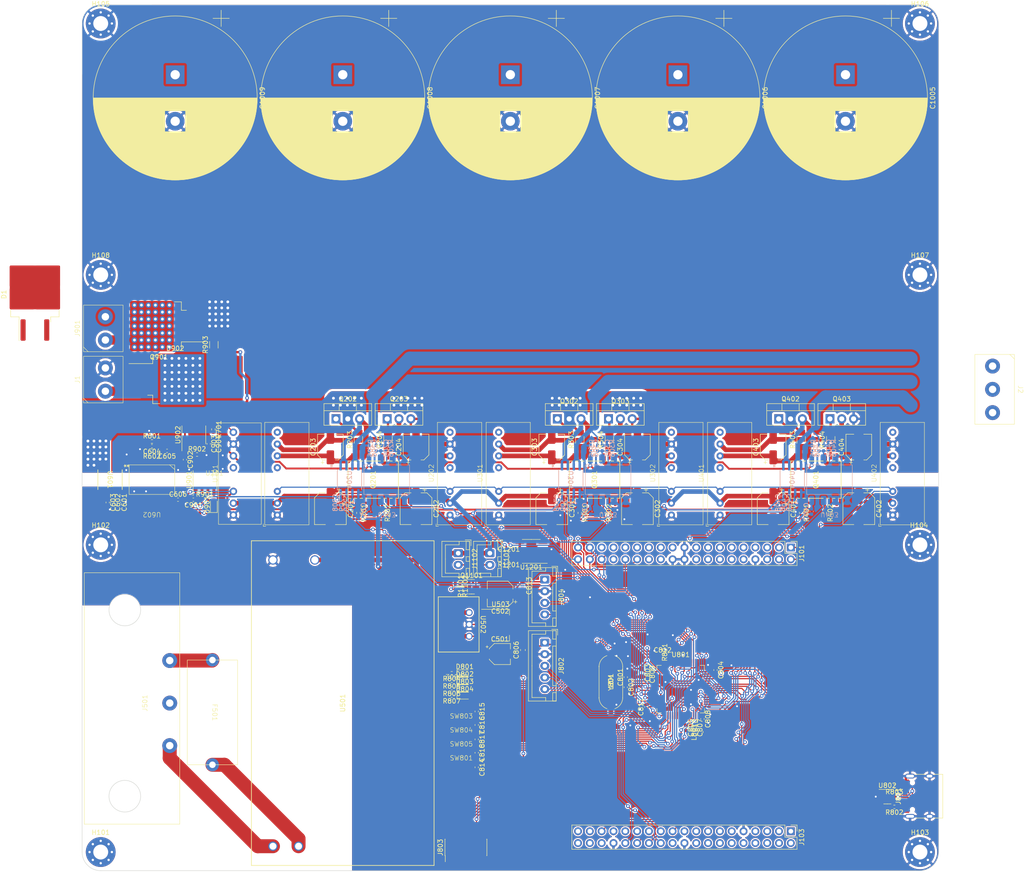
<source format=kicad_pcb>
(kicad_pcb (version 20221018) (generator pcbnew)
  (layers (0 "F.Cu" signal) (31 "B.Cu" signal) (34 "B.Paste" user) (35 "F.Paste" user) (36 "B.SilkS" user "B.Silkscreen") (37 "F.SilkS" user "F.Silkscreen") (38 "B.Mask" user) (39 "F.Mask" user) (44 "Edge.Cuts" user))
  (net 0 "")
  (net 1 "/ISO_15V")
  (net 2 "/ISO_GND")
  (net 3 "/Arm_IRF540NBbF/VCC_H")
  (net 4 "/Arm_IRF540NBbF/ARM_OUT")
  (net 5 "/Arm_IRF540NBbF/VCC_L")
  (net 6 "GND")
  (net 7 "/VSupply_BB")
  (net 8 "/5V")
  (net 9 "/ISO_5V")
  (net 10 "/ISO_3V3")
  (net 11 "/U_Imes")
  (net 12 "/Arm_IRF540NBbF/Uref")
  (net 13 "/Arm_IRF540NBbF1/VCC_H")
  (net 14 "/Arm_IRF540NBbF1/ARM_OUT")
  (net 15 "/Arm_IRF540NBbF1/VCC_L")
  (net 16 "Net-(U203-VIN+)")
  (net 17 "/V_Imes")
  (net 18 "/Arm_IRF540NBbF1/Uref")
  (net 19 "/Arm_IRF540NBbF2/VCC_H")
  (net 20 "/Arm_IRF540NBbF2/ARM_OUT")
  (net 21 "/Arm_IRF540NBbF2/VCC_L")
  (net 22 "Net-(U303-VIN+)")
  (net 23 "/W_Imes")
  (net 24 "/Arm_IRF540NBbF2/Uref")
  (net 25 "/PC12")
  (net 26 "/MCU_STM32G474/ISO_3V3A")
  (net 27 "Net-(U403-VIN+)")
  (net 28 "Net-(U602-VIN+)")
  (net 29 "/Bus_Imes")
  (net 30 "/Vbus_Sense/Uref")
  (net 31 "/MCU_STM32G474/Soft_NRST")
  (net 32 "/MCU_STM32G474/USR_BTN_3")
  (net 33 "/MCU_STM32G474/USR_BTN_2")
  (net 34 "/MCU_STM32G474/USR_BTN_1")
  (net 35 "/MCU_STM32G474/NRST")
  (net 36 "/VSupply_AB")
  (net 37 "Net-(U801-PF0)")
  (net 38 "/MCU_STM32G474/USR_LED_1")
  (net 39 "Net-(U801-PF1)")
  (net 40 "/MCU_STM32G474/USR_LED_2")
  (net 41 "Net-(D801-K)")
  (net 42 "/MCU_STM32G474/USR_LED_3")
  (net 43 "Net-(D802-K)")
  (net 44 "/MCU_STM32G474/USR_LED_4")
  (net 45 "Net-(D803-K)")
  (net 46 "Earth")
  (net 47 "Net-(D804-K)")
  (net 48 "Net-(J501-N)")
  (net 49 "Net-(J501-L)")
  (net 50 "/MCU_STM32G474/SWDIO")
  (net 51 "/MCU_STM32G474/SWCLK")
  (net 52 "/MCU_STM32G474/SWO")
  (net 53 "Net-(J801-CC1)")
  (net 55 "/MCU_STM32G474/VCP_RX")
  (net 56 "/MCU_STM32G474/VCP_TX")
  (net 57 "/VDD")
  (net 58 "/PB8-BOOT0")
  (net 59 "/MCU_STM32G474/ENC_A")
  (net 60 "/MCU_STM32G474/ENC_B")
  (net 61 "/MCU_STM32G474/ENC_BTN")
  (net 62 "/MCU_STM32G474/V_USB")
  (net 63 "Net-(J801-CC2)")
  (net 64 "/MCU_STM32G474/D+")
  (net 65 "/MCU_STM32G474/D-")
  (net 72 "Net-(Q201-Anode-Pad2)")
  (net 73 "Net-(Q201-Anode-Pad6)")
  (net 75 "/Arm_IRF540NBbF/Cmd_H")
  (net 76 "/Vbus")
  (net 77 "/Arm_IRF540NBbF/Cmd_L")
  (net 78 "/Arm_IRF540NBbF1/Cmd_H")
  (net 79 "/Arm_IRF540NBbF1/Cmd_L")
  (net 80 "Net-(Q201-Vo-Pad10)")
  (net 81 "Net-(Q201-Vo-Pad15)")
  (net 83 "Net-(Q301-Anode-Pad2)")
  (net 84 "Net-(Q301-Anode-Pad6)")
  (net 86 "/Arm_IRF540NBbF2/Cmd_H")
  (net 87 "/Arm_IRF540NBbF2/Cmd_L")
  (net 88 "Net-(Q301-Vo-Pad10)")
  (net 89 "Net-(Q301-Vo-Pad15)")
  (net 91 "Net-(Q401-Anode-Pad2)")
  (net 92 "Net-(Q401-Anode-Pad6)")
  (net 94 "Net-(Q401-Vo-Pad10)")
  (net 95 "Net-(Q401-Vo-Pad15)")
  (net 96 "/U_PWM_H")
  (net 97 "/U_PWM_L")
  (net 98 "Net-(Q901-G)")
  (net 99 "/V_PWM_H")
  (net 100 "/V_PWM_L")
  (net 101 "/W_PWM_H")
  (net 102 "/W_PWM_L")
  (net 103 "/U_output")
  (net 104 "/V_output")
  (net 105 "/W_output")
  (net 106 "/break/PWM_Mosfet")
  (net 107 "/Pwr_En")
  (net 108 "Net-(U701-FB)")
  (net 109 "Net-(U801-PB8)")
  (net 110 "Net-(D901-A)")
  (net 112 "/Bus_V")
  (net 117 "/V_VPh")
  (net 123 "/U_VPh")
  (net 124 "/W_VPh")
  (net 132 "/NUCLEO_NRST")
  (net 134 "/NUCLEO_RX")
  (net 135 "/MCU_STM32G474/USB_DM")
  (net 136 "/MCU_STM32G474/USB_DP")
  (net 137 "/ISO_PWM_Break")
  (net 138 "/NUCLEO_TX")
  (net 140 "/break/PWM_Break")
  (net 147 "/IOREF")
  (net 148 "/PA13")
  (net 150 "/PA14")
  (net 151 "/+3V3")
  (net 152 "/PA15")
  (net 153 "/+5V")
  (net 154 "/PB7")
  (net 155 "/PC13")
  (net 156 "/VIN")
  (net 157 "/PC14")
  (net 159 "/PC15")
  (net 160 "/PF0")
  (net 161 "/PF1")
  (net 162 "/PA4")
  (net 163 "/VBAT")
  (net 164 "/PC9")
  (net 165 "/PC8")
  (net 166 "/PB8")
  (net 167 "/PC6")
  (net 168 "/PB9")
  (net 169 "/PC5")
  (net 170 "/AVDD")
  (net 171 "/5V_USB_CHGR")
  (net 173 "/PA5")
  (net 174 "/PA12")
  (net 175 "/PA6")
  (net 176 "/PA11")
  (net 177 "/PA7")
  (net 178 "/PB12")
  (net 179 "/PB6")
  (net 180 "/PB11")
  (net 181 "/PC7")
  (net 182 "/PB2")
  (net 183 "/PB10")
  (net 184 "/PB4")
  (net 185 "/PB5")
  (net 186 "/PB3")
  (net 187 "/PC4")
  (net 188 "/PC4{slash}PA2")
  (net 190 "/PC5{slash}PA3")
  (net 192 "/I2C_SDA")
  (net 193 "/I2C_SCL")
  (net 194 "Net-(J1101-Pin_2)")
  (net 195 "Net-(Q1101-G)")
  (net 196 "/ISO_PWM_FAN")
  (net 199 "Net-(U501-AC(N))")
  (net 200 "Net-(U1201-VDD)")
  (net 201 "/break/Break_Drain_Mosfet")
  (footprint "LED_SMD:LED_0603_1608Metric_Pad1.05x0.95mm_HandSolder" (layer "F.Cu") (at 115.2 159.2)
    (fp_text reference "D802")
    (fp_text value "LED")
  )
  (footprint "Capacitor_SMD:C_0402_1005Metric_Pad0.74x0.62mm_HandSolder" (layer "F.Cu") (at 157.7175 153.775)
    (fp_text reference "C812")
    (fp_text value "100n")
  )
  (footprint "Capacitor_SMD:CP_Elec_5x5.4" (layer "F.Cu") (at 86.34 109 90)
    (fp_text reference "C203")
    (fp_text value "22u")
  )
  (footprint "Resistor_SMD:R_1206_3216Metric_Pad1.30x1.75mm_HandSolder" (layer "F.Cu") (at 193.835 107.44 90)
    (fp_text reference "R404")
    (fp_text value "30")
  )
  (footprint "Custom:MPRB2415S" (layer "F.Cu") (at 122.5 114.7025 90)
    (fp_text reference "U301")
    (fp_text value "MPRB2415S-6W")
  )
  (footprint "Capacitor_THT:CP_Radial_D35.0mm_P10.00mm_SnapIn" (layer "F.Cu") (at 89 29 -90)
    (fp_text reference "C1008")
    (fp_text value "1.5m")
  )
  (footprint "Capacitor_SMD:C_0402_1005Metric_Pad0.74x0.62mm_HandSolder" (layer "F.Cu") (at 56.9 120.3 180)
    (fp_text reference "C901")
    (fp_text value "100n")
  )
  (footprint "Custom:17791063215" (layer "F.Cu") (at 66.9 114.7025 90)
    (fp_text reference "U701")
    (fp_text value "17791063215")
  )
  (footprint "Package_TO_SOT_THT:TO-220-3_Vertical" (layer "F.Cu") (at 87.54 102.94)
    (fp_text reference "Q202")
    (fp_text value "IRF540N")
  )
  (footprint "Custom:691311700003" (layer "F.Cu") (at 228.6 96.6 -90)
    (fp_text reference "J2")
    (fp_text value "Conn_01x03")
  )
  (footprint "Resistor_SMD:R_0402_1005Metric_Pad0.72x0.64mm_HandSolder" (layer "F.Cu") (at 145.005 123.14 -90)
    (fp_text reference "R302")
    (fp_text value "170")
  )
  (footprint "LED_SMD:LED_0603_1608Metric_Pad1.05x0.95mm_HandSolder" (layer "F.Cu") (at 115.2 157.6)
    (fp_text reference "D801")
    (fp_text value "LED")
  )
  (footprint "Package_TO_SOT_THT:TO-220-3_Vertical" (layer "F.Cu") (at 193.66 102.94)
    (fp_text reference "Q403")
    (fp_text value "IRF540N")
  )
  (footprint "Capacitor_SMD:CP_Elec_5x5.4" (layer "F.Cu") (at 104.74 109 90)
    (fp_text reference "C204")
    (fp_text value "22u")
  )
  (footprint "Resistor_SMD:R_1206_3216Metric_Pad1.30x1.75mm_HandSolder" (layer "F.Cu") (at 98.715 107.44 90)
    (fp_text reference "R204")
    (fp_text value "30")
  )
  (footprint "Capacitor_SMD:CP_Elec_5x5.4" (layer "F.Cu") (at 199.86 109 90)
    (fp_text reference "C404")
    (fp_text value "22u")
  )
  (footprint "Package_TO_SOT_SMD:TO-263-2" (layer "F.Cu") (at 53 94.46)
    (fp_text reference "D902")
    (fp_text value "VS-15TQ060S-M3")
  )
  (footprint "MountingHole:MountingHole_3.2mm_M3_Pad_Via" (layer "F.Cu") (at 213 196)
    (fp_text reference "H103")
    (fp_text value "MountingHole_Pad")
  )
  (footprint "Capacitor_SMD:C_0402_1005Metric_Pad0.74x0.62mm_HandSolder" (layer "F.Cu") (at 166.275 167.425 -90)
    (fp_text reference "C808")
    (fp_text value "100n")
  )
  (footprint "MountingHole:MountingHole_3.2mm_M3_Pad_Via" (layer "F.Cu") (at 37 72)
    (fp_text reference "H108")
    (fp_text value "MountingHole_Pad")
  )
  (footprint "MountingHole:MountingHole_3.2mm_M3_Pad_Via" (layer "F.Cu") (at 213 72)
    (fp_text reference "H107")
    (fp_text value "MountingHole_Pad")
  )
  (footprint "Connector_USB:USB_C_Receptacle_HRO_TYPE-C-31-M-12" (layer "F.Cu") (at 214 184 90)
    (fp_text reference "J801")
    (fp_text value "USB_C_Receptacle_USB2.0")
  )
  (footprint "Capacitor_SMD:CP_Elec_5x5.4" (layer "F.Cu") (at 152.3 109 90)
    (fp_text reference "C304")
    (fp_text value "22u")
  )
  (footprint "Connector_JST:JST_XH_B5B-XH-A_1x05_P2.50mm_Vertical" (layer "F.Cu") (at 132.4 151 -90)
    (fp_text reference "J802")
    (fp_text value "Conn_01x05")
  )
  (footprint "Package_TO_SOT_THT:TO-220-3_Vertical" (layer "F.Cu") (at 146.1 102.94)
    (fp_text reference "Q303")
    (fp_text value "IRF540N")
  )
  (footprint "Capacitor_THT:CP_Radial_D35.0mm_P10.00mm_SnapIn" (layer "F.Cu") (at 125 29 -90)
    (fp_text reference "C1007")
    (fp_text value "1.5m")
  )
  (footprint "Capacitor_SMD:C_0402_1005Metric_Pad0.74x0.62mm_HandSolder" (layer "F.Cu") (at 55.1 111.7 -90)
    (fp_text reference "C902")
    (fp_text value "100n")
  )
  (footprint "Resistor_SMD:R_0402_1005Metric_Pad0.72x0.64mm_HandSolder" (layer "F.Cu") (at 112.4 159.2 180)
    (fp_text reference "R805")
    (fp_text value "340")
  )
  (footprint "Capacitor_SMD:C_0402_1005Metric_Pad0.74x0.62mm_HandSolder" (layer "F.Cu") (at 39.5 120.9 -90)
    (fp_text reference "C602")
    (fp_text value "4.7n")
  )
  (footprint "Resistor_SMD:R_0402_1005Metric_Pad0.72x0.64mm_HandSolder" (layer "F.Cu") (at 92.365 123.14 -90)
    (fp_text reference "R201")
    (fp_text value "170")
  )
  (footprint "Package_TO_SOT_SMD:SOT-23-6" (layer "F.Cu") (at 206 184.1)
    (fp_text reference "U802")
    (fp_text value "USBLC6-2SC6")
  )
  (footprint "Custom:SOIC8-GO-SME&slash_SP3_LEM" (layer "F.Cu") (at 39 116 -90)
    (fp_text reference "U601")
    (fp_text value "GO 10-SME/SP3")
  )
  (footprint "Custom:DIP-8 Gull Wing" (layer "F.Cu") (at 48 116 180)
    (fp_text reference "U602")
    (fp_text value "HCPL-7800-500E")
  )
  (footprint "Connector_PinHeader_2.54mm:PinHeader_2x19_P2.54mm_Vertical" (layer "F.Cu") (at 185.26 130.57 -90)
    (fp_text reference "J101")
    (fp_text value "Conn_02x19_Odd_Even")
  )
  (footprint "Capacitor_SMD:C_0402_1005Metric_Pad0.74x0.62mm_HandSolder" (layer "F.Cu") (at 53.6 120.3)
    (fp_text reference "C606")
    (fp_text value "100n")
  )
  (footprint "MountingHole:MountingHole_3.2mm_M3_Pad_Via" (layer "F.Cu") (at 37 130)
    (fp_text reference "H102")
    (fp_text value "MountingHole_Pad")
  )
  (footprint "LED_SMD:LED_0603_1608Metric_Pad1.05x0.95mm_HandSolder" (layer "F.Cu") (at 115.2 162.4)
    (fp_text reference "D804")
    (fp_text value "LED")
  )
  (footprint "Custom:MP-LD30-23B15R2" (layer "F.Cu") (at 74 194.75 90)
    (fp_text reference "U501")
    (fp_text value "MP-LD30-23B12R2")
  )
  (footprint "Package_TO_SOT_THT:TO-220-3_Vertical" (layer "F.Cu") (at 98.54 102.94)
    (fp_text reference "Q203")
    (fp_text value "IRF540N")
  )
  (footprint "Package_TO_SOT_THT:TO-220-3_Vertical" (layer "F.Cu") (at 182.66 102.94)
    (fp_text reference "Q402")
    (fp_text value "IRF540N")
  )
  (footprint "Resistor_SMD:R_0402_1005Metric_Pad0.72x0.64mm_HandSolder" (layer "F.Cu") (at 124.675 133.105 180)
    (fp_text reference "R1201")
    (fp_text value "200")
  )
  (footprint "MountingHole:MountingHole_3.2mm_M3_Pad_Via" (layer "F.Cu") (at 213 130)
    (fp_text reference "H104")
    (fp_text value "MountingHole_Pad")
  )
  (footprint "Capacitor_SMD:C_0402_1005Metric_Pad0.74x0.62mm_HandSolder" (layer "F.Cu") (at 60.2 108.3 -90)
    (fp_text reference "C903")
    (fp_text value "1u")
  )
  (footprint "Capacitor_SMD:C_0402_1005Metric_Pad0.74x0.62mm_HandSolder" (layer "F.Cu") (at 117.775 168.7 -90)
    (fp_text reference "C816")
    (fp_text value "100n")
  )
  (footprint "Resistor_SMD:R_1206_3216Metric_Pad1.30x1.75mm_HandSolder" (layer "F.Cu") (at 139.925 107.44 90)
    (fp_text reference "R303")
    (fp_text value "30")
  )
  (footprint "Custom:435451019820" (layer "F.Cu") (at 114.475 168.8)
    (fp_text reference "SW803")
    (fp_text value "SW_Push")
  )
  (footprint "Resistor_SMD:R_0402_1005Metric_Pad0.72x0.64mm_HandSolder" (layer "F.Cu") (at 48 109.8 180)
    (fp_text reference "R602")
    (fp_text value "1k")
  )
  (footprint "Capacitor_SMD:C_0402_1005Metric_Pad0.74x0.62mm_HandSolder" (layer "F.Cu") (at 51.2525 109.8 180)
    (fp_text reference "C605")
    (fp_text value "100n")
  )
  (footprint "Resistor_SMD:R_1206_3216Metric_Pad1.30x1.75mm_HandSolder" (layer "F.Cu") (at 146.275 107.44 90)
    (fp_text reference "R304")
    (fp_text value "30")
  )
  (footprint "Package_SO:SOIC-8_3.9x4.9mm_P1.27mm" (layer "F.Cu") (at 57.005 106.375 90)
    (fp_text reference "U902")
    (fp_text value "TC1412")
  )
  (footprint "Capacitor_SMD:C_0402_1005Metric_Pad0.74x0.62mm_HandSolder" (layer "F.Cu") (at 117.775 171.8 -90)
    (fp_text reference "C817")
    (fp_text value "100n")
  )
  (footprint "Capacitor_SMD:C_0402_1005Metric_Pad0.74x0.62mm_HandSolder" (layer "F.Cu") (at 38.5 120.9 -90)
    (fp_text reference "C603")
    (fp_text value "4.7n")
  )
  (footprint "Capacitor_SMD:CP_Elec_5x5.4" (layer "F.Cu") (at 181.46 109 90)
    (fp_text reference "C403")
    (fp_text value "22u")
  )
  (footprint "Resistor_SMD:R_0402_1005Metric_Pad0.72x0.64mm_HandSolder" (layer "F.Cu") (at 187.485 123.14 -90)
    (fp_text reference "R401")
    (fp_text value "170")
  )
  (footprint "LED_SMD:LED_0603_1608Metric_Pad1.05x0.95mm_HandSolder" (layer "F.Cu") (at 61.3 121.4 90)
    (fp_text reference "D901")
    (fp_text value "Red")
  )
  (footprint "Resistor_SMD:R_1206_3216Metric_Pad1.30x1.75mm_HandSolder" (layer "F.Cu") (at 92.365 107.44 90)
    (fp_text reference "R203")
    (fp_text value "30")
  )
  (footprint "Inductor_SMD:L_0603_1608Metric_Pad1.05x0.95mm_HandSolder" (layer "F.Cu") (at 165.9 170.225 90)
    (fp_text reference "L801")
    (fp_text value "39n")
  )
  (footprint "Capacitor_THT:CP_Radial_D35.0mm_P10.00mm_SnapIn" (layer "F.Cu") (at 161 29 -90)
    (fp_text reference "C1006")
    (fp_text value "1.5m")
  )
  (footprint "Resistor_SMD:R_0402_1005Metric_Pad0.72x0.64mm_HandSolder" (layer "F.Cu") (at 159.35 153.1025 90)
    (fp_text reference "R801")
    (fp_text value "10k")
  )
  (footprint "Package_QFP:LQFP-64_10x10mm_P0.5mm" (layer "F.Cu") (at 161.6 161)
    (fp_text reference "U801")
    (fp_text value "STM32G474RETx")
  )
  (footprint "Resistor_SMD:R_0402_1005Metric_Pad0.72x0.64mm_HandSolder" (layer "F.Cu") (at 61.2 105.2 -90)
    (fp_text reference "R701")
    (fp_text value "27k")
  )
  (footprint "Custom:173010578" (layer "F.Cu") (at 116.154 144.56 -90)
    (fp_text reference "U502")
    (fp_text value "173010542")
  )
  (footprint "Capacitor_SMD:C_0402_1005Metric_Pad0.74x0.62mm_HandSolder" (layer "F.Cu") (at 154.35 157.825 -90)
    (fp_text reference "C809")
    (fp_text value "100n")
  )
  (footprint "LED_SMD:LED_0603_1608Metric_Pad1.05x0.95mm_HandSolder" (layer "F.Cu") (at 115.2 160.8)
    (fp_text reference locked "D803")
    (fp_text value "LED")
  )
  (footprint "Capacitor_SMD:CP_Elec_6.3x7.7" (layer "F.Cu") (at 152.3 122.24 -90)
    (fp_text reference "C302")
    (fp_text value "100u")
  )
  (footprint "Connector_JST:JST_XH_B2B-XH-A_1x02_P2.50mm_Vertical" (layer "F.Cu") (at 113.8 131.8 -90)
    (fp_text reference "J1102")
    (fp_text value "Conn_01x02")
  )
  (footprint "Package_TO_SOT_SMD:SOT-23" (layer "F.Cu") (at 116.6625 139)
    (fp_text reference "Q1101")
    (fp_text value "SQ2310ES")
  )
  (footprint "Resistor_SMD:R_0402_1005Metric_Pad0.72x0.64mm_HandSolder" (layer "F.Cu") (at 48 107.8)
    (fp_text reference "R601")
    (fp_text value "160k")
  )
  (footprint "Custom:435451019820" (layer "F.Cu") (at 114.475 165.8)
    (fp_text reference "SW802")
    (fp_text value "SW_Push")
  )
  (footprint "Capacitor_SMD:C_0402_1005Metric_Pad0.74x0.62mm_HandSolder" (layer "F.Cu") (at 117.775 165.8 -90)
    (fp_text reference "C815")
    (fp_text value "100n")
  )
  (footprint "Resistor_SMD:R_0402_1005Metric_Pad0.72x0.64mm_HandSolder" (layer "F.Cu") (at 114.1625 138.9 -90)
    (fp_text reference "R1102")
    (fp_text value "10k")
  )
  (footprint "Connector_JST:JST_XH_B4B-XH-A_1x04_P2.50mm_Vertical" (layer "F.Cu") (at 132.4 137.4625 -90)
    (fp_text reference "J804")
    (fp_text value "Conn_01x04")
  )
  (footprint "Custom:0031.8201" (layer "F.Cu") (at 61 166 -90)
    (fp_text reference "F501")
    (fp_text value "Fuse")
  )
  (footprint "Custom:PX0580-PC-12132" (layer "F.Cu") (at 47 164 90)
    (fp_text reference "J501")
    (fp_text value "PX0580-PC-12132")
    (fp_circle (center -20 -4.825) (end -16.6 -4.825) (stroke (width 0.1)) (fill none) (layer "Edge.Cuts"))
    (fp_circle (center 20 -4.825) (end 23.4 -4.825) (stroke (width 0.1)) (fill none) (layer "Edge.Cuts"))
  )
  (footprint "MountingHole:MountingHole_3.2mm_M3_Pad_Via" (layer "F.Cu") (at 37 196)
    (fp_text reference "H101")
    (fp_text value "MountingHole_Pad")
  )
  (footprint "Capacitor_SMD:C_0402_1005Metric_Pad0.74x0.62mm_HandSolder" (layer "F.Cu") (at 48 108.8 180)
    (fp_text reference "C604")
    (fp_text value "10n")
  )
  (footprint "Capacitor_SMD:CP_Elec_6.3x7.7" (layer "F.Cu") (at 86.34 122.24 -90)
    (fp_text reference "C201")
    (fp_text value "100u")
  )
  (footprint "Package_TO_SOT_SMD:TO-263-2" (layer "F.Cu") (at 22.86 76.2 90)
    (fp_text reference "D1")
    (fp_text value "VS-15TQ060S-M3")
  )
  (footprint "Capacitor_SMD:CP_Elec_5x5.4" (layer "F.Cu") (at 122.804 140.56 180)
    (fp_text reference "C502")
    (fp_text value "22u")
  )
  (footprint "Custom:SO-16_HCPL-315J_BRA" (layer "F.Cu") (at 143.1 116 90)
    (fp_text reference "Q301")
    (fp_text value "HCPL-315J-500E")
  )
  (footprint "Capacitor_SMD:C_0603_1608Metric_Pad1.08x0.95mm_HandSolder" (layer "F.Cu") (at 127.6 138.8 -90)
    (fp_text reference "C813")
    (fp_text value "10u")
  )
  (footprint "Capacitor_SMD:C_0402_1005Metric_Pad0.74x0.62mm_HandSolder" (layer "F.Cu") (at 154.2 164.825 90)
    (fp_text reference "C811")
    (fp_text value "100n")
  )
  (footprint "Custom:ABLS-7.3728MHZ-CL-RESR-A-1-G-F" (layer "F.Cu") (at 146.6 159.5 90)
    (fp_text reference "Y801")
    (fp_text value "16M")
  )
  (footprint "Custom:SO-16_HCPL-315J_BRA" (layer "F.Cu") (at 190.66 116 90)
    (fp_text reference "Q401")
    (fp_text value "HCPL-315J-500E")
  )
  (footprint "Resistor_SMD:R_0402_1005Metric_Pad0.72x0.64mm_HandSolder" (layer "F.Cu") (at 112.4 157.6 180)
    (fp_text reference "R804")
    (fp_text value "340")
  )
  (footprint "Package_TO_SOT_THT:TO-220-3_Vertical" (layer "F.Cu") (at 135.1 102.94)
    (fp_text reference "Q302")
    (fp_text value "IRF540N")
  )
  (footprint "Capacitor_SMD:CP_Elec_6.3x7.7" (layer "F.Cu") (at 199.86 122.24 -90)
    (fp_text reference "C402")
    (fp_text value "100u")
  )
  (footprint "Connector_PinHeader_1.27mm:PinHeader_2x07_P1.27mm_Vertical_SMD" (layer "F.Cu") (at 115.46 195 90)
    (fp_text reference "J803")
    (fp_text value "Conn_ST_STDC14")
  )
  (footprint "Package_TO_SOT_SMD:TO-263-2" (layer "F.Cu") (at 49.5 83 180)
    (fp_text reference "Q901")
    (fp_text value "BUK9637-100E")
  )
  (footprint "Capacitor_SMD:C_0402_1005Metric_Pad0.74x0.62mm_HandSolder" (layer "F.Cu") (at 117.775 174.6675 -90)
    (fp_text reference "C818")
    (fp_text value "100n")
  )
  (footprint "Resistor_SMD:R_0402_1005Metric_Pad0.72x0.64mm_HandSolder" (layer "F.Cu") (at 207.5 186.3 180)
    (fp_text reference "R802")
    (fp_text value "5.1k")
  )
  (footprint "Connector_JST:JST_XH_B2B-XH-A_1x02_P2.50mm_Vertical" (layer "F.Cu") (at 120.6 131.8 -90)
    (fp_text reference "J1101")
    (fp_text value "Conn_01x02")
  )
  (footprint "Capacitor_SMD:CP_Elec_4x5.4" (layer "F.Cu") (at 122.754 153.46)
    (fp_text reference "C501")
    (fp_text value "10u")
  )
  (footprint "Capacitor_SMD:CP_Elec_6.3x7.7" (layer "F.Cu") (at 133.9 122.24 -90)
    (fp_text reference "C301")
    (fp_text value "100u")
  )
  (footprint "Capacitor_SMD:C_0402_1005Metric_Pad0.74x0.62mm_HandSolder" (layer "F.Cu") (at 117.775 177.8 -90)
    (fp_text reference "C814")
    (fp_text value "100n")
  )
  (footprint "Custom:435451019820" (layer "F.Cu") (at 114.475 177.8)
    (fp_text reference "SW801")
    (fp_text value "SW_Push")
  )
  (footprint "Custom:435451019820" (layer "F.Cu") (at 114.475 171.8)
    (fp_text reference "SW804")
    (fp_text value "SW_Push")
  )
  (footprint "Connector_PinHeader_2.54mm:PinHeader_2x19_P2.54mm_Vertical" (layer "F.Cu") (at 185.26 191.53 -90)
    (fp_text reference "J103")
    (fp_text value "Conn_02x19_Odd_Even")
  )
  (footprint "Custom:MPRB2415S" (layer "F.Cu") (at 159.6 114.7025 90)
    (fp_text reference "U302")
    (fp_text value "MPRB2415S-6W")
  )
  (footprint "Capacitor_SMD:C_0603_1608Metric_Pad1.08x0.95mm_HandSolder" (layer "F.Cu") (at 127.7 152.6 90)
    (fp_text reference "C806")
    (fp_text value "10u")
  )
  (footprint "Resistor_SMD:R_0402_1005Metric_Pad0.72x0.64mm_HandSolder" (layer "F.Cu") (at 192.565 123.14 -90)
    (fp_text reference "R402")
    (fp_text value "170")
  )
  (footprint "Custom:MPRB2415S" (layer "F.Cu") (at 112.04 114.7025 90)
    (fp_text reference "U202")
    (fp_text value "MPRB2415S-6W")
  )
  (footprint "Capacitor_THT:CP_Radial_D35.0mm_P10.00mm_SnapIn" (layer "F.Cu") (at 197 29 -90)
    (fp_text reference "C1005")
    (fp_text value "1.5m")
  )
  (footprint "Capacitor_SMD:C_0402_1005Metric_Pad0.74x0.62mm_HandSolder" (layer "F.Cu") (at 61.2 108.3 -90)
    (fp_text reference "C904")
    (fp_text value "1n")
  )
  (footprint "Capacitor_SMD:C_0402_1005Metric_Pad0.74x0.62mm_HandSolder" (layer "F.Cu") (at 40.9 120.9 -90)
    (fp_text reference "C601")
    (fp_text value "4.7n")
  )
  (footprint "Custom:691311700002" (layer "F.Cu") (at 38 83.5 90)
    (fp_text reference "J901")
    (fp_text value "Conn_01x02")
  )
  (footprint "Resistor_SMD:R_1206_3216Metric_Pad1.30x1.75mm_HandSolder" (layer "F.Cu") (at 61.31 87.02 90)
    (fp_text reference "R903")
    (fp_text value "5")
  )
  (footprint "Custom:MPRB2415S" (layer "F.Cu") (at 74.94 114.7025 90)
    (fp_text reference "U201" hide)
    (fp_text value "MPRB2415S-6W")
  )
  (footprint "Resistor_SMD:R_0402_1005Metric_Pad0.72x0.64mm_HandSolder" (layer "F.Cu") (at 112.4 162.4 180)
    (fp_text reference "R807")
    (fp_text value "340")
  )
  (footprint "Capacitor_SMD:CP_Elec_6.3x7.7" (layer "F.Cu") (at 104.74 122.24 -90)
    (fp_text reference "C202")
    (fp_text value "100u")
  )
  (footprint "Capacitor_THT:CP_Radial_D35.0mm_P10.00mm_SnapIn" (layer "F.Cu") (at 53 29 -90)
    (fp_text reference "C1009")
    (fp_text value "1.5m")
  )
  (footprint "Custom:MPRB2415S" (layer "F.Cu") (at 207.16 114.7025 90)
    (fp_text reference "U402")
    (fp_text value "MPRB2415S-6W")
  )
  (footprint "Package_SO:SOIC-8_3.9x4.9mm_P1.27mm" (layer "F.Cu") (at 129.5 131.4 180)
    (fp_text reference "U1201")
    (fp_text value "TCN75A")
  )
  (footprint "Capacitor_SMD:CP_Elec_5x5.4" (layer "F.Cu") (at 133.9 109 90)
    (fp_text reference "C303")
    (fp_text value "22u")
  )
  (footprint "Capacitor_SMD:C_0402_1005Metric_Pad0.74x0.62mm_HandSolder" (layer "F.Cu") (at 162.6 169.3 -90)
    (fp_text reference "C805")
    (fp_text value "1u")
  )
  (footprint "Custom:SO-16_HCPL-315J_BRA" (layer "F.Cu") (at 95.54 116 90)
    (fp_text reference "Q201")
    (fp_text value "HCPL-315J-500E")
  )
  (footprint "Package_TO_SOT_SMD:SOT-223-3_TabPin2" (layer "F.Cu") (at 122.904 147.26)
    (fp_text reference "U503")
    (fp_text value "AZ1117-3.3")
  )
  (footprint "MountingHole:MountingHole_3.2mm_M3_Pad_Via" (layer "F.Cu") (at 37 18)
    (fp_text reference "H105")
    (fp_text value "MountingHole_Pad")
  )
  (footprint "Custom:691311700002" (layer "F.Cu") (at 38 94.5 90)
    (fp_text reference "J1")
    (fp_text value "Conn_01x02")
  )
  (footprint "Resistor_SMD:R_0402_1005Metric_Pad0.72x0.64mm_HandSolder" (layer "F.Cu") (at 112.4 160.8 180)
    (fp_text reference "R806")
    (fp_text value "340")
  )
  (footprint "Custom:435451019820" (layer "F.Cu") (at 114.475 174.8)
    (fp_text reference "SW805")
    (fp_text value "SW_Push")
  )
  (footprint "Capacitor_SMD:C_0402_1005Metric_Pad0.74x0.62mm_HandSolder" (layer "F.Cu") (at 164.6 169.3 -90)
    (fp_text reference "C807")
    (fp_text value "100n")
  )
  (footprint "Capacitor_SMD:C_0402_1005Metric_Pad0.74x0.62mm_HandSolder" (layer "F.Cu") (at 149.8 160.6 -90)
    (fp_text reference "C802")
    (fp_text value "18p")
  )
  (footprint "Resistor_SMD:R_0402_1005Metric_Pad0.72x0.64mm_HandSolder" (layer "F.Cu") (at 207.5025 181.9 180)
    (fp_text reference "R803")
    (fp_text value "5.1k")
  )
  (footprint "Custom:MPRB2415S" (layer "F.Cu") (at 170.06 114.7025 90)
    (fp_text reference "U401")
    (fp_text value "MPRB2415S-6W")
  )
  (footprint "Capacitor_SMD:C_0402_1005Metric_Pad0.74x0.62mm_HandSolder" (layer "F.Cu") (at 163.6 169.3 -90)
    (fp_text reference "C810")
    (fp_text value "100n")
  )
  (footprint "Resistor_SMD:R_0402_1005Metric_Pad0.72x0.64mm_HandSolder" (layer "F.Cu") (at 113.1625 138.9 -90)
    (fp_text reference "R1101")
    (fp_text value "22")
  )
  (footprint "Capacitor_SMD:C_0402_1005Metric_Pad0.74x0.62mm_HandSolder" (layer "F.Cu") (at 149.8 158.4325 90)
    (fp_text reference "C801")
    (fp_text value "18p")
  )
  (footprint "Resistor_SMD:R_0402_1005Metric_Pad0.72x0.64mm_HandSolder" (layer "F.Cu") (at 59.36 120.3)
    (fp_text reference "R901")
    (fp_text value "100")
  )
  (footprint "Capacitor_SMD:C_0402_1005Metric_Pad0.74x0.62mm_HandSolder" (layer "F.Cu") (at 169.075 156.9 -90)
    (fp_text reference "C804")
    (fp_text value "100n")
  )
  (footprint "Capacitor_SMD:C_0603_1608Metric_Pad1.08x0.95mm_HandSolder" (layer "F.Cu") (at 153.075 157.475 -90)
    (fp_text reference "C803")
    (fp_text value "10u")
  )
  (footprint "Resistor_SMD:R_0402_1005Metric_Pad0.72x0.64mm_HandSolder" (layer "F.Cu") (at 139.925 123.14 -90)
    (fp_text reference "R301")
    (fp_text value "170")
  )
  (footprint "Resistor_SMD:R_0402_1005Metric_Pad0.72x0.64mm_HandSolder" (layer "F.Cu") (at 57.6975 110.6)
    (fp_text reference "R902")
    (fp_text value "10k")
  )
  (footprint "Capacitor_SMD:C_0402_1005Metric_Pad0.74x0.62mm_HandSolder" (layer "F.Cu") (at 124.675 132.105)
    (fp_text reference "C1201")
    (fp_text value "100n")
  )
  (footprint "Capacitor_SMD:CP_Elec_6.3x7.7" (layer "F.Cu") (at 181.46 122.24 -90)
    (fp_text reference "C401")
    (fp_text value "100u")
  )
  (footprint "Resistor_SMD:R_0402_1005Metric_Pad0.72x0.64mm_HandSolder" (layer "F.Cu") (at 97.445 123.14 -90)
    (fp_text reference "R202")
    (fp_text value "170")
  )
  (footprint "Resistor_SMD:R_1206_3216Metric_Pad1.30x1.75mm_HandSolder" (layer "F.Cu") (at 187.485 107.44 90)
    (fp_text reference "R403")
    (fp_text value "30")
  )
  (footprint "MountingHole:MountingHole_3.2mm_M3_Pad_Via" (layer "F.Cu") (at 213 18)
    (fp_text reference "H106")
    (fp_text value "MountingHole_Pad")
  )
  (footprint "Package_SO:SO-8_3.9x4.9mm_P1.27mm" (layer "F.Cu") (at 59.4 116 90)
    (fp_text reference "U901")
    (fp_text value "ACPL-077L")
  )
  (footprint "Capacitor_SMD:C_0402_1005Metric_Pad0.74x0.62mm_HandSolder" (layer "B.Cu") (at 185.06 120.92 -90)
    (fp_text reference "C409")
    (fp_text value "4.7n")
  )
  (footprint "Resistor_SMD:R_0402_1005Metric_Pad0.72x0.64mm_HandSolder" (layer "B.Cu") (at 96.17 109.24 -90)
    (fp_text reference "R205")
    (fp_text value "160k")
  )
  (footprint "Custom:SOIC8-GO-SME&slash_SP3_LEM" (layer "B.Cu") (at 90.445 116 -90)
    (fp_text reference "U204")
    (fp_text value "GO 10-SME/SP3")
  )
  (footprint "Capacitor_SMD:C_0402_1005Metric_Pad0.74x0.62mm_HandSolder" (layer "B.Cu") (at 90.94 120.92 -90)
    (fp_text reference "C210")
    (fp_text value "4.7n")
  )
  (footprint "Custom:SOIC8-GO-SME&slash_SP3_LEM" (layer "B.Cu") (at 185.565 116 -90)
    (fp_text reference "U404")
    (fp_text value "GO 10-SME/SP3")
  )
  (footprint "Capacitor_SMD:C_0402_1005Metric_Pad0.74x0.62mm_HandSolder" (layer "B.Cu") (at 138.5 120.92 -90)
    (fp_text reference "C310")
    (fp_text value "4.7n")
  )
  (footprint "Capacitor_SMD:C_0402_1005Metric_Pad0.74x0.62mm_HandSolder" (layer "B.Cu") (at 89.94 120.92 -90)
    (fp_text reference "C209")
    (fp_text value "4.7n")
  )
  (footprint "Resistor_SMD:R_0402_1005Metric_Pad0.72x0.64mm_HandSolder" (layer "B.Cu") (at 98.17 109.24 90)
    (fp_text reference "R206")
    (fp_text value "1k")
  )
  (footprint "Capacitor_SMD:C_0402_1005Metric_Pad0.74x0.62mm_HandSolder" (layer "B.Cu") (at 97.17 109.24 90)
    (fp_text reference "C205")
    (fp_text value "10n")
  )
  (footprint "Capacitor_SMD:C_0402_1005Metric_Pad0.74x0.62mm_HandSolder" (layer "B.Cu") (at 142.19 122.84 -90)
    (fp_text reference "C307")
    (fp_text value "100n")
  )
  (footprint "Capacitor_SMD:C_0402_1005Metric_Pad0.74x0.62mm_HandSolder" (layer "B.Cu") (at 189.75 122.84 -90)
    (fp_text reference "C407")
    (fp_text value "100n")
  )
  (footprint "Custom:DIP-8 Gull Wing" (layer "B.Cu") (at 193.56 116)
    (fp_text reference "U403")
    (fp_text value "HCPL-7800-500E")
  )
  (footprint "Resistor_SMD:R_0402_1005Metric_Pad0.72x0.64mm_HandSolder" (layer "B.Cu") (at 143.73 109.24 -90)
    (fp_text reference "R305")
    (fp_text value "160k")
  )
  (footprint "Capacitor_SMD:C_0402_1005Metric_Pad0.74x0.62mm_HandSolder" (layer "B.Cu") (at 88.545 120.92 -90)
    (fp_text reference "C208")
    (fp_text value "4.7n")
  )
  (footprint "Resistor_SMD:R_0402_1005Metric_Pad0.72x0.64mm_HandSolder" (layer "B.Cu") (at 145.73 109.24 90)
    (fp_text reference "R306")
    (fp_text value "1k")
  )
  (footprint "Capacitor_SMD:C_0402_1005Metric_Pad0.74x0.62mm_HandSolder" (layer "B.Cu") (at 142.19 109.24 90)
    (fp_text reference "C306")
    (fp_text value "100n")
  )
  (footprint "Capacitor_SMD:C_0402_1005Metric_Pad0.74x0.62mm_HandSolder" (layer "B.Cu") (at 144.73 109.24 90)
    (fp_text reference "C305")
    (fp_text value "10n")
  )
  (footprint "Capacitor_SMD:C_0402_1005Metric_Pad0.74x0.62mm_HandSolder" (layer "B.Cu") (at 189.75 109.24 90)
    (fp_text reference "C406")
    (fp_text value "100n")
  )
  (footprint "Resistor_SMD:R_0402_1005Metric_Pad0.72x0.64mm_HandSolder" (layer "B.Cu") (at 191.29 109.24 -90)
    (fp_text reference "R405")
    (fp_text value "160k")
  )
  (footprint "Capacitor_SMD:C_0402_1005Metric_Pad0.74x0.62mm_HandSolder" (layer "B.Cu") (at 192.29 109.24 90)
    (fp_text reference "C405")
    (fp_text value "10n")
  )
  (footprint "Custom:SOIC8-GO-SME&slash_SP3_LEM" (layer "B.Cu") (at 138.005 116 -90)
    (fp_text reference "U304")
    (fp_text value "GO 10-SME/SP3")
  )
  (footprint "Custom:DIP-8 Gull Wing" (layer "B.Cu") (at 98.44 116)
    (fp_text reference "U203")
    (fp_text value "HCPL-7800-500E")
  )
  (footprint "Capacitor_SMD:C_0402_1005Metric_Pad0.74x0.62mm_HandSolder" (layer "B.Cu") (at 137.5 120.92 -90)
    (fp_text reference "C309")
    (fp_text value "4.7n")
  )
  (footprint "Resistor_SMD:R_0402_1005Metric_Pad0.72x0.64mm_HandSolder" (layer "B.Cu") (at 193.29 109.24 90)
    (fp_text reference "R406")
    (fp_text value "1k")
  )
  (footprint "Capacitor_SMD:C_0402_1005Metric_Pad0.74x0.62mm_HandSolder" (layer "B.Cu") (at 136.105 120.92 -90)
    (fp_text reference "C308")
    (fp_text value "4.7n")
  )
  (footprint "Custom:DIP-8 Gull Wing" (layer "B.Cu") (at 146 116)
    (fp_text reference "U303")
    (fp_text value "HCPL-7800-500E")
  )
  (footprint "Capacitor_SMD:C_0402_1005Metric_Pad0.74x0.62mm_HandSolder" (layer "B.Cu") (at 183.665 120.92 -90)
    (fp_text reference "C408")
    (fp_text value "4.7n")
  )
  (footprint "Capacitor_SMD:C_0402_1005Metric_Pad0.74x0.62mm_HandSolder" (layer "B.Cu") (at 94.63 122.84 -90)
    (fp_text reference "C207")
    (fp_text value "100n")
  )
  (footprint "Capacitor_SMD:C_0402_1005Metric_Pad0.74x0.62mm_HandSolder" (layer "B.Cu") (at 186.06 120.92 -90)
    (fp_text reference "C410")
    (fp_text value "4.7n")
  )
  (footprint "Capacitor_SMD:C_0402_1005Metric_Pad0.74x0.62mm_HandSolder" (layer "B.Cu") (at 94.63 109.24 90)
    (fp_text reference "C206")
    (fp_text value "100n")
  )
  (gr_arc (start 37 200) (mid 34.171573 198.828427) (end 33 196) (stroke (width 0.1)) (layer "Edge.Cuts"))
  (gr_arc (start 33 18) (mid 34.171573 15.171573) (end 37 14) (stroke (width 0.1)) (layer "Edge.Cuts"))
  (gr_line (start 217 196) (end 217 18) (stroke (width 0.1)) (layer "Edge.Cuts"))
  (gr_line (start 37 200) (end 213 200) (stroke (width 0.1)) (layer "Edge.Cuts"))
  (gr_arc (start 217 196) (mid 215.828427 198.828427) (end 213 200) (stroke (width 0.1)) (layer "Edge.Cuts"))
  (gr_line (start 37 14) (end 213 14) (stroke (width 0.1)) (layer "Edge.Cuts"))
  (gr_line (start 33 18) (end 33 196) (stroke (width 0.1)) (layer "Edge.Cuts"))
  (gr_arc (start 213 14) (mid 215.828427 15.171573) (end 217 18) (stroke (width 0.1)) (layer "Edge.Cuts"))
  (gr_text "U201" (at 61.44 114.6025) (layer "F.SilkS") (effects (font (size 1 1) (thickness 0.1))))
  (segment (start 181.435 119.54) (end 171.5475 119.54) (width 1) (layer "F.Cu") (net 1))
  (segment (start 86.34 119.54) (end 87.88 118) (width 1) (layer "F.Cu") (net 1))
  (segment (start 110.5275 119.54) (end 104.74 119.54) (width 1) (layer "F.Cu") (net 1))
  (segment (start 135.44 118) (end 133.9 119.54) (width 1) (layer "F.Cu") (net 1))
  (segment (start 159.5875 121.0525) (end 158.075 119.54) (width 1) (layer "F.Cu") (net 1))
  (segment (start 86.34 119.54) (end 76.4525 119.54) (width 1) (layer "F.Cu") (net 1))
  (segment (start 117 131.7) (end 117.1 131.8) (width 1) (layer "F.Cu") (net 1))
  (segment (start 150.76 118) (end 135.44 118) (width 1) (layer "F.Cu") (net 1))
  (segment (start 83 133.249996) (end 104.843996 133.249996) (width 1) (layer "F.Cu") (net 1))
  (segment (start 76.4525 119.54) (end 74.94 121.0525) (width 1) (layer "F.Cu") (net 1))
  (segment (start 171.5475 119.54) (end 170.035 121.0525) (width 1) (layer "F.Cu") (net 1))
  (segment (start 152.3 119.54) (end 150.76 118) (width 1) (layer "F.Cu") (net 1))
  (segment (start 205.6225 119.54) (end 199.835 119.54) (width 1) (layer "F.Cu") (net 1))
  (segment (start 112.04 121.0525) (end 110.5275 119.54) (width 1) (layer "F.Cu") (net 1))
  (segment (start 113.8 131.8) (end 106.293992 131.8) (width 1) (layer "F.Cu") (net 1))
  (segment (start 133.8875 119.54) (end 124 119.54) (width 1) (layer "F.Cu") (net 1))
  (segment (start 199.86 119.54) (end 198.32 118) (width 1) (layer "F.Cu") (net 1))
  (segment (start 117.1 131.8) (end 113.8 131.8) (width 1) (layer "F.Cu") (net 1))
  (segment (start 183 118) (end 181.46 119.54) (width 1) (layer "F.Cu") (net 1))
  (segment (start 104.843996 134.943996) (end 114.46 144.56) (width 1) (layer "F.Cu") (net 1))
  (segment (start 124 119.54) (end 122.4875 121.0525) (width 1) (layer "F.Cu") (net 1))
  (segment (start 104.843996 133.249996) (end 104.843996 134.943996) (width 1) (layer "F.Cu") (net 1))
  (segment (start 87.88 118) (end 103.2 118) (width 1) (layer "F.Cu") (net 1))
  (segment (start 74.94 121.0525) (end 65.5 121.0525) (width 1) (layer "F.Cu") (net 1))
  (segment (start 198.32 118) (end 183 118) (width 1) (layer "F.Cu") (net 1))
  (segment (start 120.6 131.8) (end 117.1 131.8) (width 1) (layer "F.Cu") (net 1))
  (segment (start 106.293992 131.8) (end 104.843996 133.249996) (width 1) (layer "F.Cu") (net 1))
  (segment (start 114.46 144.56) (end 116.154 144.56) (width 1) (layer "F.Cu") (net 1))
  (segment (start 103.2 118) (end 104.74 119.54) (width 1) (layer "F.Cu") (net 1))
  (segment (start 207.135 121.0525) (end 205.6225 119.54) (width 1) (layer "F.Cu") (net 1))
  (segment (start 158.075 119.54) (end 152.2875 119.54) (width 1) (layer "F.Cu") (net 1))
  (segment (start 119.9975 118.55) (end 122.5 121.0525) (width 1) (layer "B.Cu") (net 1))
  (segment (start 120.6 128.55) (end 113.1025 121.0525) (width 1) (layer "B.Cu") (net 1))
  (segment (start 120.6 131.8) (end 120.6 128.55) (width 1) (layer "B.Cu") (net 1))
  (segment (start 167.5575 118.55) (end 170.06 121.0525) (width 1) (layer "B.Cu") (net 1))
  (segment (start 114.5425 118.55) (end 119.9975 118.55) (width 1) (layer "B.Cu") (net 1))
  (segment (start 162.1025 118.55) (end 167.5575 118.55) (width 1) (layer "B.Cu") (net 1))
  (segment (start 112.04 121.0525) (end 114.5425 118.55) (width 1) (layer "B.Cu") (net 1))
  (segment (start 159.6 121.0525) (end 162.1025 118.55) (width 1) (layer "B.Cu") (net 1))
  (segment (start 113.1025 121.0525) (end 112.04 121.0525) (width 1) (layer "B.Cu") (net 1))
  (segment (start 132.1 139.6625) (end 132.4 139.9625) (width 0.25) (layer "F.Cu") (net 2))
  (segment (start 116.525 172.6) (end 112.425 172.6) (width 0.25) (layer "F.Cu") (net 2))
  (segment (start 167.53 168.26) (end 167.2625 167.9925) (width 0.25) (layer "F.Cu") (net 2))
  (segment (start 119.754 141.41) (end 119.754 144.96) (width 0.25) (layer "F.Cu") (net 2))
  (segment (start 164.85 166.675) (end 164.85 167.515685) (width 0.25) (layer "F.Cu") (net 2))
  (segment (start 127.025 132.035) (end 125.3125 132.035) (width 0.25) (layer "F.Cu") (net 2))
  (segment (start 117.775 175.235) (end 116.89 175.235) (width 0.25) (layer "F.Cu") (net 2))
  (segment (start 146.275 120.9911) (end 146.275 121.4102) (width 0.25) (layer "F.Cu") (net 2))
  (segment (start 116.89 175.235) (end 116.525 175.6) (width 0.25) (layer "F.Cu") (net 2))
  (segment (start 98.715 121.920002) (end 100.5 123.705002) (width 0.25) (layer "F.Cu") (net 2))
  (segment (start 116.525 169.6) (end 112.425 169.6) (width 0.25) (layer "F.Cu") (net 2))
  (segment (start 165.45 158.734315) (end 166.434315 157.75) (width 0.25) (layer "F.Cu") (net 2))
  (segment (start 120.604 140.56) (end 119.754 141.41) (width 0.25) (layer "F.Cu") (net 2))
  (segment (start 127.7375 153.5) (end 132.4 153.5) (width 0.25) (layer "F.Cu") (net 2))
  (segment (start 141.195 120.579443) (end 140.749572 120.134015) (width 0.25) (layer "F.Cu") (net 2))
  (segment (start 117.775 166.3675) (end 116.7575 166.3675) (width 0.25) (layer "F.Cu") (net 2))
  (segment (start 146.275 121.4102) (end 147.3648 122.5) (width 0.25) (layer "F.Cu") (net 2))
  (segment (start 158.285 152.515) (end 158.3 152.5) (width 0.25) (layer "F.Cu") (net 2))
  (segment (start 164.85 167.515685) (end 165.326815 167.9925) (width 0.25) (layer "F.Cu") (net 2))
  (segment (start 116.7575 172.3675) (end 116.525 172.6) (width 0.25) (layer "F.Cu") (net 2))
  (segment (start 117.775 169.2675) (end 116.8575 169.2675) (width 0.25) (layer "F.Cu") (net 2))
  (segment (start 166.434315 157.75) (end 167.275 157.75) (width 0.25) (layer "F.Cu") (net 2))
  (segment (start 127.6 139.6625) (end 132.1 139.6625) (width 0.25) (layer "F.Cu") (net 2))
  (segment (start 116.154 147.1) (end 117.614 147.1) (width 0.25) (layer "F.Cu") (net 2))
  (segment (start 114.1625 139.4975) (end 114.565 139.9) (width 0.25) (layer "F.Cu") (net 2))
  (segment (start 167.275 157.75) (end 168.9175 157.75) (width 0.25) (layer "F.Cu") (net 2))
  (segment (start 38.9 122.35) (end 38.95 122.4) (width 0.25) (layer "F.Cu") (net 2))
  (segment (start 158.35 153.84) (end 158.35 155.325) (width 0.25) (layer "F.Cu") (net 2))
  (segment (start 163.398853 165.285461) (end 162.85 165.834314) (width 0.25) (layer "F.Cu") (net 2))
  (segment (start 38.9 121.4675) (end 38.9 122.35) (width 0.25) (layer "F.Cu") (net 2))
  (segment (start 155.9175 164.2575) (end 155.925 164.25) (width 0.25) (layer "F.Cu") (net 2))
  (segment (start 117.775 178.3675) (end 116.7575 178.3675) (width 0.25) (layer "F.Cu") (net 2))
  (segment (start 112.425 166.6) (end 116.525 166.6) (width 0.25) (layer "F.Cu") (net 2))
  (segment (start 162.85 165.834314) (end 162.85 166.675) (width 0.25) (layer "F.Cu") (net 2))
  (segment (start 114.565 139.9) (end 115.675 139.9) (width 0.25) (layer "F.Cu") (net 2))
  (segment (start 116.8575 169.2675) (end 116.525 169.6) (width 0.25) (layer "F.Cu") (net 2))
  (segment (start 115.675 139.9) (end 115.725 139.95) (width 0.25) (layer "F.Cu") (net 2))
  (segment (start 116.525 178.6) (end 112.425 178.6) (width 0.25) (layer "F.Cu") (net 2))
  (segment (start 165.326815 167.9925) (end 166.275 167.9925) (width 0.25) (layer "F.Cu") (net 2))
  (segment (start 163.398853 164.651147) (end 163.398853 165.285461) (width 0.25) (layer "F.Cu") (net 2))
  (segment (start 158.285 153.775) (end 158.35 153.84) (width 0.25) (layer "F.Cu") (net 2))
  (segment (start 153.9125 164.2575) (end 152.85 165.32) (width 0.25) (layer "F.Cu") (net 2))
  (segment (start 204.8625 184.1) (end 203.5 184.1) (width 0.25) (layer "F.Cu") (net 2))
  (segment (start 168.9175 157.75) (end 169.075 157.5925) (width 0.25) (layer "F.Cu") (net 2))
  (segment (start 164.084214 164.25) (end 164.85 165.015786) (width 0.25) (layer "F.Cu") (net 2))
  (segment (start 163.8 164.25) (end 163.398853 164.651147) (width 0.25) (layer "F.Cu") (net 2))
  (segment (start 163.8 164.25) (end 164.084214 164.25) (width 0.25) (layer "F.Cu") (net 2))
  (segment (start 116.7575 178.3675) (end 116.525 178.6) (width 0.25) (layer "F.Cu") (net 2))
  (segment (start 38.5 121.4675) (end 38.9 121.4675) (width 0.25) (layer "F.Cu") (net 2))
  (segment (start 165.45 159.0255) (end 165.45 158.734315) (width 0.25) (layer "F.Cu") (net 2))
  (segment (start 147.3648 122.5) (end 148 122.5) (width 0.25) (layer "F.Cu") (net 2))
  (segment (start 154.2 164.2575) (end 153.9125 164.2575) (width 0.25) (layer "F.Cu") (net 2))
  (segment (start 127.7 153.4625) (end 127.7375 153.5) (width 0.25) (layer "F.Cu") (net 2))
  (segment (start 116.525 175.6) (end 112.425 175.6) (width 0.25) (layer "F.Cu") (net 2))
  (segment (start 125.3125 132.035) (end 125.2425 132.105) (width 0.25) (layer "F.Cu") (net 2))
  (segment (start 117.614 147.1) (end 119.754 144.96) (width 0.25) (layer "F.Cu") (net 2))
  (segment (start 98.715 120.9911) (end 98.715 121.920002) (width 0.25) (layer "F.Cu") (net 2))
  (segment (start 141.195 120.9911) (end 141.195 120.579443) (width 0.25) (layer "F.Cu") (net 2))
  (segment (start 164.85 165.015786) (end 164.85 166.675) (width 0.25) (layer "F.Cu") (net 2))
  (segment (start 117.775 172.3675) (end 116.7575 172.3675) (width 0.25) (layer "F.Cu") (net 2))
  (segment (start 154.2 164.2575) (end 155.9175 164.2575) (width 0.25) (layer "F.Cu") (net 2))
  (segment (start 116.7575 166.3675) (end 116.525 166.6) (width 0.25) (layer "F.Cu") (net 2))
  (segment (start 158.285 153.775) (end 158.285 152.515) (width 0.25) (layer "F.Cu") (net 2))
  (segment (start 167.2625 167.9925) (end 166.275 167.9925) (width 0.25) (layer "F.Cu") (net 2))
  (segment (start 38.9 121.4675) (end 39.5 121.4675) (width 0.25) (layer "F.Cu") (net 2))
  (via (at 140.749572 120.134015) (size 0.8) (drill 0.4) (layers "F.Cu" "B.Cu") (net 2))
  (via (at 133.84 130.96) (size 0.8) (drill 0.4) (layers "F.Cu" "B.Cu") (net 2))
  (via (at 54.69 118.62) (size 0.8) (drill 0.4) (layers "F.Cu" "B.Cu") (net 2))
  (via (at 138 124.8) (size 0.8) (drill 0.4) (layers "F.Cu" "B.Cu") (net 2))
  (via (at 90.75 122.45) (size 0.8) (drill 0.4) (layers "F.Cu" "B.Cu") (net 2))
  (via (at 172.5 155.89) (size 0.8) (drill 0.4) (layers "F.Cu" "B.Cu") (net 2))
  (via (at 158.3 152.5) (size 0.8) (drill 0.4) (layers "F.Cu" "B.Cu") (net 2))
  (via (at 136.79 135.36) (size 0.8) (drill 0.4) (layers "F.Cu" "B.Cu") (net 2))
  (via (at 147.79 164.34) (size 0.8) (drill 0.4) (layers "F.Cu" "B.Cu") (net 2))
  (via (at 167.47 155.8) (size 0.8) (drill 0.4) (layers "F.Cu" "B.Cu") (net 2))
  (via (at 149.5 124.5) (size 0.8) (drill 0.4) (layers "F.Cu" "B.Cu") (net 2))
  (via (at 150.27 153.91) (size 0.8) (drill 0.4) (layers "F.Cu" "B.Cu") (net 2))
  (via (at 167.53 168.26) (size 0.8) (drill 0.4) (layers "F.Cu" "B.Cu") (net 2))
  (via (at 150.54 162.07) (size 0.8) (drill 0.4) (layers "F.Cu" "B.Cu") (net 2))
  (via (at 142.11438 141.265811) (size 0.8) (drill 0.4) (layers "F.Cu" "B.Cu") (net 2))
  (via (at 162.08 153.65) (size 0.8) (drill 0.4) (layers "F.Cu" "B.Cu") (net 2))
  (via (at 46.74 118.51) (size 0.8) (drill 0.4) (layers "F.Cu" "B.Cu") (net 2))
  (via (at 203.5 184.1) (size 0.8) (drill 0.4) (layers "F.Cu" "B.Cu") (net 2))
  (via (at 44.19 118.51) (size 0.8) (drill 0.4) (layers "F.Cu" "B.Cu") (net 2))
  (via (at 167.97 166.43) (size 0.8) (drill 0.4) (layers "F.Cu" "B.Cu") (net 2))
  (via (at 147.81 153.85) (size 0.8) (drill 0.4) (layers "F.Cu" "B.Cu") (net 2))
  (via (at 147.4 151.2) (size 0.8) (drill 0.4) (layers "F.Cu" "B.Cu") (net 2))
  (via (at 55.26 121.19) (size 0.8) (drill 0.4) (layers "F.Cu" "B.Cu") (net 2))
  (via (at 188.5 124.4) (size 0.8) (drill 0.4) (layers "F.Cu" "B.Cu") (net 2))
  (via (at 165.45 159.0255) (size 0.8) (drill 0.4) (layers "F.Cu" "B.Cu") (net 2))
  (via (at 154.97 167.88) (size 0.8) (drill 0.4) (layers "F.Cu" "B.Cu") (net 2))
  (via (at 135.75 123.65) (size 0.8) (drill 0.4) (layers "F.Cu" "B.Cu") (net 2))
  (via (at 173.7 164.67) (size 0.8) (drill 0.4) (layers "F.Cu" "B.Cu") (net 2))
  (via (at 38.95 122.4) (size 0.8) (drill 0.4) (layers "F.Cu" "B.Cu") (net 2))
  (via (at 148 122.5) (size 0.8) (drill 0.4) (layers "F.Cu" "B.Cu") (net 2))
  (via (at 154.48 149.25) (size 0.8) (drill 0.4) (layers "F.Cu" "B.Cu") (net 2))
  (via (at 150.14 156.6) (size 0.8) (drill 0.4) (layers "F.Cu" "B.Cu") (net 2))
  (via (at 42.41 120.79) (size 0.8) (drill 0.4) (layers "F.Cu" "B.Cu") (net 2))
  (via (at 152.85 165.32) (size 0.8) (drill 0.4) (layers "F.Cu" "B.Cu") (net 2))
  (via (at 182.830535 121.51778) (size 0.8) (drill 0.4) (layers "F.Cu" "B.Cu") (net 2))
  (via (at 163.8 164.25) (size 0.8) (drill 0.4) (layers "F.Cu" "B.Cu") (net 2))
  (via (at 163.81 161.17) (size 0.8) (drill 0.4) (layers "F.Cu" "B.Cu") (net 2))
  (via (at 158.33 159.47) (size 0.8) (drill 0.4) (layers "F.Cu" "B.Cu") (net 2))
  (via (at 136.56 140.06) (size 0.8) (drill 0.4) (layers "F.Cu" "B.Cu") (net 2))
  (via (at 155.95 152.75) (size 0.8) (drill 0.4) (layers "F.Cu" "B.Cu") (net 2))
  (via (at 186.3 122.9) (size 0.8) (drill 0.4) (layers "F.Cu" "B.Cu") (net 2))
  (via (at 149.86 150.9) (size 0.8) (drill 0.4) (layers "F.Cu" "B.Cu") (net 2))
  (via (at 150.775965 168.795976) (size 0.8) (drill 0.4) (layers "F.Cu" "B.Cu") (net 2))
  (via (at 100.5 123.705002) (size 0.8) (drill 0.4) (layers "F.Cu" "B.Cu") (net 2))
  (via (at 159.91 149.41) (size 0.8) (drill 0.4) (layers "F.Cu" "B.Cu") (net 2))
  (segment (start 148 122.5) (end 148 123) (width 0.25) (layer "B.Cu") (net 2))
  (segment (start 136.105 123.295) (end 135.75 123.65) (width 0.25) (layer "B.Cu") (net 2))
  (segment (start 148 123) (end 149.5 124.5) (width 0.25) (layer "B.Cu") (net 2))
  (segment (start 90.5 121.4875) (end 90.5 122.2) (width 0.25) (layer "B.Cu") (net 2))
  (segment (start 182.860815 121.4875) (end 182.830535 121.51778) (width 0.25) (layer "B.Cu") (net 2))
  (segment (start 137.5 121.4875) (end 138 121.9875) (width 0.25) (layer "B.Cu") (net 2))
  (segment (start 90.5 121.4875) (end 90.94 121.4875) (width 0.25) (layer "B.Cu") (net 2))
  (segment (start 89.94 121.4875) (end 90.5 121.4875) (width 0.25) (layer "B.Cu") (net 2))
  (segment (start 90.5 122.2) (end 90.75 122.45) (width 0.25) (layer "B.Cu") (net 2))
  (segment (start 183.665 121.4875) (end 182.860815 121.4875) (width 0.25) (layer "B.Cu") (net 2))
  (segment (start 136.105 121.4875) (end 136.105 123.295) (width 0.25) (layer "B.Cu") (net 2))
  (segment (start 140.749572 120.134015) (end 140.749572 119.563722) (width 0.25) (layer "B.Cu") (net 2))
  (segment (start 140.749572 119.563722) (end 139.91 118.72415) (width 0.25) (layer "B.Cu") (net 2))
  (segment (start 138 121.9875) (end 138 124.8) (width 0.25) (layer "B.Cu") (net 2))
  (segment (start 86.0325 110.8925) (end 87.14 112) (width 1) (layer "F.Cu") (net 3))
  (segment (start 90.1039 112) (end 91.095 111.0089) (width 1) (layer "F.Cu") (net 3))
  (segment (start 74.94 110.8925) (end 86.0325 110.8925) (width 1) (layer "F.Cu") (net 3))
  (segment (start 87.14 112) (end 90.1039 112) (width 1) (layer "F.Cu") (net 3))
  (segment (start 74.9875 110.94) (end 74.94 110.8925) (width 1) (layer "F.Cu") (net 3))
  (segment (start 94.04 104.36) (end 92.62 102.94) (width 1) (layer "F.Cu") (net 4))
  (segment (start 94.04 106.724924) (end 94.04 110.6039) (width 1) (layer "F.Cu") (net 4))
  (segment (start 101.08 106.034924) (end 99.774924 107.34) (width 1) (layer "F.Cu") (net 4))
  (segment (start 101.08 102.94) (end 101.08 106.034924) (width 1) (layer "F.Cu") (net 4))
  (segment (start 86.34 106.8) (end 87.08 107.54) (width 1) (layer "F.Cu") (net 4))
  (segment (start 83.5475 109.5925) (end 86.34 106.8) (width 1) (layer "F.Cu") (net 4))
  (segment (start 99.774924 107.34) (end 94.7 107.34) (width 1) (layer "F.Cu") (net 4))
  (segment (start 93.224924 107.54) (end 94.04 106.724924) (width 1) (layer "F.Cu") (net 4))
  (segment (start 94.7 107.34) (end 94.04 108) (width 1) (layer "F.Cu") (net 4))
  (segment (start 76.18 109.5925) (end 83.5475 109.5925) (width 1) (layer "F.Cu") (net 4))
  (segment (start 94.04 110.6039) (end 93.635 111.0089) (width 1) (layer "F.Cu") (net 4))
  (segment (start 94.04 106.724924) (end 94.04 104.36) (width 1) (layer "F.Cu") (net 4))
  (segment (start 74.94 108.3525) (end 76.18 109.5925) (width 1) (layer "F.Cu") (net 4))
  (segment (start 87.08 107.54) (end 93.224924 107.54) (width 1) (layer "F.Cu") (net 4))
  (segment (start 89.81 112.03) (end 89.81 113.27585) (width 0.5) (layer "B.Cu") (net 4))
  (segment (start 88.54 112.06) (end 88.54 113.27585) (width 0.5) (layer "B.Cu") (net 4))
  (segment (start 89.16 108.42) (end 92.62 104.96) (width 1) (layer "B.Cu") (net 4))
  (segment (start 89.22 111.44) (end 89.81 112.03) (width 0.5) (layer "B.Cu") (net 4))
  (segment (start 89.16 111.44) (end 88.54 112.06) (width 0.5) (layer "B.Cu") (net 4))
  (segment (start 89.16 111.52) (end 89.16 108.42) (width 1) (layer "B.Cu") (net 4))
  (segment (start 89.16 111.52) (end 89.22 111.52) (width 0.5) (layer "B.Cu") (net 4))
  (segment (start 92.62 104.96) (end 92.62 102.94) (width 1) (layer "B.Cu") (net 4))
  (segment (start 112.04 110.8925) (end 105.0475 110.8925) (width 1) (layer "F.Cu") (net 5))
  (segment (start 98.04 112.64) (end 97.445 112.045) (width 1) (layer "F.Cu") (net 5))
  (segment (start 103.3 112.64) (end 98.04 112.64) (width 1) (layer "F.Cu") (net 5))
  (segment (start 97.445 112.045) (end 97.445 111.0089) (width 1) (layer "F.Cu") (net 5))
  (segment (start 105.0475 110.8925) (end 103.3 112.64) (width 1) (layer "F.Cu") (net 5))
  (segment (start 199.86 106.8) (end 199.835 106.825) (width 1) (layer "F.Cu") (net 6))
  (segment (start 152.3 106.8) (end 152.2875 106.8125) (width 1) (layer "F.Cu") (net 6))
  (segment (start 207.135 108.3525) (end 201.4125 108.3525) (width 1) (layer "F.Cu") (net 6))
  (segment (start 106.2925 108.3525) (end 104.74 106.8) (width 1) (layer "F.Cu") (net 6))
  (segment (start 201.4125 108.3525) (end 199.86 106.8) (width 1) (layer "F.Cu") (net 6))
  (segment (start 58.905 108.875) (end 58.905 109.9925) (width 0.25) (layer "F.Cu") (net 6))
  (segment (start 112.04 108.3525) (end 106.2925 108.3525) (width 1) (layer "F.Cu") (net 6))
  (segment (start 153.8525 108.3525) (end 152.3 106.8) (width 1) (layer "F.Cu") (net 6))
  (segment (start 58.905 109.9925) (end 58.2975 110.6) (width 0.25) (layer "F.Cu") (net 6))
  (segment (start 159.5875 108.3525) (end 153.8525 108.3525) (width 1) (layer "F.Cu") (net 6))
  (via (at 100.78 108.96) (size 0.8) (drill 0.4) (layers "F.Cu" "B.Cu") (net 6))
  (via (at 63.21 110.79) (size 0.8) (drill 0.4) (layers "F.Cu" "B.Cu") (net 6))
  (via (at 42.49 113.94) (size 0.8) (drill 0.4) (layers "F.Cu" "B.Cu") (net 6))
  (via (at 60.4 77.8) (size 1.2) (drill 0.6) (layers "F.Cu" "B.Cu") (net 6))
  (via (at 60.4 80.4) (size 1.2) (drill 0.6) (layers "F.Cu" "B.Cu") (net 6))
  (via (at 64.3 81.7) (size 1.2) (drill 0.6) (layers "F.Cu" "B.Cu") (net 6))
  (via (at 61.7 77.8) (size 1.2) (drill 0.6) (layers "F.Cu" "B.Cu") (net 6))
  (via (at 60.4 81.7) (size 1.2) (drill 0.6) (layers "F.Cu" "B.Cu") (net 6))
  (via (at 53.63 113.92) (size 0.8) (drill 0.4) (layers "F.Cu" "B.Cu") (net 6))
  (via (at 64.3 79.1) (size 1.2) (drill 0.6) (layers "F.Cu" "B.Cu") (net 6))
  (via (at 60.4 79.1) (size 1.2) (drill 0.6) (layers "F.Cu" "B.Cu") (net 6))
  (via (at 63 83) (size 1.2) (drill 0.6) (layers "F.Cu" "B.Cu") (net 6))
  (via (at 63.21 113.68) (size 0.8) (drill 0.4) (layers "F.Cu" "B.Cu") (net 6))
  (via (at 64.3 77.8) (size 1.2) (drill 0.6) (layers "F.Cu" "B.Cu") (net 6))
  (via (at 63 81.7) (size 1.2) (drill 0.6) (layers "F.Cu" "B.Cu") (net 6))
  (via (at 45.44 109.45) (size 0.8) (drill 0.4) (layers "F.Cu" "B.Cu") (net 6))
  (via (at 63 77.8) (size 1.2) (drill 0.6) (layers "F.Cu" "B.Cu") (net 6))
  (via (at 59.73 110.73) (size 0.8) (drill 0.4) (layers "F.Cu" "B.Cu") (net 6))
  (via (at 63 79.1) (size 1.2) (drill 0.6) (layers "F.Cu" "B.Cu") (net 6))
  (via (at 61.7 79.1) (size 1.2) (drill 0.6) (layers "F.Cu" "B.Cu") (net 6))
  (via (at 61.7 83) (size 1.2) (drill 0.6) (layers "F.Cu" "B.Cu") (net 6))
  (via (at 56 113.83) (size 0.8) (drill 0.4) (layers "F.Cu" "B.Cu") (net 6))
  (via (at 42.57 110.59) (size 0.8) (drill 0.4) (layers "F.Cu" "B.Cu") (net 6))
  (via (at 63 80.4) (size 1.2) (drill 0.6) (layers "F.Cu" "B.Cu") (net 6))
  (via (at 61.7 80.4) (size 1.2) (drill 0.6) (layers "F.Cu" "B.Cu") (net 6))
  (via (at 64.3 80.4) (size 1.2) (drill 0.6) (layers "F.Cu" "B.Cu") (net 6))
  (via (at 61.7 81.7) (size 1.2) (drill 0.6) (layers "F.Cu" "B.Cu") (net 6))
  (via (at 60.4 83) (size 1.2) (drill 0.6) (layers "F.Cu" "B.Cu") (net 6))
  (via (at 64.3 83) (size 1.2) (drill 0.6) (layers "F.Cu" "B.Cu") (net 6))
  (segment (start 38 97) (end 45.35 97) (width 2) (layer "F.Cu") (net 7))
  (segment (start 55.1 111.1325) (end 55.1 108.88) (width 0.4) (layer "F.Cu") (net 8))
  (segment (start 55.095 107.5) (end 55.095 105.495) (width 0.4) (layer "F.Cu") (net 8))
  (segment (start 61.2 107.7325) (end 60.2 107.7325) (width 0.4) (layer "F.Cu") (net 8))
  (segment (start 170.5905 112.2705) (end 159.118683 112.2705) (width 0.4) (layer "F.Cu") (net 8))
  (segment (start 55.1 111.1325) (end 52.2275 111.1325) (width 0.4) (layer "F.Cu") (net 8))
  (segment (start 60.2 107.7325) (end 59.6675 107.2) (width 0.4) (layer "F.Cu") (net 8))
  (segment (start 55.095 107.2) (end 55.095 107.5) (width 0.4) (layer "F.Cu") (net 8))
  (segment (start 110.189183 113.64) (end 95.34 113.64) (width 0.4) (layer "F.Cu") (net 8))
  (segment (start 93.96 113.6) (end 76.85 113.6) (width 0.4) (layer "F.Cu") (net 8))
  (segment (start 189 113.66) (end 171.98 113.66) (width 0.4) (layer "F.Cu") (net 8))
  (segment (start 142.9 113.67) (end 142.18 112.95) (width 0.4) (layer "F.Cu") (net 8))
  (segment (start 62.34 107.7325) (end 61.2 107.7325) (width 0.4) (layer "F.Cu") (net 8))
  (segment (start 57.495 112.795) (end 55.8325 111.1325) (width 0.4) (layer "F.Cu") (net 8))
  (segment (start 55.8325 111.1325) (end 55.1 111.1325) (width 0.4) (layer "F.Cu") (net 8))
  (segment (start 51.82 111.54) (end 51.81 111.55) (width 0.3) (layer "F.Cu") (net 8))
  (segment (start 55.095 107.5) (end 55.095 108.875) (width 0.4) (layer "F.Cu") (net 8))
  (segment (start 65.5 110.8925) (end 62.34 107.7325) (width 0.4) (layer "F.Cu") (net 8))
  (segment (start 159.118683 112.2705) (end 157.719183 113.67) (width 0.4) (layer "F.Cu") (net 8))
  (segment (start 57.495 113.425) (end 57.495 112.795) (width 0.4) (layer "F.Cu") (net 8))
  (segment (start 141.47 113.66) (end 124.43 113.66) (width 0.4) (layer "F.Cu") (net 8))
  (segment (start 95.34 113.64) (end 94.63 112.93) (width 0.4) (layer "F.Cu") (net 8))
  (segment (start 142.18 112.95) (end 141.47 113.66) (width 0.4) (layer "F.Cu") (net 8))
  (segment (start 66.762 112.1545) (end 65.5 110.8925) (width 0.4) (layer "F.Cu") (net 8))
  (segment (start 157.719183 113.67) (end 142.9 113.67) (width 0.4) (layer "F.Cu") (net 8))
  (segment (start 52.2275 111.1325) (end 51.81 111.55) (width 0.4) (layer "F.Cu") (net 8))
  (segment (start 55.095 105.495) (end 55.095 103.925) (width 0.4) (layer "F.Cu") (net 8))
  (segment (start 51.82 109.8) (end 51.82 111.54) (width 0.3) (layer "F.Cu") (net 8))
  (segment (start 76.85 113.6) (end 75.4045 112.1545) (width 0.4) (layer "F.Cu") (net 8))
  (segment (start 94.63 112.93) (end 93.96 113.6) (width 0.4) (layer "F.Cu") (net 8))
  (segment (start 59.6675 107.2) (end 55.095 107.2) (width 0.4) (layer "F.Cu") (net 8))
  (segment (start 55.1 108.88) (end 55.095 108.875) (width 0.4) (layer "F.Cu") (net 8))
  (segment (start 171.98 113.66) (end 170.5905 112.2705) (width 0.4) (layer "F.Cu") (net 8))
  (segment (start 75.4045 112.1545) (end 66.762 112.1545) (width 0.4) (layer "F.Cu") (net 8))
  (segment (start 189.74 112.92) (end 189 113.66) (width 0.4) (layer "F.Cu") (net 8))
  (segment (start 123.0405 112.2705) (end 111.558683 112.2705) (width 0.4) (layer "F.Cu") (net 8))
  (segment (start 124.43 113.66) (end 123.0405 112.2705) (width 0.4) (layer "F.Cu") (net 8))
  (segment (start 111.558683 112.2705) (end 110.189183 113.64) (width 0.4) (layer "F.Cu") (net 8))
  (via (at 142.18 112.95) (size 0.8) (drill 0.4) (layers "F.Cu" "B.Cu") (net 8))
  (via (at 94.63 112.93) (size 0.8) (drill 0.4) (layers "F.Cu" "B.Cu") (net 8))
  (via (at 189.74 112.92) (size 0.8) (drill 0.4) (layers "F.Cu" "B.Cu") (net 8))
  (segment (start 189.74 112.92) (end 189.74 111.56) (width 0.4) (layer "B.Cu") (net 8))
  (segment (start 189.74 111.56) (end 189.75 111.55) (width 0.4) (layer "B.Cu") (net 8))
  (segment (start 142.18 111.56) (end 142.19 111.55) (width 0.4) (layer "B.Cu") (net 8))
  (segment (start 94.63 111.55) (end 94.63 112.93) (width 0.4) (layer "B.Cu") (net 8))
  (segment (start 94.63 111.55) (end 94.63 109.8075) (width 0.4) (layer "B.Cu") (net 8))
  (segment (start 142.1775 111.55) (end 142.1775 109.8075) (width 0.4) (layer "B.Cu") (net 8))
  (segment (start 142.18 112.95) (end 142.18 111.56) (width 0.4) (layer "B.Cu") (net 8))
  (segment (start 189.725 111.55) (end 189.725 109.8075) (width 0.4) (layer "B.Cu") (net 8))
  (segment (start 98.257884 123.151949) (end 99.610437 124.504502) (width 0.4) (layer "F.Cu") (net 9))
  (segment (start 138.8 124.504502) (end 140.607498 124.504502) (width 0.4) (layer "F.Cu") (net 9))
  (segment (start 116.154 149.64) (end 119.674 149.64) (width 0.3) (layer "F.Cu") (net 9))
  (segment (start 104.280261 122.4305) (end 136.761871 122.4305) (width 0.4) (layer "F.Cu") (net 9))
  (segment (start 102.206259 124.504502) (end 104.280261 122.4305) (width 0.4) (layer "F.Cu") (net 9))
  (segment (start 55.21 119.64) (end 56.25 118.6) (width 0.3) (layer "F.Cu") (net 9))
  (segment (start 138.8 124.468629) (end 138.8 124.504502) (width 0.4) (layer "F.Cu") (net 9))
  (segment (start 51.96 120.3) (end 51.81 120.45) (width 0.3) (layer "F.Cu") (net 9))
  (segment (start 88.864239 124.495) (end 86.721739 122.3525) (width 0.4) (layer "F.Cu") (net 9))
  (segment (start 64.961522 122.3525) (end 64.2 121.590978) (width 0.4) (layer "F.Cu") (net 9))
  (segment (start 93.2845 124.462) (end 93.2515 124.495) (width 0.4) (layer "F.Cu") (net 9))
  (segment (start 111.59 149.64) (end 96.6 134.65) (width 1) (layer "F.Cu") (net 9))
  (segment (start 119.754 152.26) (end 119.754 149.56) (width 0.3) (layer "F.Cu") (net 9))
  (segment (start 86.721739 122.3525) (end 64.961522 122.3525) (width 0.4) (layer "F.Cu") (net 9))
  (segment (start 53.6925 119.64) (end 55.21 119.64) (width 0.3) (layer "F.Cu") (net 9))
  (segment (start 145.996049 123.703951) (end 148.296049 123.703951) (width 0.4) (layer "F.Cu") (net 9))
  (segment (start 120.954 153.46) (end 119.754 152.26) (width 0.3) (layer "F.Cu") (net 9))
  (segment (start 136.761871 122.4305) (end 138.8 124.468629) (width 0.4) (layer "F.Cu") (net 9))
  (segment (start 64.2 121.590978) (end 64.2 119.8125) (width 0.4) (layer "F.Cu") (net 9))
  (segment (start 184.554144 122.4305) (end 186.7605 124.636856) (width 0.4) (layer "F.Cu") (net 9))
  (segment (start 116.154 149.64) (end 111.59 149.64) (width 1) (layer "F.Cu") (net 9))
  (segment (start 119.674 149.64) (end 119.754 149.56) (width 0.3) (layer "F.Cu") (net 9))
  (segment (start 99.610437 124.504502) (end 102.206259 124.504502) (width 0.4) (layer "F.Cu") (net 9))
  (segment (start 93.2515 124.495) (end 88.864239 124.495) (width 0.4) (layer "F.Cu") (net 9))
  (segment (start 53.0325 120.3) (end 53.6925 119.64) (width 0.3) (layer "F.Cu") (net 9))
  (segment (start 148.296049 123.703951) (end 149.5695 122.4305) (width 0.4) (layer "F.Cu") (net 9))
  (segment (start 140.607498 124.504502) (end 140.65 124.462) (width 0.4) (layer "F.Cu") (net 9))
  (segment (start 53.0325 120.3) (end 51.96 120.3) (width 0.3) (layer "F.Cu") (net 9))
  (segment (start 64.2 119.8125) (end 65.5 118.5125) (width 0.4) (layer "F.Cu") (net 9))
  (segment (start 149.5695 122.4305) (end 184.554144 122.4305) (width 0.4) (layer "F.Cu") (net 9))
  (via (at 98.257884 123.151949) (size 0.8) (drill 0.4) (layers "F.Cu" "B.Cu") (net 9))
  (via (at 145.996049 123.703951) (size 0.8) (drill 0.4) (layers "F.Cu" "B.Cu") (net 9))
  (via (at 96.6 134.65) (size 0.8) (drill 0.4) (layers "F.Cu" "B.Cu") (net 9))
  (via (at 186.7605 124.636856) (size 0.8) (drill 0.4) (layers "F.Cu" "B.Cu") (net 9))
  (via (at 140.65 124.462) (size 0.8) (drill 0.4) (layers "F.Cu" "B.Cu") (net 9))
  (via (at 93.2845 124.462) (size 0.8) (drill 0.4) (layers "F.Cu" "B.Cu") (net 9))
  (via (at 56.25 118.6) (size 0.8) (drill 0.4) (layers "F.Cu" "B.Cu") (net 9))
  (segment (start 93.2845 124.462) (end 96.588 124.462) (width 0.4) (layer "B.Cu") (net 9))
  (segment (start 56.25 118.6) (end 56.3375 118.5125) (width 0.3) (layer "B.Cu") (net 9))
  (segment (start 181.38 130.017356) (end 186.7605 124.636856) (width 0.3) (layer "B.Cu") (net 9))
  (segment (start 94.63 122.2725) (end 94.63 120.45) (width 0.4) (layer "B.Cu") (net 9))
  (segment (start 145.238 124.462) (end 140.65 124.462) (width 0.4) (layer "B.Cu") (net 9))
  (segment (start 140.65 123.795111) (end 142.172611 122.2725) (width 0.4) (layer "B.Cu") (net 9))
  (segment (start 142.172611 122.2725) (end 142.19 122.2725) (width 0.4) (layer "B.Cu") (net 9))
  (segment (start 189.124856 122.2725) (end 189.75 122.2725) (width 0.4) (layer "B.Cu") (net 9))
  (segment (start 96.6 124.474) (end 96.588 124.462) (width 0.3) (layer "B.Cu") (net 9))
  (segment (start 56.3375 118.5125) (end 65.5 118.5125) (width 0.3) (layer "B.Cu") (net 9))
  (segment (start 140.65 124.462) (end 140.65 123.795111) (width 0.4) (layer "B.Cu") (net 9))
  (segment (start 96.6 134.65) (end 96.6 124.474) (width 1) (layer "B.Cu") (net 9))
  (segment (start 180.18 133.11) (end 181.38 131.91) (width 0.3) (layer "B.Cu") (net 9))
  (segment (start 97.898051 123.151949) (end 98.257884 123.151949) (width 0.4) (layer "B.Cu") (net 9))
  (segment (start 142.1775 122.2725) (end 142.1775 120.45) (width 0.4) (layer "B.Cu") (net 9))
  (segment (start 186.7605 124.636856) (end 189.124856 122.2725) (width 0.4) (layer "B.Cu") (net 9))
  (segment (start 94.612611 122.2725) (end 93.2845 123.600611) (width 0.4) (layer "B.Cu") (net 9))
  (segment (start 96.588 124.462) (end 97.898051 123.151949) (width 0.4) (layer "B.Cu") (net 9))
  (segment (start 145.996049 123.703951) (end 145.238 124.462) (width 0.4) (layer "B.Cu") (net 9))
  (segment (start 94.63 122.2725) (end 94.612611 122.2725) (width 0.4) (layer "B.Cu") (net 9))
  (segment (start 93.2845 123.600611) (end 93.2845 124.462) (width 0.4) (layer "B.Cu") (net 9))
  (segment (start 181.38 131.91) (end 181.38 130.017356) (width 0.3) (layer "B.Cu") (net 9))
  (segment (start 189.725 122.2725) (end 189.725 120.45) (width 0.4) (layer "B.Cu") (net 9))
  (segment (start 111.2 194.8) (end 110.8 194.4) (width 0.3) (layer "F.Cu") (net 10))
  (segment (start 112.92 196.95) (end 112.92 196.12) (width 0.3) (layer "F.Cu") (net 10))
  (segment (start 169.075 156.3325) (end 169.107 156.3325) (width 0.3) (layer "F.Cu") (net 10))
  (segment (start 169.107 156.3325) (end 170.3 157.5255) (width 0.3) (layer "F.Cu") (net 10))
  (segment (start 146.091286 152.0425) (end 147.2085 152.0425) (width 0.3) (layer "F.Cu") (net 10))
  (segment (start 103.128249 120.968198) (end 104.010051 121.85) (width 0.3) (layer "F.Cu") (net 10))
  (segment (start 169.5925 167.4075) (end 169.5925 166.8575) (width 0.3) (layer "F.Cu") (net 10))
  (segment (start 167.75 157.25) (end 168.5425 156.4575) (width 0.3) (layer "F.Cu") (net 10))
  (segment (start 116.918175 123.288175) (end 116.97635 123.23) (width 0.3) (layer "F.Cu") (net 10))
  (segment (start 126.054 141.61) (end 126.054 147.26) (width 0.3) (layer "F.Cu") (net 10))
  (segment (start 155.925 164.75) (end 156.841852 164.75) (width 0.3) (layer "F.Cu") (net 10))
  (segment (start 151.008249 121.288198) (end 151.600551 121.8805) (width 0.3) (layer "F.Cu") (net 10))
  (segment (start 104.010051 121.85) (end 105.75 121.85) (width 0.3) (layer "F.Cu") (net 10))
  (segment (start 112.291852 191.4) (end 113.045926 190.645926) (width 0.3) (layer "F.Cu") (net 10))
  (segment (start 177.429053 162.6745) (end 176.429053 163.6745) (width 0.3) (layer "F.Cu") (net 10))
  (segment (start 126.875 152.5625) (end 127.7 151.7375) (width 0.3) (layer "F.Cu") (net 10))
  (segment (start 110.8 194.4) (end 110.8 191.73) (width 0.3) (layer "F.Cu") (net 10))
  (segment (start 124.0775 134.415) (end 127.6 137.9375) (width 0.3) (layer "F.Cu") (net 10))
  (segment (start 56.57 117.65) (end 57.495 118.575) (width 0.3) (layer "F.Cu") (net 10))
  (segment (start 155.925 164.75) (end 154.8425 164.75) (width 0.3) (layer "F.Cu") (net 10))
  (segment (start 147.2085 152.0425) (end 151.7785 156.6125) (width 0.3) (layer "F.Cu") (net 10))
  (segment (start 132.4 151) (end 131.6625 151.7375) (width 0.3) (layer "F.Cu") (net 10))
  (segment (start 124.0775 133.105) (end 124.0775 134.415) (width 0.3) (layer "F.Cu") (net 10))
  (segment (start 110.8 191.6) (end 111 191.4) (width 0.3) (layer "F.Cu") (net 10))
  (segment (start 123.945926 179.745926) (end 127.545926 176.145926) (width 0.3) (layer "F.Cu") (net 10))
  (segment (start 88.273502 118.95) (end 90.75 118.95) (width 0.3) (layer "F.Cu") (net 10))
  (segment (start 154.8425 164.75) (end 154.2 165.3925) (width 0.3) (layer "F.Cu") (net 10))
  (segment (start 172.7755 163.6745) (end 169.5925 166.8575) (width 0.3) (layer "F.Cu") (net 10))
  (segment (start 154.35 157.2575) (end 154.3575 157.25) (width 0.3) (layer "F.Cu") (net 10))
  (segment (start 127.8 158.5755) (end 126.875 157.6505) (width 0.3) (layer "F.Cu") (net 10))
  (segment (start 116.645926 187.045926) (end 123.945926 179.745926) (width 0.3) (layer "F.Cu") (net 10))
  (segment (start 124.1075 132.105) (end 124.1075 133.075) (width 0.3) (layer "F.Cu") (net 10))
  (segment (start 113.045926 190.645926) (end 116.491852 187.2) (width 0.3) (layer "F.Cu") (net 10))
  (segment (start 157.8005 121.8805) (end 158.05 121.631) (width 0.3) (layer "F.Cu") (net 10))
  (segment (start 154.3575 157.25) (end 155.925 157.25) (width 0.3) (layer "F.Cu") (net 10))
  (segment (start 156.841852 164.75) (end 157.120926 164.470926) (width 0.3) (layer "F.Cu") (net 10))
  (segment (start 169.04 167.41) (end 166.8275 167.41) (width 0.3) (layer "F.Cu") (net 10))
  (segment (start 40.9 120.3325) (end 43.5825 117.65) (width 0.3) (layer "F.Cu") (net 10))
  (segment (start 154.35 157.2575) (end 153.72 157.2575) (width 0.3) (layer "F.Cu") (net 10))
  (segment (start 57.4675 120.787593) (end 58.405407 121.7255) (width 0.3) (layer "F.Cu") (net 10))
  (segment (start 165.9 171.1) (end 169.5925 167.4075) (width 0.3) (layer "F.Cu") (net 10))
  (segment (start 153.72 157.2575) (end 153.075 156.6125) (width 0.3) (layer "F.Cu") (net 10))
  (segment (start 131.6625 151.7375) (end 127.7 151.7375) (width 0.3) (layer "F.Cu") (net 10))
  (segment (start 126.875 157.6505) (end 126.875 152.5625) (width 0.3) (layer "F.Cu") (net 10))
  (segment (start 169.5925 166.8575) (end 169.04 167.41) (width 0.3) (layer "F.Cu") (net 10))
  (segment (start 40.9 120.3325) (end 40.9 118.72915) (width 0.3) (layer "F.Cu") (net 10))
  (segment (start 157.120926 164.470926) (end 157.312701 164.279151) (width 0.3) (layer "F.Cu") (net 10))
  (segment (start 151.008249 119.591751) (end 151.008249 121.288198) (width 0.3) (layer "F.Cu") (net 10))
  (segment (start 127.8 175.891852) (end 127.8 174.8245) (width 0.3) (layer "F.Cu") (net 10))
  (segment (start 157.85 155.325) (end 157.85 154.475) (width 0.3) (layer "F.Cu") (net 10))
  (segment (start 124.1075 133.075) (end 124.0775 133.105) (width 0.3) (layer "F.Cu") (net 10))
  (segment (start 124.1075 132.105) (end 124.1075 130.297) (width 0.3) (layer "F.Cu") (net 10))
  (segment (start 153.075 156.6125) (end 153.075 156.175) (width 0.3) (layer "F.Cu") (net 10))
  (segment (start 142.775402 151.4) (end 143.662701 150.512701) (width 0.3) (layer "F.Cu") (net 10))
  (segment (start 153.075 156.175) (end 154.394503 154.855497) (width 0.3) (layer "F.Cu") (net 10))
  (segment (start 127.6 137.9375) (end 131.925 137.9375) (width 0.3) (layer "F.Cu") (net 10))
  (segment (start 116.491852 187.2) (end 116.645926 187.045926) (width 0.3) (layer "F.Cu") (net 10))
  (segment (start 166.275 166.8575) (end 165.5325 166.8575) (width 0.3) (layer "F.Cu") (net 10))
  (segment (start 113.641825 123.288175) (end 116.918175 123.288175) (width 0.3) (layer "F.Cu") (net 10))
  (segment (start 57.4675 120.3) (end 57.4675 118.6025) (width 0.3) (layer "F.Cu") (net 10))
  (segment (start 165.821752 157.25) (end 167.275 157.25) (width 0.3) (layer "F.Cu") (net 10))
  (segment (start 136.55 118.95) (end 150.366498 118.95) (width 0.3) (layer "F.Cu") (net 10))
  (segment (start 57.4675 120.3) (end 57.4675 120.787593) (width 0.3) (layer "F.Cu") (net 10))
  (segment (start 160.633148 159.275) (end 163.796752 159.275) (width 0.3) (layer "F.Cu") (net 10))
  (segment (start 126.054 147.26) (end 126.054 150.0915) (width 0.3) (layer "F.Cu") (net 10))
  (segment (start 105.75 121.85) (end 109.931 121.85) (width 0.3) (layer "F.Cu") (net 10))
  (segment (start 103.128249 119.271751) (end 103.128249 120.968198) (width 0.3) (layer "F.Cu") (net 10))
  (segment (start 125.004 140.56) (end 126.054 141.61) (width 0.3) (layer "F.Cu") (net 10))
  (segment (start 87.8395 120.3) (end 87.8395 119.384002) (width 0.3) (layer "F.Cu") (net 10))
  (segment (start 163.796752 159.275) (end 165.821752 157.25) (width 0.3) (layer "F.Cu") (net 10))
  (segment (start 124.1075 130.297) (end 123.8 129.9895) (width 0.3) (layer "F.Cu") (net 10))
  (segment (start 125.004 140.56) (end 127.6 137.964) (width 0.3) (layer "F.Cu") (net 10))
  (segment (start 155.646752 153.775) (end 157.15 153.775) (width 0.3) (layer "F.Cu") (net 10))
  (segment (start 90.75 118.95) (end 102.806498 118.95) (width 0.3) (layer "F.Cu") (net 10))
  (segment (start 178.991543 162.450907) (end 178.76795 162.6745) (width 0.3) (layer "F.Cu") (net 10))
  (segment (start 57.4675 118.6025) (end 57.495 118.575) (width 0.3) (layer "F.Cu") (net 10))
  (segment (start 166.8275 167.41) (end 166.275 166.8575) (width 0.3) (layer "F.Cu") (net 10))
  (segment (start 135.85 118.95) (end 136.55 118.95) (width 0.3) (layer "F.Cu") (net 10))
  (segment (start 151.7785 156.6125) (end 153.075 156.6125) (width 0.3) (layer "F.Cu") (net 10))
  (segment (start 176.429053 163.6745) (end 172.7755 163.6745) (width 0.3) (layer "F.Cu") (net 10))
  (segment (start 131.925 137.9375) (end 132.4 137.4625) (width 0.3) (layer "F.Cu") (net 10))
  (segment (start 135.3995 119.4005) (end 135.85 118.95) (width 0.3) (layer "F.Cu") (net 10))
  (segment (start 112.92 196.12) (end 111.6 194.8) (width 0.3) (layer "F.Cu") (net 10))
  (segment (start 109.931 121.85) (end 110.15 121.631) (width 0.3) (layer "F.Cu") (net 10))
  (segment (start 178.76795 162.6745) (end 177.429053 162.6745) (width 0.3) (layer "F.Cu") (net 10))
  (segment (start 157.85 156.491852) (end 160.633148 159.275) (width 0.3) (layer "F.Cu") (net 10))
  (segment (start 151.600551 121.8805) (end 157.8005 121.8805) (width 0.3) (layer "F.Cu") (net 10))
  (segment (start 165.5325 166.8575) (end 165.35 166.675) (width 0.3) (layer "F.Cu") (net 10))
  (segment (start 43.5825 117.65) (end 56.57 117.65) (width 0.3) (layer "F.Cu") (net 10))
  (segment (start 40.9 118.72915) (end 40.905 118.72415) (width 0.3) (layer "F.Cu") (net 10))
  (segment (start 135.3995 120.35) (end 135.3995 119.4005) (width 0.3) (layer "F.Cu") (net 10))
  (segment (start 168.5425 156.4575) (end 169.075 156.4575) (width 0.3) (layer "F.Cu") (net 10))
  (segment (start 150.366498 118.95) (end 151.008249 119.591751) (width 0.3) (layer "F.Cu") (net 10))
  (segment (start 127.6 137.964) (end 127.6 137.9375) (width 0.3) (layer "F.Cu") (net 10))
  (segment (start 154.412299 152.187701) (end 154.412299 152.540547) (width 0.3) (layer "F.Cu") (net 10))
  (segment (start 132.4 151) (end 132.8 151.4) (width 0.3) (layer "F.Cu") (net 10))
  (segment (start 119.754 147.26) (end 126.054 147.26) (width 0.3) (layer "F.Cu") (net 10))
  (segment (start 157.85 154.475) (end 157.15 153.775) (width 0.3) (layer "F.Cu") (net 10))
  (segment (start 157.85 155.325) (end 157.85 156.491852) (width 0.3) (layer "F.Cu") (net 10))
  (segment (start 111 191.4) (end 112.291852 191.4) (width 0.3) (layer "F.Cu") (net 10))
  (segment (start 167.275 157.25) (end 167.75 157.25) (width 0.3) (layer "F.Cu") (net 10))
  (segment (start 154.412299 152.540547) (end 155.646752 153.775) (width 0.3) (layer "F.Cu") (net 10))
  (segment (start 157.312701 164.279151) (end 157.312701 161.687299) (width 0.3) (layer "F.Cu") (net 10))
  (segment (start 102.806498 118.95) (end 103.128249 119.271751) (width 0.3) (layer "F.Cu") (net 10))
  (segment (start 132.8 151.4) (end 142.775402 151.4) (width 0.3) (layer "F.Cu") (net 10))
  (segment (start 110.8 191.73) (end 110.8 191.6) (width 0.3) (layer "F.Cu") (net 10))
  (segment (start 111.6 194.8) (end 111.2 194.8) (width 0.3) (layer "F.Cu") (net 10))
  (segment (start 126.054 150.0915) (end 127.7 151.7375) (width 0.3) (layer "F.Cu") (net 10))
  (segment (start 127.545926 176.145926) (end 127.8 175.891852) (width 0.3) (layer "F.Cu") (net 10))
  (segment (start 87.8395 119.384002) (end 88.273502 118.95) (width 0.3) (layer "F.Cu") (net 10))
  (via (at 110.15 121.631) (size 0.8) (drill 0.4) (layers "F.Cu" "B.Cu") (net 10))
  (via (at 158.05 121.631) (size 0.8) (drill 0.4) (layers "F.Cu" "B.Cu") (net 10))
  (via (at 154.412299 152.187701) (size 0.8) (drill 0.4) (layers "F.Cu" "B.Cu") (net 10))
  (via (at 113.641825 123.288175) (size 0.8) (drill 0.4) (layers "F.Cu" "B.Cu") (net 10))
  (via (at 154.394503 154.855497) (size 0.8) (drill 0.4) (layers "F.Cu" "B.Cu") (net 10))
  (via (at 143.662701 150.512701) (size 0.8) (drill 0.4) (layers "F.Cu" "B.Cu") (net 10))
  (via (at 87.8395 120.3) (size 0.8) (drill 0.4) (layers "F.Cu" "B.Cu") (net 10))
  (via (at 123.8 129.9895) (size 0.8) (drill 0.4) (layers "F.Cu" "B.Cu") (net 10))
  (via (at 146.091286 152.0425) (size 0.8) (drill 0.4) (layers "F.Cu" "B.Cu") (net 10))
  (via (at 58.405407 121.7255) (size 0.8) (drill 0.4) (layers "F.Cu" "B.Cu") (net 10))
  (via (at 170.3 157.5255) (size 0.8) (drill 0.4) (layers "F.Cu" "B.Cu") (net 10))
  (via (at 178.991543 162.450907) (size 0.8) (drill 0.4) (layers "F.Cu" "B.Cu") (net 10))
  (via (at 116.97635 123.23) (size 0.8) (drill 0.4) (layers "F.Cu" "B.Cu") (net 10))
  (via (at 157.312701 161.687299) (size 0.8) (drill 0.4) (layers "F.Cu" "B.Cu") (net 10))
  (via (at 135.3995 120.35) (size 0.8) (drill 0.4) (layers "F.Cu" "B.Cu") (net 10))
  (via (at 127.8 174.8245) (size 0.8) (drill 0.4) (layers "F.Cu" "B.Cu") (net 10))
  (via (at 127.8 158.5755) (size 0.8) (drill 0.4) (layers "F.Cu" "B.Cu") (net 10))
  (segment (start 112.61815 122.2645) (end 113.641825 123.288175) (width 0.3) (layer "B.Cu") (net 10))
  (segment (start 158.8995 122.4805) (end 180.3195 122.4805) (width 0.3) (layer "B.Cu") (net 10))
  (segment (start 180.3195 122.4805) (end 182.4475 120.3525) (width 0.3) (layer "B.Cu") (net 10))
  (segment (start 144.561487 150.512701) (end 146.091286 152.0425) (width 0.3) (layer "B.Cu") (net 10))
  (segment (start 179.75 159.05) (end 179.75 161.69245) (width 0.3) (layer "B.Cu") (net 10))
  (segment (start 87.6 119.6625) (end 87.6 120.0605) (width 0.3) (layer "B.Cu") (net 10))
  (segment (start 154.394503 154.855497) (end 154.394503 152.205497) (width 0.3) (layer "B.Cu") (net 10))
  (segment (start 179.75 158.764741) (end 179.75 159.05) (width 0.3) (layer "B.Cu") (net 10))
  (segment (start 88.545 120.3525) (end 88.545 118.72915) (width 0.4) (layer "B.Cu") (net 10))
  (segment (start 116.97635 123.23) (end 117.72585 122.4805) (width 0.3) (layer "B.Cu") (net 10))
  (segment (start 135.20375 121.25375) (end 136.105 120.3525) (width 0.3) (layer "B.Cu") (net 10))
  (segment (start 158.05 121.631) (end 158.8995 122.4805) (width 0.3) (layer "B.Cu") (net 10))
  (segment (start 170.3 157.5255) (end 171.087796 156.737704) (width 0.3) (layer "B.Cu") (net 10))
  (segment (start 133.977 122.4805) (end 135.20375 121.25375) (width 0.3) (layer "B.Cu") (net 10))
  (segment (start 135.20375 121.25375) (end 135.3995 121.058) (width 0.3) (layer "B.Cu") (net 10))
  (segment (start 88.545 118.72915) (end 88.54 118.72415) (width 0.4) (layer "B.Cu") (net 10))
  (segment (start 135.3995 121.058) (end 135.3995 120.35) (width 0.3) (layer "B.Cu") (net 10))
  (segment (start 87.6 120.0605) (end 87.8395 120.3) (width 0.3) (layer "B.Cu") (net 10))
  (segment (start 179.75 161.69245) (end 178.991543 162.450907) (width 0.3) (layer "B.Cu") (net 10))
  (segment (start 60.468407 119.6625) (end 87.6 119.6625) (width 0.3) (layer "B.Cu") (net 10))
  (segment (start 143.662701 150.512701) (end 144.561487 150.512701) (width 0.3) (layer "B.Cu") (net 10))
  (segment (start 182.4475 120.3525) (end 183.665 120.3525) (width 0.3) (layer "B.Cu") (net 10))
  (segment (start 157.312701 161.687299) (end 157.312701 157.773695) (width 0.3) (layer "B.Cu") (net 10))
  (segment (start 136.0925 120.3525) (end 136.0925 118.72915) (width 0.4) (layer "B.Cu") (net 10))
  (segment (start 123.4395 129.9895) (end 116.97635 123.52635) (width 0.3) (layer "B.Cu") (net 10))
  (segment (start 157.312701 157.773695) (end 154.394503 154.855497) (width 0.3) (layer "B.Cu") (net 10))
  (segment (start 58.405407 121.7255) (end 60.468407 119.6625) (width 0.3) (layer "B.Cu") (net 10))
  (segment (start 183.64 120.3525) (end 183.64 118.72915) (width 0.4) (layer "B.Cu") (net 10))
  (segment (start 87.6 119.6625) (end 88.5325 119.6625) (width 0.3) (layer "B.Cu") (net 10))
  (segment (start 127.8 174.8245) (end 127.8 158.5755) (width 0.3) (layer "B.Cu") (net 10))
  (segment (start 136.0925 118.72915) (end 136.0875 118.72415) (width 0.4) (layer "B.Cu") (net 10))
  (segment (start 171.087796 156.737704) (end 177.722963 156.737704) (width 0.3) (layer "B.Cu") (net 10))
  (segment (start 183.64 118.72915) (end 183.635 118.72415) (width 0.4) (layer "B.Cu") (net 10))
  (segment (start 110.7835 122.2645) (end 112.61815 122.2645) (width 0.3) (layer "B.Cu") (net 10))
  (segment (start 88.5325 119.6625) (end 88.545 119.65) (width 0.3) (layer "B.Cu") (net 10))
  (segment (start 123.8 129.9895) (end 123.4395 129.9895) (width 0.3) (layer "B.Cu") (net 10))
  (segment (start 154.394503 152.205497) (end 154.412299 152.187701) (width 0.3) (layer "B.Cu") (net 10))
  (segment (start 110.15 121.631) (end 110.7835 122.2645) (width 0.3) (layer "B.Cu") (net 10))
  (segment (start 177.722963 156.737704) (end 179.75 158.764741) (width 0.3) (layer "B.Cu") (net 10))
  (segment (start 116.97635 123.52635) (end 116.97635 123.23) (width 0.3) (layer "B.Cu") (net 10))
  (segment (start 117.72585 122.4805) (end 133.977 122.4805) (width 0.3) (layer "B.Cu") (net 10))
  (segment (start 155.925 163.25) (end 154.875219 163.25) (width 0.25) (layer "F.Cu") (net 11))
  (segment (start 155.022896 144.681236) (end 152.9 142.55834) (width 0.25) (layer "F.Cu") (net 11))
  (segment (start 152.20317 142.294222) (end 151.55447 141.645522) (width 0.25) (layer "F.Cu") (net 11))
  (segment (start 154.875219 163.25) (end 154.465719 162.8405) (width 0.25) (layer "F.Cu") (net 11))
  (segment (start 154.465719 162.8405) (end 153.95 162.8405) (width 0.25) (layer "F.Cu") (net 11))
  (segment (start 155.022896 145.4255) (end 155.022896 144.681236) (width 0.25) (layer "F.Cu") (net 11))
  (segment (start 152.9 142.55) (end 152.644222 142.294222) (width 0.25) (layer "F.Cu") (net 11))
  (segment (start 95.5005 126.699503) (end 97.459003 126.699503) (width 0.25) (layer "F.Cu") (net 11))
  (segment (start 152.644222 142.294222) (end 152.20317 142.294222) (width 0.25) (layer "F.Cu") (net 11))
  (segment (start 152.9 142.55834) (end 152.9 142.55) (width 0.25) (layer "F.Cu") (net 11))
  (segment (start 97.459003 126.699503) (end 97.95 127.1905) (width 0.25) (layer "F.Cu") (net 11))
  (via (at 153.95 162.8405) (size 0.8) (drill 0.4) (layers "F.Cu" "B.Cu") (net 11))
  (via (at 151.55447 141.645522) (size 0.8) (drill 0.4) (layers "F.Cu" "B.Cu") (net 11))
  (via (at 155.022896 145.4255) (size 0.8) (drill 0.4) (layers "F.Cu" "B.Cu") (net 11))
  (via (at 95.5005 126.699503) (size 0.8) (drill 0.4) (layers "F.Cu" "B.Cu") (net 11))
  (via (at 97.95 127.1905) (size 0.8) (drill 0.4) (layers "F.Cu" "B.Cu") (net 11))
  (segment (start 89.94 120.3525) (end 89.305 120.9875) (width 0.25) (layer "B.Cu") (net 11))
  (segment (start 153.95 162.8405) (end 153.95 161.552353) (width 0.25) (layer "B.Cu") (net 11))
  (segment (start 129.3625 138.3375) (end 131.4125 136.2875) (width 0.25) (layer "B.Cu") (net 11))
  (segment (start 153.689987 146.75) (end 155.014487 145.4255) (width 0.25) (layer "B.Cu") (net 11))
  (segment (start 154.2995 159.7495) (end 153.65 159.1) (width 0.25) (layer "B.Cu") (net 11))
  (segment (start 109.097 138.3375) (end 129.3625 138.3375) (width 0.25) (layer "B.Cu") (net 11))
  (segment (start 97.95 127.1905) (end 109.097 138.3375) (width 0.25) (layer "B.Cu") (net 11))
  (segment (start 131.4125 136.2875) (end 142.3275 136.2875) (width 0.25) (layer "B.Cu") (net 11))
  (segment (start 142.3275 136.2875) (end 145.831052 139.791052) (width 0.25) (layer "B.Cu") (net 11))
  (segment (start 92.3554 125.194601) (end 93.860302 126.699503) (width 0.25) (layer "B.Cu") (net 11))
  (segment (start 154.302853 159.7495) (end 154.2995 159.7495) (width 0.25) (layer "B.Cu") (net 11))
  (segment (start 151.55447 141.645522) (end 149.7 139.791052) (width 0.25) (layer "B.Cu") (net 11))
  (segment (start 89.94 120.3525) (end 89.94 118.85415) (width 0.25) (layer "B.Cu") (net 11))
  (segment (start 153.65 146.75) (end 153.689987 146.75) (width 0.25) (layer "B.Cu") (net 11))
  (segment (start 153.95 161.552353) (end 154.727548 160.774805) (width 0.25) (layer "B.Cu") (net 11))
  (segment (start 89.305 122.144201) (end 92.3554 125.194601) (width 0.25) (layer "B.Cu") (net 11))
  (segment (start 155.014487 145.4255) (end 155.022896 145.4255) (width 0.25) (layer "B.Cu") (net 11))
  (segment (start 93.860302 126.699503) (end 95.5005 126.699503) (width 0.25) (layer "B.Cu") (net 11))
  (segment (start 149.7 139.791052) (end 149.7 133.11) (width 0.25) (layer "B.Cu") (net 11))
  (segment (start 153.65 159.1) (end 153.65 158.1) (width 0.25) (layer "B.Cu") (net 11))
  (segment (start 89.305 120.9875) (end 89.305 122.144201) (width 0.25) (layer "B.Cu") (net 11))
  (segment (start 154.727548 160.174195) (end 154.302853 159.7495) (width 0.25) (layer "B.Cu") (net 11))
  (segment (start 153.65 158.1) (end 153.65 146.75) (width 0.25) (layer "B.Cu") (net 11))
  (segment (start 145.831052 139.791052) (end 149.7 139.791052) (width 0.25) (layer "B.Cu") (net 11))
  (segment (start 89.94 118.85415) (end 89.81 118.72415) (width 0.25) (layer "B.Cu") (net 11))
  (segment (start 154.727548 160.774805) (end 154.727548 160.174195) (width 0.25) (layer "B.Cu") (net 11))
  (segment (start 91.08 120.2125) (end 90.94 120.3525) (width 0.25) (layer "B.Cu") (net 12))
  (segment (start 91.08 118.72415) (end 91.08 120.2125) (width 0.25) (layer "B.Cu") (net 12))
  (segment (start 134.7 112) (end 137.6514 112) (width 1) (layer "F.Cu") (net 13))
  (segment (start 122.535 110.94) (end 122.4875 110.8925) (width 1) (layer "F.Cu") (net 13))
  (segment (start 137.6514 112) (end 138.6425 111.0089) (width 1) (layer "F.Cu") (net 13))
  (segment (start 122.4875 110.8925) (end 133.5925 110.8925) (width 1) (layer "F.Cu") (net 13))
  (segment (start 133.5925 110.8925) (end 134.7 112) (width 1) (layer "F.Cu") (net 13))
  (segment (start 134.5875 107.54) (end 140.772424 107.54) (width 1) (layer "F.Cu") (net 14))
  (segment (start 141.5875 106.724924) (end 141.5875 110.6039) (width 1) (layer "F.Cu") (net 14))
  (segment (start 148.6275 106.047424) (end 147.334924 107.34) (width 1) (layer "F.Cu") (net 14))
  (segment (start 133.9 106.8) (end 133.9 106.89625) (width 1) (layer "F.Cu") (net 14))
  (segment (start 147.334924 107.34) (end 142.2475 107.34) (width 1) (layer "F.Cu") (net 14))
  (segment (start 133.9 106.89625) (end 131.20375 109.5925) (width 1) (layer "F.Cu") (net 14))
  (segment (start 142.2475 107.34) (end 141.5875 108) (width 1) (layer "F.Cu") (net 14))
  (segment (start 141.5875 104.36) (end 140.1675 102.94) (width 1) (layer "F.Cu") (net 14))
  (segment (start 131.20375 109.5925) (end 123.7275 109.5925) (width 1) (layer "F.Cu") (net 14))
  (segment (start 123.7275 109.5925) (end 122.4875 108.3525) (width 1) (layer "F.Cu") (net 14))
  (segment (start 133.9 106.8525) (end 134.5875 107.54) (width 1) (layer "F.Cu") (net 14))
  (segment (start 133.9 106.8) (end 133.9 106.8525) (width 1) (layer "F.Cu") (net 14))
  (segment (start 148.6275 102.94) (end 148.6275 106.047424) (width 1) (layer "F.Cu") (net 14))
  (segment (start 141.5875 106.724924) (end 141.5875 104.36) (width 1) (layer "F.Cu") (net 14))
  (segment (start 141.5875 110.6039) (end 141.1825 111.0089) (width 1) (layer "F.Cu") (net 14))
  (segment (start 140.772424 107.54) (end 141.5875 106.724924) (width 1) (layer "F.Cu") (net 14))
  (segment (start 136.7075 111.52) (end 136.7675 111.52) (width 0.5) (layer "B.Cu") (net 14))
  (segment (start 136.7075 111.44) (end 136.0875 112.06) (width 0.5) (layer "B.Cu") (net 14))
  (segment (start 136.7075 108.42) (end 140.1675 104.96) (width 1) (layer "B.Cu") (net 14))
  (segment (start 137.3575 112.03) (end 137.3575 113.27585) (width 0.5) (layer "B.Cu") (net 14))
  (segment (start 136.7675 111.44) (end 137.3575 112.03) (width 0.5) (layer "B.Cu") (net 14))
  (segment (start 136.7075 111.52) (end 136.7075 108.42) (width 1) (layer "B.Cu") (net 14))
  (segment (start 140.1675 104.96) (end 140.1675 102.94) (width 1) (layer "B.Cu") (net 14))
  (segment (start 136.0875 112.06) (end 136.0875 113.27585) (width 0.5) (layer "B.Cu") (net 14))
  (segment (start 144.9925 112.045) (end 144.9925 111.0089) (width 1) (layer "F.Cu") (net 15))
  (segment (start 152.6075 110.8925) (end 150.86 112.64) (width 1) (layer "F.Cu") (net 15))
  (segment (start 145.5875 112.64) (end 144.9925 112.045) (width 1) (layer "F.Cu") (net 15))
  (segment (start 159.5875 110.8925) (end 152.6075 110.8925) (width 1) (layer "F.Cu") (net 15))
  (segment (start 150.86 112.64) (end 145.5875 112.64) (width 1) (layer "F.Cu") (net 15))
  (segment (start 97.17 109.8075) (end 97.17 111.55) (width 0.25) (layer "B.Cu") (net 16))
  (segment (start 96.17 109.8375) (end 98.17 109.8375) (width 0.25) (layer "B.Cu") (net 16))
  (segment (start 152.5745 161.25) (end 155.925 161.25) (width 0.25) (layer "F.Cu") (net 17))
  (segment (start 146.85 142.16802) (end 149.779577 142.16802) (width 0.25) (layer "F.Cu") (net 17))
  (segment (start 152.05 163.863604) (end 152.05 161.7745) (width 0.25) (layer "F.Cu") (net 17))
  (segment (start 143.01599 138.33401) (end 146.46599 141.78401) (width 0.25) (layer "F.Cu") (net 17))
  (segment (start 151.7895 187.024098) (end 151.153104 187.024098) (width 0.25) (layer "F.Cu") (net 17))
  (segment (start 137.5 131.35) (end 137.5 132.81802) (width 0.25) (layer "F.Cu") (net 17))
  (segment (start 137.922037 128.647437) (end 137.5 129.069474) (width 0.25) (layer "F.Cu") (net 17))
  (segment (start 148.375201 167.538403) (end 152.05 163.863604) (width 0.25) (layer "F.Cu") (net 17))
  (segment (start 152.019527 143.644222) (end 152.5745 144.199195) (width 0.25) (layer "F.Cu") (net 17))
  (segment (start 137.5 129.069474) (end 137.5 131.35) (width 0.25) (layer "F.Cu") (net 17))
  (segment (start 146.46599 141.78401) (end 146.85 142.16802) (width 0.25) (layer "F.Cu") (net 17))
  (segment (start 152.5745 144.199195) (end 152.5745 145.4255) (width 0.25) (layer "F.Cu") (net 17))
  (segment (start 151.255779 143.644222) (end 152.019527 143.644222) (width 0.25) (layer "F.Cu") (net 17))
  (segment (start 152.05 161.7745) (end 152.5745 161.25) (width 0.25) (layer "F.Cu") (net 17))
  (segment (start 149.779577 142.16802) (end 151.255779 143.644222) (width 0.25) (layer "F.Cu") (net 17))
  (segment (start 148.375201 168.050396) (end 148.375201 167.538403) (width 0.25) (layer "F.Cu") (net 17))
  (segment (start 137.5 132.81802) (end 143.01599 138.33401) (width 0.25) (layer "F.Cu") (net 17))
  (segment (start 151.153104 187.024098) (end 150.259753 186.130747) (width 0.25) (layer "F.Cu") (net 17))
  (via (at 152.5745 145.4255) (size 0.8) (drill 0.4) (layers "F.Cu" "B.Cu") (net 17))
  (via (at 137.922037 128.647437) (size 0.8) (drill 0.4) (layers "F.Cu" "B.Cu") (net 17))
  (via (at 150.259753 186.130747) (size 0.8) (drill 0.4) (layers "F.Cu" "B.Cu") (net 17))
  (via (at 148.375201 168.050396) (size 0.8) (drill 0.4) (layers "F.Cu" "B.Cu") (net 17))
  (via (at 152.5745 161.25) (size 0.8) (drill 0.4) (layers "F.Cu" "B.Cu") (net 17))
  (via (at 151.7895 187.024098) (size 0.8) (drill 0.4) (layers "F.Cu" "B.Cu") (net 17))
  (segment (start 137.5 120.3525) (end 136.865 120.9875) (width 0.25) (layer "B.Cu") (net 17))
  (segment (start 157.32 194.07) (end 155.955 192.705) (width 0.25) (layer "B.Cu") (net 17))
  (segment (start 150.259753 186.130747) (end 148.35 184.220994) (width 0.25) (layer "B.Cu") (net 17))
  (segment (start 148.075 170.511396) (end 148.075 168.350597) (width 0.25) (layer "B.Cu") (net 17))
  (segment (start 148.075 168.350597) (end 148.375201 168.050396) (width 0.25) (layer "B.Cu") (net 17))
  (segment (start 152.3 152.65) (end 152.3 160.9755) (width 0.25) (layer "B.Cu") (net 17))
  (segment (start 152.5745 145.4255) (end 152.3 145.7) (width 0.25) (layer "B.Cu") (net 17))
  (segment (start 152.3 145.7) (end 152.3 152.65) (width 0.25) (layer "B.Cu") (net 17))
  (segment (start 136.865 127.5904) (end 137.922037 128.647437) (width 0.25) (layer "B.Cu") (net 17))
  (segment (start 137.4875 118.85415) (end 137.3575 118.72415) (width 0.25) (layer "B.Cu") (net 17))
  (segment (start 136.865 120.9875) (end 136.865 127.5904) (width 0.25) (layer "B.Cu") (net 17))
  (segment (start 148.35 170.786396) (end 148.075 170.511396) (width 0.25) (layer "B.Cu") (net 17))
  (segment (start 151.935799 187.024098) (end 151.7895 187.024098) (width 0.25) (layer "B.Cu") (net 17))
  (segment (start 148.35 184.220994) (end 148.35 170.786396) (width 0.25) (layer "B.Cu") (net 17))
  (segment (start 137.4875 120.3525) (end 137.4875 118.85415) (width 0.25) (layer "B.Cu") (net 17))
  (segment (start 155.955 191.043299) (end 151.935799 187.024098) (width 0.25) (layer "B.Cu") (net 17))
  (segment (start 152.3 160.9755) (end 152.5745 161.25) (width 0.25) (layer "B.Cu") (net 17))
  (segment (start 155.955 192.705) (end 155.955 191.043299) (width 0.25) (layer "B.Cu") (net 17))
  (segment (start 138.4875 118.86415) (end 138.6275 118.72415) (width 0.25) (layer "B.Cu") (net 18))
  (segment (start 138.4875 120.3525) (end 138.4875 118.86415) (width 0.25) (layer "B.Cu") (net 18))
  (segment (start 170.0825 110.94) (end 170.035 110.8925) (width 1) (layer "F.Cu") (net 19))
  (segment (start 170.035 110.8925) (end 181.1525 110.8925) (width 1) (layer "F.Cu") (net 19))
  (segment (start 185.1989 112) (end 186.19 111.0089) (width 1) (layer "F.Cu") (net 19))
  (segment (start 182.26 112) (end 185.1989 112) (width 1) (layer "F.Cu") (net 19))
  (segment (start 181.1525 110.8925) (end 182.26 112) (width 1) (layer "F.Cu") (net 19))
  (segment (start 181.46 106.8) (end 182 107.34) (width 1) (layer "F.Cu") (net 20))
  (segment (start 189.135 106.724924) (end 189.135 110.6039) (width 1) (layer "F.Cu") (net 20))
  (segment (start 178.6675 109.5925) (end 181.46 106.8) (width 1) (layer "F.Cu") (net 20))
  (segment (start 171.275 109.5925) (end 178.6675 109.5925) (width 1) (layer "F.Cu") (net 20))
  (segment (start 182 107.34) (end 194.894924 107.34) (width 1) (layer "F.Cu") (net 20))
  (segment (start 189.135 110.6039) (end 188.73 111.0089) (width 1) (layer "F.Cu") (net 20))
  (segment (start 170.035 108.3525) (end 171.275 109.5925) (width 1) (layer "F.Cu") (net 20))
  (segment (start 196.175 106.059924) (end 196.175 102.94) (width 1) (layer "F.Cu") (net 20))
  (segment (start 189.135 104.36) (end 187.715 102.94) (width 1) (layer "F.Cu") (net 20))
  (segment (start 189.135 106.724924) (end 189.135 104.36) (width 1) (layer "F.Cu") (net 20))
  (segment (start 194.894924 107.34) (end 196.175 106.059924) (width 1) (layer "F.Cu") (net 20))
  (segment (start 183.635 112.06) (end 183.635 113.27585) (width 0.5) (layer "B.Cu") (net 20))
  (segment (start 184.255 111.52) (end 184.255 108.42) (width 1) (layer "B.Cu") (net 20))
  (segment (start 184.905 112.03) (end 184.905 113.27585) (width 0.5) (layer "B.Cu") (net 20))
  (segment (start 184.255 111.52) (end 184.315 111.52) (width 0.5) (layer "B.Cu") (net 20))
  (segment (start 184.315 111.44) (end 184.905 112.03) (width 0.5) (layer "B.Cu") (net 20))
  (segment (start 184.255 111.44) (end 183.635 112.06) (width 0.5) (layer "B.Cu") (net 20))
  (segment (start 187.715 104.96) (end 187.715 102.94) (width 1) (layer "B.Cu") (net 20))
  (segment (start 184.255 108.42) (end 187.715 104.96) (width 1) (layer "B.Cu") (net 20))
  (segment (start 207.135 110.8925) (end 200.1675 110.8925) (width 1) (layer "F.Cu") (net 21))
  (segment (start 200.1675 110.8925) (end 199.86 111.2) (width 1) (layer "F.Cu") (net 21))
  (segment (start 192.54 112.045) (end 193.135 112.64) (width 1) (layer "F.Cu") (net 21))
  (segment (start 192.54 111.0089) (end 192.54 112.045) (width 1) (layer "F.Cu") (net 21))
  (segment (start 198.42 112.64) (end 199.86 111.2) (width 1) (layer "F.Cu") (net 21))
  (segment (start 193.135 112.64) (end 198.42 112.64) (width 1) (layer "F.Cu") (net 21))
  (segment (start 143.7175 109.8375) (end 145.7175 109.8375) (width 0.25) (layer "B.Cu") (net 22))
  (segment (start 144.7175 109.8075) (end 144.7175 111.55) (width 0.25) (layer "B.Cu") (net 22))
  (segment (start 165.730403 148.062124) (end 165.730403 153.4564) (width 0.25) (layer "F.Cu") (net 23))
  (segment (start 147.78198 139.91802) (end 152.177208 139.91802) (width 0.25) (layer "F.Cu") (net 23))
  (segment (start 170.837532 162.87077) (end 170.837532 162.482567) (width 0.25) (layer "F.Cu") (net 23))
  (segment (start 152.177208 139.91802) (end 157.050848 144.79166) (width 0.25) (layer "F.Cu") (net 23))
  (segment (start 165.730403 153.4564) (end 166.074003 153.8) (width 0.25) (layer "F.Cu") (net 23))
  (segment (start 145.085737 137.221777) (end 147.78198 139.91802) (width 0.25) (layer "F.Cu") (net 23))
  (segment (start 145.085737 136.833575) (end 145.085737 137.221777) (width 0.25) (layer "F.Cu") (net 23))
  (segment (start 167.275 163.75) (end 169.958302 163.75) (width 0.25) (layer "F.Cu") (net 23))
  (segment (start 157.050848 144.79166) (end 157.050848 144.8) (width 0.25) (layer "F.Cu") (net 23))
  (segment (start 147.485 128.365) (end 145.9 129.95) (width 0.25) (layer "F.Cu") (net 23))
  (segment (start 145.9 129.95) (end 145.9 131.83) (width 0.25) (layer "F.Cu") (net 23))
  (segment (start 145.9 131.83) (end 144.62 133.11) (width 0.25) (layer "F.Cu") (net 23))
  (segment (start 157.050848 144.8) (end 162.468279 144.8) (width 0.25) (layer "F.Cu") (net 23))
  (segment (start 163.2755 128.365) (end 147.485 128.365) (width 0.25) (layer "F.Cu") (net 23))
  (segment (start 162.468279 144.8) (end 165.730403 148.062124) (width 0.25) (layer "F.Cu") (net 23))
  (segment (start 163.55 128.6395) (end 163.2755 128.365) (width 0.25) (layer "F.Cu") (net 23))
  (segment (start 169.958302 163.75) (end 170.837532 162.87077) (width 0.25) (layer "F.Cu") (net 23))
  (via (at 166.074003 153.8) (size 0.8) (drill 0.4) (layers "F.Cu" "B.Cu") (net 23))
  (via (at 163.55 128.6395) (size 0.8) (drill 0.4) (layers "F.Cu" "B.Cu") (net 23))
  (via (at 170.837532 162.482567) (size 0.8) (drill 0.4) (layers "F.Cu" "B.Cu") (net 23))
  (via (at 145.085737 136.833575) (size 0.8) (drill 0.4) (layers "F.Cu" "B.Cu") (net 23))
  (segment (start 145.085737 133.575737) (end 145.085737 136.833575) (width 0.25) (layer "B.Cu") (net 23))
  (segment (start 184.425 121.773823) (end 184.425 120.9875) (width 0.25) (layer "B.Cu") (net 23))
  (segment (start 183.243323 122.9555) (end 184.425 121.773823) (width 0.25) (layer "B.Cu") (net 23))
  (segment (start 172.234251 122.9555) (end 183.243323 122.9555) (width 0.25) (layer "B.Cu") (net 23))
  (segment (start 163.55 128.6395) (end 164 128.1895) (width 0.25) (layer "B.Cu") (net 23))
  (segment (start 167.000251 128.1895) (end 172.234251 122.9555) (width 0.25) (layer "B.Cu") (net 23))
  (segment (start 170.837532 162.093658) (end 170.837532 162.482567) (width 0.25) (layer "B.Cu") (net 23))
  (segment (start 166.074003 153.8) (end 166.074003 157.330129) (width 0.25) (layer "B.Cu") (net 23))
  (segment (start 184.425 120.9875) (end 185.06 120.3525) (width 0.25) (layer "B.Cu") (net 23))
  (segment (start 185.035 120.3525) (end 185.035 118.85415) (width 0.25) (layer "B.Cu") (net 23))
  (segment (start 185.035 118.85415) (end 184.905 118.72415) (width 0.25) (layer "B.Cu") (net 23))
  (segment (start 166.074003 157.330129) (end 170.837532 162.093658) (width 0.25) (layer "B.Cu") (net 23))
  (segment (start 144.62 133.11) (end 145.085737 133.575737) (width 0.25) (layer "B.Cu") (net 23))
  (segment (start 164 128.1895) (end 167.000251 128.1895) (width 0.25) (layer "B.Cu") (net 23))
  (segment (start 186.035 120.3525) (end 186.035 118.86415) (width 0.25) (layer "B.Cu") (net 24))
  (segment (start 186.035 118.86415) (end 186.175 118.72415) (width 0.25) (layer "B.Cu") (net 24))
  (segment (start 163.35 166.675) (end 163.35 167.55) (width 0.3) (layer "F.Cu") (net 26))
  (segment (start 163.85 166.675) (end 163.85 167.55) (width 0.3) (layer "F.Cu") (net 26))
  (segment (start 163.6 168.7325) (end 164.6 168.7325) (width 0.4) (layer "F.Cu") (net 26))
  (segment (start 162.6 168.7325) (end 163.6 168.7325) (width 0.4) (layer "F.Cu") (net 26))
  (segment (start 163.85 167.55) (end 163.6 167.8) (width 0.3) (layer "F.Cu") (net 26))
  (segment (start 163.35 167.55) (end 163.6 167.8) (width 0.3) (layer "F.Cu") (net 26))
  (segment (start 164.6 168.7325) (end 165.2825 168.7325) (width 0.4) (layer "F.Cu") (net 26))
  (segment (start 163.6 167.8) (end 163.6 168.7325) (width 0.3) (layer "F.Cu") (net 26))
  (segment (start 165.2825 168.7325) (end 165.9 169.35) (width 0.4) (layer "F.Cu") (net 26))
  (segment (start 191.265 109.8375) (end 193.265 109.8375) (width 0.25) (layer "B.Cu") (net 27))
  (segment (start 192.265 109.8075) (end 192.265 111.55) (width 0.25) (layer "B.Cu") (net 27))
  (segment (start 48.5975 110.8775) (end 49.27 111.55) (width 0.25) (layer "F.Cu") (net 28))
  (segment (start 48.5975 107.8) (end 48.5975 110.8775) (width 0.25) (layer "F.Cu") (net 28))
  (segment (start 162.281883 145.25) (end 165.280403 148.24852) (width 0.25) (layer "F.Cu") (net 29))
  (segment (start 134.317608 128.365) (end 65.433109 128.365) (width 0.25) (layer "F.Cu") (net 29))
  (segment (start 144.132883 136.905319) (end 147.595584 140.36802) (width 0.25) (layer "F.Cu") (net 29))
  (segment (start 65.433109 128.365) (end 59.518109 122.45) (width 0.25) (layer "F.Cu") (net 29))
  (segment (start 40.8 122.45) (end 40.135 121.785) (width 0.25) (layer "F.Cu") (net 29))
  (segment (start 169.4 163.25) (end 169.7 162.95) (width 0.25) (layer "F.Cu") (net 29))
  (segment (start 154.982226 143.367774) (end 156.864452 145.25) (width 0.25) (layer "F.Cu") (net 29))
  (segment (start 151.990812 140.36802) (end 154.982226 143.359434) (width 0.25) (layer "F.Cu") (net 29))
  (segment (start 154.982226 143.359434) (end 154.982226 143.367774) (width 0.25) (layer "F.Cu") (net 29))
  (segment (start 39.635 118.72415) (end 39.635 120.1975) (width 0.25) (layer "F.Cu") (net 29))
  (segment (start 40.135 120.9675) (end 39.5 120.3325) (width 0.25) (layer "F.Cu") (net 29))
  (segment (start 40.135 121.785) (end 40.135 120.9675) (width 0.25) (layer "F.Cu") (net 29))
  (segment (start 165.280403 148.24852) (end 165.280403 153.594097) (width 0.25) (layer "F.Cu") (net 29))
  (segment (start 134.801304 128.848696) (end 134.317608 128.365) (width 0.25) (layer "F.Cu") (net 29))
  (segment (start 39.635 120.1975) (end 39.5 120.3325) (width 0.25) (layer "F.Cu") (net 29))
  (segment (start 59.518109 122.45) (end 40.8 122.45) (width 0.25) (layer "F.Cu") (net 29))
  (segment (start 147.595584 140.36802) (end 151.990812 140.36802) (width 0.25) (layer "F.Cu") (net 29))
  (segment (start 165.280403 153.594097) (end 165.0745 153.8) (width 0.25) (layer "F.Cu") (net 29))
  (segment (start 156.864452 145.25) (end 162.281883 145.25) (width 0.25) (layer "F.Cu") (net 29))
  (segment (start 167.275 163.25) (end 169.4 163.25) (width 0.25) (layer "F.Cu") (net 29))
  (segment (start 144.132883 136.517117) (end 144.132883 136.905319) (width 0.25) (layer "F.Cu") (net 29))
  (via (at 169.7 162.95) (size 0.8) (drill 0.4) (layers "F.Cu" "B.Cu") (net 29))
  (via (at 165.0745 153.8) (size 0.8) (drill 0.4) (layers "F.Cu" "B.Cu") (net 29))
  (via (at 144.132883 136.517117) (size 0.8) (drill 0.4) (layers "F.Cu" "B.Cu") (net 29))
  (via (at 134.801304 128.848696) (size 0.8) (drill 0.4) (layers "F.Cu" "B.Cu") (net 29))
  (segment (start 134.801304 128.848696) (end 135.347608 129.395) (width 0.25) (layer "B.Cu") (net 29))
  (segment (start 144.15 136.5) (end 144.132883 136.517117) (width 0.25) (layer "B.Cu") (net 29))
  (segment (start 140.905 129.395) (end 142.08 130.57) (width 0.25) (layer "B.Cu") (net 29))
  (segment (start 135.347608 129.395) (end 140.905 129.395) (width 0.25) (layer "B.Cu") (net 29))
  (segment (start 143.445 132.445) (end 143.445 134.769695) (width 0.25) (layer "B.Cu") (net 29))
  (segment (start 169.7 161.592522) (end 165.624003 157.516525) (width 0.25) (layer "B.Cu") (net 29))
  (segment (start 165.349003 154.074503) (end 165.0745 153.8) (width 0.25) (layer "B.Cu") (net 29))
  (segment (start 165.624003 157.516525) (end 165.624003 154.375305) (width 0.25) (layer "B.Cu") (net 29))
  (segment (start 144.15 135.474695) (end 144.15 136.5) (width 0.25) (layer "B.Cu") (net 29))
  (segment (start 165.624003 154.375305) (end 165.349003 154.100305) (width 0.25) (layer "B.Cu") (net 29))
  (segment (start 142.08 130.57) (end 142.08 131.08) (width 0.25) (layer "B.Cu") (net 29))
  (segment (start 169.7 162.95) (end 169.7 161.592522) (width 0.25) (layer "B.Cu") (net 29))
  (segment (start 143.445 134.769695) (end 144.15 135.474695) (width 0.25) (layer "B.Cu") (net 29))
  (segment (start 165.349003 154.100305) (end 165.349003 154.074503) (width 0.25) (layer "B.Cu") (net 29))
  (segment (start 142.08 131.08) (end 143.445 132.445) (width 0.25) (layer "B.Cu") (net 29))
  (segment (start 38.5 120.3325) (end 38.5 118.85915) (width 0.25) (layer "F.Cu") (net 30))
  (segment (start 38.5 118.85915) (end 38.365 118.72415) (width 0.25) (layer "F.Cu") (net 30))
  (segment (start 112.425 174) (end 116.525 174) (width 0.25) (layer "F.Cu") (net 31))
  (segment (start 159.85 156.444511) (end 159.85 155.325) (width 0.25) (layer "F.Cu") (net 31))
  (segment (start 129.627208 174.1) (end 117.775 174.1) (width 0.25) (layer "F.Cu") (net 31))
  (segment (start 157.4 170.8755) (end 156.9755 171.3) (width 0.25) (layer "F.Cu") (net 31))
  (segment (start 132.427208 171.3) (end 129.627208 174.1) (width 0.25) (layer "F.Cu") (net 31))
  (segment (start 116.625 174.1) (end 116.525 174) (width 0.25) (layer "F.Cu") (net 31))
  (segment (start 117.775 174.1) (end 116.625 174.1) (width 0.25) (layer "F.Cu") (net 31))
  (segment (start 156.9755 171.3) (end 132.427208 171.3) (width 0.25) (layer "F.Cu") (net 31))
  (segment (start 159.6255 156.669011) (end 159.85 156.444511) (width 0.25) (layer "F.Cu") (net 31))
  (via (at 157.4 170.8755) (size 0.8) (drill 0.4) (layers "F.Cu" "B.Cu") (net 31))
  (via (at 159.6255 156.669011) (size 0.8) (drill 0.4) (layers "F.Cu" "B.Cu") (net 31))
  (segment (start 159.6255 157.562706) (end 160.4 158.337206) (width 0.25) (layer "B.Cu") (net 31))
  (segment (start 157.4 168.900195) (end 157.4 170.8755) (width 0.25) (layer "B.Cu") (net 31))
  (segment (start 158.931262 163.995946) (end 158.931262 167.368933) (width 0.25) (layer "B.Cu") (net 31))
  (segment (start 159.6255 156.669011) (end 159.6255 157.562706) (width 0.25) (layer "B.Cu") (net 31))
  (segment (start 160.4 158.337206) (end 160.4 158.971272) (width 0.25) (layer "B.Cu") (net 31))
  (segment (start 158.931262 167.368933) (end 157.4 168.900195) (width 0.25) (layer "B.Cu") (net 31))
  (segment (start 158.6005 160.770772) (end 158.6005 163.665184) (width 0.25) (layer "B.Cu") (net 31))
  (segment (start 160.4 158.971272) (end 158.6005 160.770772) (width 0.25) (layer "B.Cu") (net 31))
  (segment (start 158.6005 163.665184) (end 158.931262 163.995946) (width 0.25) (layer "B.Cu") (net 31))
  (segment (start 132.240812 170.85) (end 153.6 170.85) (width 0.25) (layer "F.Cu") (net 32))
  (segment (start 116.7575 171.2325) (end 116.525 171) (width 0.25) (layer "F.Cu") (net 32))
  (segment (start 117.775 171.2325) (end 116.7575 171.2325) (width 0.25) (layer "F.Cu") (net 32))
  (segment (start 158.050195 169.2) (end 158.1255 169.2) (width 0.25) (layer "F.Cu") (net 32))
  (segment (start 117.775 171.2325) (end 120.1925 173.65) (width 0.25) (layer "F.Cu") (net 32))
  (segment (start 120.1925 173.65) (end 129.440812 173.65) (width 0.25) (layer "F.Cu") (net 32))
  (segment (start 130.077208 173.013604) (end 132.240812 170.85) (width 0.25) (layer "F.Cu") (net 32))
  (segment (start 129.440812 173.65) (end 130.077208 173.013604) (width 0.25) (layer "F.Cu") (net 32))
  (segment (start 156.400195 170.85) (end 158.050195 169.2) (width 0.25) (layer "F.Cu") (net 32))
  (segment (start 160.35 157.158088) (end 160.35 155.325) (width 0.25) (layer "F.Cu") (net 32))
  (segment (start 160.869028 157.677116) (end 160.35 157.158088) (width 0.25) (layer "F.Cu") (net 32))
  (segment (start 116.525 171) (end 112.425 171) (width 0.25) (layer "F.Cu") (net 32))
  (segment (start 153.6 170.85) (end 156.400195 170.85) (width 0.25) (layer "F.Cu") (net 32))
  (via (at 158.1255 169.2) (size 0.8) (drill 0.4) (layers "F.Cu" "B.Cu") (net 32))
  (via (at 160.869028 157.677116) (size 0.8) (drill 0.4) (layers "F.Cu" "B.Cu") (net 32))
  (segment (start 159.381262 167.944238) (end 158.1255 169.2) (width 0.25) (layer "B.Cu") (net 32))
  (segment (start 160.9 159.107668) (end 159.0505 160.957168) (width 0.25) (layer "B.Cu") (net 32))
  (segment (start 159.0505 163.478788) (end 159.381262 163.80955) (width 0.25) (layer "B.Cu") (net 32))
  (segment (start 160.869028 157.677116) (end 160.9 157.708088) (width 0.25) (layer "B.Cu") (net 32))
  (segment (start 160.9 157.708088) (end 160.9 159.107668) (width 0.25) (layer "B.Cu") (net 32))
  (segment (start 159.0505 160.957168) (end 159.0505 163.478788) (width 0.25) (layer "B.Cu") (net 32))
  (segment (start 159.381262 163.80955) (end 159.381262 167.944238) (width 0.25) (layer "B.Cu") (net 32))
  (segment (start 118.789448 171.610552) (end 118.789448 169.235625) (width 0.25) (layer "F.Cu") (net 33))
  (segment (start 158.35 167.515685) (end 157.4005 168.465185) (width 0.25) (layer "F.Cu") (net 33))
  (segment (start 117.775 168.1325) (end 116.6575 168.1325) (width 0.25) (layer "F.Cu") (net 33))
  (segment (start 129.254416 173.2) (end 120.378896 173.2) (width 0.25) (layer "F.Cu") (net 33))
  (segment (start 112.425 168) (end 116.525 168) (width 0.25) (layer "F.Cu") (net 33))
  (segment (start 132.054416 170.4) (end 129.254416 173.2) (width 0.25) (layer "F.Cu") (net 33))
  (segment (start 157.4005 168.465185) (end 157.4005 169.213299) (width 0.25) (layer "F.Cu") (net 33))
  (segment (start 158.35 166.675) (end 158.35 167.515685) (width 0.25) (layer "F.Cu") (net 33))
  (segment (start 157.4005 169.213299) (end 156.213799 170.4) (width 0.25) (layer "F.Cu") (net 33))
  (segment (start 116.6575 168.1325) (end 116.525 168) (width 0.25) (layer "F.Cu") (net 33))
  (segment (start 156.213799 170.4) (end 132.054416 170.4) (width 0.25) (layer "F.Cu") (net 33))
  (segment (start 117.775 168.221177) (end 117.775 168.1325) (width 0.25) (layer "F.Cu") (net 33))
  (segment (start 120.378896 173.2) (end 118.789448 171.610552) (width 0.25) (layer "F.Cu") (net 33))
  (segment (start 118.789448 169.235625) (end 117.775 168.221177) (width 0.25) (layer "F.Cu") (net 33))
  (segment (start 119.239448 171.424156) (end 119.239448 166.696948) (width 0.25) (layer "F.Cu") (net 34))
  (segment (start 158.55 164.35) (end 156.775 166.125) (width 0.25) (layer "F.Cu") (net 34))
  (segment (start 116.7575 165.2325) (end 116.525 165) (width 0.25) (layer "F.Cu") (net 34))
  (segment (start 120.565292 172.75) (end 119.239448 171.424156) (width 0.25) (layer "F.Cu") (net 34))
  (segment (start 156.291007 166.549195) (end 156.291007 169.686396) (width 0.25) (layer "F.Cu") (net 34))
  (segment (start 131.86802 169.95) (end 129.06802 172.75) (width 0.25) (layer "F.Cu") (net 34))
  (segment (start 119.239448 166.696948) (end 117.775 165.2325) (width 0.25) (layer "F.Cu") (net 34))
  (segment (start 156.775 166.125) (end 156.715202 166.125) (width 0.25) (layer "F.Cu") (net 34))
  (segment (start 161.9049 157.492955) (end 161.95785 157.492955) (width 0.25) (layer "F.Cu") (net 34))
  (segment (start 158.55 164.218065) (end 158.55 164.35) (width 0.25) (layer "F.Cu") (net 34))
  (segment (start 161.95785 157.492955) (end 162.35 157.100805) (width 0.25) (layer "F.Cu") (net 34))
  (segment (start 117.775 165.2325) (end 116.7575 165.2325) (width 0.25) (layer "F.Cu") (net 34))
  (segment (start 159.7755 162.992565) (end 158.55 164.218065) (width 0.25) (layer "F.Cu") (net 34))
  (segment (start 156.027403 169.95) (end 131.86802 169.95) (width 0.25) (layer "F.Cu") (net 34))
  (segment (start 112.425 165) (end 116.525 165) (width 0.25) (layer "F.Cu") (net 34))
  (segment (start 156.291007 169.686396) (end 156.027403 169.95) (width 0.25) (layer "F.Cu") (net 34))
  (segment (start 129.06802 172.75) (end 120.565292 172.75) (width 0.25) (layer "F.Cu") (net 34))
  (segment (start 162.35 157.100805) (end 162.35 155.325) (width 0.25) (layer "F.Cu") (net 34))
  (segment (start 156.715202 166.125) (end 156.291007 166.549195) (width 0.25) (layer "F.Cu") (net 34))
  (via (at 161.9049 157.492955) (size 0.8) (drill 0.4) (layers "F.Cu" "B.Cu") (net 34))
  (via (at 159.7755 162.992565) (size 0.8) (drill 0.4) (layers "F.Cu" "B.Cu") (net 34))
  (segment (start 161.55 159.094065) (end 161.447032 159.197032) (width 0.25) (layer "B.Cu") (net 34))
  (segment (start 161.447032 159.197032) (end 161.7 158.944064) (width 0.25) (layer "B.Cu") (net 34))
  (segment (start 161.7 158.055776) (end 161.9049 157.850876) (width 0.25) (layer "B.Cu") (net 34))
  (segment (start 161.7 158.944064) (end 161.7 158.055776) (width 0.25) (layer "B.Cu") (net 34))
  (segment (start 159.7755 160.868564) (end 161.447032 159.197032) (width 0.25) (layer "B.Cu") (net 34))
  (segment (start 161.9049 157.850876) (end 161.9049 157.492955) (width 0.25) (layer "B.Cu") (net 34))
  (segment (start 159.7755 162.992565) (end 159.7755 160.868564) (width 0.25) (layer "B.Cu") (net 34))
  (segment (start 133.172792 173.1) (end 117.7255 188.547292) (width 0.25) (layer "F.Cu") (net 35))
  (segment (start 155.841007 166.362799) (end 155.841007 169.5) (width 0.25) (layer "F.Cu") (net 35))
  (segment (start 158.1 164.163604) (end 156.588604 165.675) (width 0.25) (layer "F.Cu") (net 35))
  (segment (start 152.701805 169.5) (end 152.427305 169.2255) (width 0.25) (layer "F.Cu") (net 35))
  (segment (start 117.7255 188.547292) (end 117.7255 192.7755) (width 0.25) (layer "F.Cu") (net 35))
  (segment (start 117.7255 192.7755) (end 118 193.05) (width 0.25) (layer "F.Cu") (net 35))
  (segment (start 158.1 161.45) (end 158.1 164.163604) (width 0.25) (layer "F.Cu") (net 35))
  (segment (start 156.588604 165.675) (end 156.528806 165.675) (width 0.25) (layer "F.Cu") (net 35))
  (segment (start 156.528806 165.675) (end 155.841007 166.362799) (width 0.25) (layer "F.Cu") (net 35))
  (segment (start 117.969503 184.6) (end 118.41 184.159503) (width 0.25) (layer "F.Cu") (net 35))
  (segment (start 118.41 177.8675) (end 117.775 177.2325) (width 0.25) (layer "F.Cu") (net 35))
  (segment (start 116.7575 177.2325) (end 116.525 177) (width 0.25) (layer "F.Cu") (net 35))
  (segment (start 118.41 184.159503) (end 118.41 177.8675) (width 0.25) (layer "F.Cu") (net 35))
  (segment (start 153.5255 173.1) (end 133.172792 173.1) (width 0.25) (layer "F.Cu") (net 35))
  (segment (start 156.9 160.25) (end 158.1 161.45) (width 0.25) (layer "F.Cu") (net 35))
  (segment (start 153.8 173.3745) (end 153.5255 173.1) (width 0.25) (layer "F.Cu") (net 35))
  (segment (start 155.841007 169.5) (end 152.701805 169.5) (width 0.25) (layer "F.Cu") (net 35))
  (segment (start 116.525 177) (end 112.425 177) (width 0.25) (layer "F.Cu") (net 35))
  (segment (start 117.775 177.2325) (end 116.7575 177.2325) (width 0.25) (layer "F.Cu") (net 35))
  (segment (start 155.925 160.25) (end 156.9 160.25) (width 0.25) (layer "F.Cu") (net 35))
  (via (at 153.8 173.3745) (size 0.8) (drill 0.4) (layers "F.Cu" "B.Cu") (net 35))
  (via (at 152.427305 169.2255) (size 0.8) (drill 0.4) (layers "F.Cu" "B.Cu") (net 35))
  (via (at 117.7255 188.935494) (size 0.8) (drill 0.4) (layers "F.Cu" "B.Cu") (net 35))
  (via (at 117.969503 184.6) (size 0.8) (drill 0.4) (layers "F.Cu" "B.Cu") (net 35))
  (segment (start 152.427305 169.2255) (end 152.427305 172.001805) (width 0.25) (layer "B.Cu") (net 35))
  (segment (start 117.969503 184.6) (end 117.969503 188.691491) (width 0.25) (layer "B.Cu") (net 35))
  (segment (start 152.427305 172.001805) (end 153.8 173.3745) (width 0.25) (layer "B.Cu") (net 35))
  (segment (start 117.969503 188.691491) (end 117.7255 188.935494) (width 0.25) (layer "B.Cu") (net 35))
  (via (at 53.8 98.95) (size 1.2) (drill 0.6) (layers "F.Cu" "B.Cu") (net 36))
  (via (at 56.8 94.45) (size 1.2) (drill 0.6) (layers "F.Cu" "B.Cu") (net 36))
  (via (at 56.8 97.45) (size 1.2) (drill 0.6) (layers "F.Cu" "B.Cu") (net 36))
  (via (at 53.8 94.45) (size 1.2) (drill 0.6) (layers "F.Cu" "B.Cu") (net 36))
  (via (at 52.3 98.95) (size 1.2) (drill 0.6) (layers "F.Cu" "B.Cu") (net 36))
  (via (at 52.3 89.95) (size 1.2) (drill 0.6) (layers "F.Cu" "B.Cu") (net 36))
  (via (at 50.8 92.95) (size 1.2) (drill 0.6) (layers "F.Cu" "B.Cu") (net 36))
  (via (at 50.8 97.45) (size 1.2) (drill 0.6) (layers "F.Cu" "B.Cu") (net 36))
  (via (at 56.8 89.95) (size 1.2) (drill 0.6) (layers "F.Cu" "B.Cu") (net 36))
  (via (at 55.3 92.95) (size 1.2) (drill 0.6) (layers "F.Cu" "B.Cu") (net 36))
  (via (at 56.8 91.45) (size 1.2) (drill 0.6) (layers "F.Cu" "B.Cu") (net 36))
  (via (at 55.3 95.95) (size 1.2) (drill 0.6) (layers "F.Cu" "B.Cu") (net 36))
  (via (at 50.8 95.95) (size 1.2) (drill 0.6) (layers "F.Cu" "B.Cu") (net 36))
  (via (at 55.3 91.45) (size 1.2) (drill 0.6) (layers "F.Cu" "B.Cu") (net 36))
  (via (at 50.8 91.45) (size 1.2) (drill 0.6) (layers "F.Cu" "B.Cu") (net 36))
  (via (at 50.8 98.95) (size 1.2) (drill 0.6) (layers "F.Cu" "B.Cu") (net 36))
  (via (at 55.3 89.95) (size 1.2) (drill 0.6) (layers "F.Cu" "B.Cu") (net 36))
  (via (at 55.3 97.45) (size 1.2) (drill 0.6) (layers "F.Cu" "B.Cu") (net 36))
  (via (at 56.8 92.95) (size 1.2) (drill 0.6) (layers "F.Cu" "B.Cu") (net 36))
  (via (at 52.3 92.95) (size 1.2) (drill 0.6) (layers "F.Cu" "B.Cu") (net 36))
  (via (at 58.3 95.95) (size 1.2) (drill 0.6) (layers "F.Cu" "B.Cu") (net 36))
  (via (at 53.8 89.95) (size 1.2) (drill 0.6) (layers "F.Cu" "B.Cu") (net 36))
  (via (at 58.3 97.45) (size 1.2) (drill 0.6) (layers "F.Cu" "B.Cu") (net 36))
  (via (at 53.8 97.45) (size 1.2) (drill 0.6) (layers "F.Cu" "B.Cu") (net 36))
  (via (at 58.3 91.45) (size 1.2) (drill 0.6) (layers "F.Cu" "B.Cu") (net 36))
  (via (at 52.3 95.95) (size 1.2) (drill 0.6) (layers "F.Cu" "B.Cu") (net 36))
  (via (at 55.3 94.45) (size 1.2) (drill 0.6) (layers "F.Cu" "B.Cu") (net 36))
  (via (at 52.3 94.45) (size 1.2) (drill 0.6) (layers "F.Cu" "B.Cu") (net 36))
  (via (at 56.8 95.95) (size 1.2) (drill 0.6) (layers "F.Cu" "B.Cu") (net 36))
  (via (at 52.3 97.45) (size 1.2) (drill 0.6) (layers "F.Cu" "B.Cu") (net 36))
  (via (at 50.8 89.95) (size 1.2) (drill 0.6) (layers "F.Cu" "B.Cu") (net 36))
  (via (at 53.8 92.95) (size 1.2) (drill 0.6) (layers "F.Cu" "B.Cu") (net 36))
  (via (at 58.3 89.95) (size 1.2) (drill 0.6) (layers "F.Cu" "B.Cu") (net 36))
  (via (at 58.3 92.95) (size 1.2) (drill 0.6) (layers "F.Cu" "B.Cu") (net 36))
  (via (at 58.3 94.45) (size 1.2) (drill 0.6) (layers "F.Cu" "B.Cu") (net 36))
  (via (at 55.3 98.95) (size 1.2) (drill 0.6) (layers "F.Cu" "B.Cu") (net 36))
  (via (at 56.8 98.95) (size 1.2) (drill 0.6) (layers "F.Cu" "B.Cu") (net 36))
  (via (at 53.8 95.95) (size 1.2) (drill 0.6) (layers "F.Cu" "B.Cu") (net 36))
  (via (at 58.3 98.95) (size 1.2) (drill 0.6) (layers "F.Cu" "B.Cu") (net 36))
  (via (at 50.8 94.45) (size 1.2) (drill 0.6) (layers "F.Cu" "B.Cu") (net 36))
  (via (at 52.3 91.45) (size 1.2) (drill 0.6) (layers "F.Cu" "B.Cu") (net 36))
  (via (at 53.8 91.45) (size 1.2) (drill 0.6) (layers "F.Cu" "B.Cu") (net 36))
  (segment (start 155.925 159.25) (end 151.185 159.25) (width 0.25) (layer "F.Cu") (net 37))
  (segment (start 151.185 159.25) (end 149.8 157.865) (width 0.25) (layer "F.Cu") (net 37))
  (segment (start 149.8 157.865) (end 149.664 157.865) (width 0.25) (layer "F.Cu") (net 37))
  (segment (start 149.664 157.865) (end 146.6 154.801) (width 0.25) (layer "F.Cu") (net 37))
  (segment (start 131.775 162.175) (end 133.025 162.175) (width 0.25) (layer "F.Cu") (net 38))
  (segment (start 117 157.8) (end 117 158.763604) (width 0.25) (layer "F.Cu") (net 38))
  (segment (start 117.536396 159.3) (end 128.9 159.3) (width 0.25) (layer "F.Cu") (net 38))
  (segment (start 148.15 147.05) (end 160.759188 147.05) (width 0.25) (layer "F.Cu") (net 38))
  (segment (start 128.9 159.3) (end 131.775 162.175) (width 0.25) (layer "F.Cu") (net 38))
  (segment (start 116.075 157.6) (end 116.8 157.6) (width 0.25) (layer "F.Cu") (net 38))
  (segment (start 164.35 155.325) (end 164.35 151.45) (width 0.25) (layer "F.Cu") (net 38))
  (segment (start 116.8 157.6) (end 117 157.8) (width 0.25) (layer "F.Cu") (net 38))
  (segment (start 160.759188 147.05) (end 164.35 150.640812) (width 0.25) (layer "F.Cu") (net 38))
  (segment (start 133.025 162.175) (end 148.15 147.05) (width 0.25) (layer "F.Cu") (net 38))
  (segment (start 117 158.763604) (end 117.536396 159.3) (width 0.25) (layer "F.Cu") (net 38))
  (segment (start 164.35 150.640812) (end 164.35 151.45) (width 0.25) (layer "F.Cu") (net 38))
  (segment (start 149.6315 161.1675) (end 146.6 164.199) (width 0.25) (layer "F.Cu") (net 39))
  (segment (start 155.925 159.75) (end 151.2175 159.75) (width 0.25) (layer "F.Cu") (net 39))
  (segment (start 149.8 161.1675) (end 149.6315 161.1675) (width 0.25) (layer "F.Cu") (net 39))
  (segment (start 151.2175 159.75) (end 149.8 161.1675) (width 0.25) (layer "F.Cu") (net 39))
  (segment (start 128.713604 159.75) (end 131.588604 162.625) (width 0.25) (layer "F.Cu") (net 40))
  (segment (start 116.8 159.2) (end 117.35 159.75) (width 0.25) (layer "F.Cu") (net 40))
  (segment (start 163.85 150.777208) (end 163.85 155.325) (width 0.25) (layer "F.Cu") (net 40))
  (segment (start 131.588604 162.625) (end 133.211396 162.625) (width 0.25) (layer "F.Cu") (net 40))
  (segment (start 116.075 159.2) (end 116.8 159.2) (width 0.25) (layer "F.Cu") (net 40))
  (segment (start 117.35 159.75) (end 128.713604 159.75) (width 0.25) (layer "F.Cu") (net 40))
  (segment (start 148.336396 147.5) (end 160.572792 147.5) (width 0.25) (layer "F.Cu") (net 40))
  (segment (start 133.211396 162.625) (end 148.336396 147.5) (width 0.25) (layer "F.Cu") (net 40))
  (segment (start 160.572792 147.5) (end 163.85 150.777208) (width 0.25) (layer "F.Cu") (net 40))
  (segment (start 114.325 157.6) (end 112.9975 157.6) (width 0.25) (layer "F.Cu") (net 41))
  (segment (start 116.075 160.8) (end 116.8 160.8) (width 0.25) (layer "F.Cu") (net 42))
  (segment (start 131.402208 163.075) (end 133.397792 163.075) (width 0.25) (layer "F.Cu") (net 42))
  (segment (start 128.527208 160.2) (end 131.402208 163.075) (width 0.25) (layer "F.Cu") (net 42))
  (segment (start 133.397792 163.075) (end 148.522792 147.95) (width 0.25) (layer "F.Cu") (net 42))
  (segment (start 160.386396 147.95) (end 163.35 150.913604) (width 0.25) (layer "F.Cu") (net 42))
  (segment (start 163.35 150.913604) (end 163.35 155.325) (width 0.25) (layer "F.Cu") (net 42))
  (segment (start 117.4 160.2) (end 128.527208 160.2) (width 0.25) (layer "F.Cu") (net 42))
  (segment (start 116.8 160.8) (end 117.4 160.2) (width 0.25) (layer "F.Cu") (net 42))
  (segment (start 148.522792 147.95) (end 160.386396 147.95) (width 0.25) (layer "F.Cu") (net 42))
  (segment (start 112.9975 159.2) (end 114.325 159.2) (width 0.25) (layer "F.Cu") (net 43))
  (segment (start 148.709188 148.4) (end 160.2 148.4) (width 0.25) (layer "F.Cu") (net 44))
  (segment (start 116.8 162.4) (end 117 162.2) (width 0.25) (layer "F.Cu") (net 44))
  (segment (start 162.85 151.05) (end 162.85 153.8) (width 0.25) (layer "F.Cu") (net 44))
  (segment (start 117.586396 160.65) (end 128.340812 160.65) (width 0.25) (layer "F.Cu") (net 44))
  (segment (start 133.584188 163.525) (end 148.709188 148.4) (width 0.25) (layer "F.Cu") (net 44))
  (segment (start 117 162.2) (end 117 161.236396) (width 0.25) (layer "F.Cu") (net 44))
  (segment (start 117 161.236396) (end 117.586396 160.65) (width 0.25) (layer "F.Cu") (net 44))
  (segment (start 131.215812 163.525) (end 133.584188 163.525) (width 0.25) (layer "F.Cu") (net 44))
  (segment (start 116.075 162.4) (end 116.8 162.4) (width 0.25) (layer "F.Cu") (net 44))
  (segment (start 162.85 155.325) (end 162.85 153.8) (width 0.25) (layer "F.Cu") (net 44))
  (segment (start 160.2 148.4) (end 162.85 151.05) (width 0.25) (layer "F.Cu") (net 44))
  (segment (start 128.340812 160.65) (end 131.215812 163.525) (width 0.25) (layer "F.Cu") (net 44))
  (segment (start 162.85 153.8) (end 162.85 153.65) (width 0.25) (layer "F.Cu") (net 44))
  (segment (start 114.325 160.8) (end 112.9975 160.8) (width 0.25) (layer "F.Cu") (net 45))
  (segment (start 112.9975 162.4) (end 114.325 162.4) (width 0.25) (layer "F.Cu") (net 47))
  (segment (start 51.825 175.825) (end 70.75 194.75) (width 3) (layer "F.Cu") (net 48))
  (segment (start 51.825 173.14) (end 51.825 175.825) (width 3) (layer "F.Cu") (net 48))
  (segment (start 70.75 194.75) (end 74 194.75) (width 3) (layer "F.Cu") (net 48))
  (segment (start 51.825 154.86) (end 60.89 154.86) (width 3) (layer "F.Cu") (net 49))
  (segment (start 60.89 154.86) (end 61 154.75) (width 3) (layer "F.Cu") (net 49))
  (segment (start 155.4 171.8) (end 157.045388 173.445388) (width 0.25) (layer "F.Cu") (net 50))
  (segment (start 159.771732 172.823299) (end 159.771732 172.264095) (width 0.25) (layer "F.Cu") (net 50))
  (segment (start 155.35 171.75) (end 155.4 171.8) (width 0.25) (layer "F.Cu") (net 50))
  (segment (start 164.069919 158.330081) (end 165.35 157.05) (width 0.25) (layer "F.Cu") (net 50))
  (segment (start 162.451 158.330081) (end 164.069919 158.330081) (width 0.25) (layer "F.Cu") (net 50))
  (segment (start 152 171.75) (end 155.35 171.75) (width 0.25) (layer "F.Cu") (net 50))
  (segment (start 165.35 157.05) (end 165.35 155.325) (width 0.25) (layer "F.Cu") (net 50))
  (segment (start 159.149643 173.445388) (end 159.771732 172.823299) (width 0.25) (layer "F.Cu") (net 50))
  (segment (start 112.92 193.05) (end 112.92 191.443604) (width 0.25) (layer "F.Cu") (net 50))
  (segment (start 112.92 191.443604) (end 132.613604 171.75) (width 0.25) (layer "F.Cu") (net 50))
  (segment (start 132.613604 171.75) (end 152 171.75) (width 0.25) (layer "F.Cu") (net 50))
  (segment (start 157.045388 173.445388) (end 159.149643 173.445388) (width 0.25) (layer "F.Cu") (net 50))
  (via (at 162.451 158.330081) (size 0.8) (drill 0.4) (layers "F.Cu" "B.Cu") (net 50))
  (via (at 159.771732 172.264095) (size 0.8) (drill 0.4) (layers "F.Cu" "B.Cu") (net 50))
  (segment (start 162.451 158.330081) (end 162.451 158.829461) (width 0.25) (layer "B.Cu") (net 50))
  (segment (start 159.831262 163.995946) (end 159.831262 172.204565) (width 0.25) (layer "B.Cu") (net 50))
  (segment (start 160.5 163.327208) (end 159.831262 163.995946) (width 0.25) (layer "B.Cu") (net 50))
  (segment (start 162.451 158.829461) (end 160.5 160.780461) (width 0.25) (layer "B.Cu") (net 50))
  (segment (start 159.831262 172.204565) (end 159.771732 172.264095) (width 0.25) (layer "B.Cu") (net 50))
  (segment (start 160.5 160.780461) (end 160.5 163.327208) (width 0.25) (layer "B.Cu") (net 50))
  (segment (start 163.1755 157.1745) (end 163.925 156.425) (width 0.25) (layer "F.Cu") (net 51))
  (segment (start 164.85 156.165685) (end 164.85 155.325) (width 0.25) (layer "F.Cu") (net 51))
  (segment (start 154.7255 172.2) (end 155 172.4745) (width 0.25) (layer "F.Cu") (net 51))
  (segment (start 132.8 172.2) (end 154.7255 172.2) (width 0.25) (layer "F.Cu") (net 51))
  (segment (start 164.590685 156.425) (end 164.85 156.165685) (width 0.25) (layer "F.Cu") (net 51))
  (segment (start 163.1755 157.44903) (end 163.1755 157.1745) (width 0.25) (layer "F.Cu") (net 51))
  (segment (start 163.925 156.425) (end 164.590685 156.425) (width 0.25) (layer "F.Cu") (net 51))
  (segment (start 114.19 190.81) (end 132.8 172.2) (width 0.25) (layer "F.Cu") (net 51))
  (segment (start 114.19 193.05) (end 114.19 190.81) (width 0.25) (layer "F.Cu") (net 51))
  (via (at 155 172.4745) (size 0.8) (drill 0.4) (layers "F.Cu" "B.Cu") (net 51))
  (via (at 163.1755 157.44903) (size 0.8) (drill 0.4) (layers "F.Cu" "B.Cu") (net 51))
  (segment (start 163.1755 158.741357) (end 160.95 160.966857) (width 0.25) (layer "B.Cu") (net 51))
  (segment (start 158.549033 173.445388) (end 158.054145 172.9505) (width 0.25) (layer "B.Cu") (net 51))
  (segment (start 155.995003 172.404996) (end 155.069504 172.404996) (width 0.25) (layer "B.Cu") (net 51))
  (segment (start 160.95 160.966857) (end 160.95 163.513604) (width 0.25) (layer "B.Cu") (net 51))
  (segment (start 160.496732 172.5644) (end 159.615744 173.445388) (width 0.25) (layer "B.Cu") (net 51))
  (segment (start 159.615744 173.445388) (end 158.549033 173.445388) (width 0.25) (layer "B.Cu") (net 51))
  (segment (start 156.540507 172.9505) (end 155.995003 172.404996) (width 0.25) (layer "B.Cu") (net 51))
  (segment (start 160.496732 171.96379) (end 160.496732 172.5644) (width 0.25) (layer "B.Cu") (net 51))
  (segment (start 163.1755 157.44903) (end 163.1755 158.741357) (width 0.25) (layer "B.Cu") (net 51))
  (segment (start 160.95 163.513604) (end 160.281262 164.182342) (width 0.25) (layer "B.Cu") (net 51))
  (segment (start 155.069504 172.404996) (end 155 172.4745) (width 0.25) (layer "B.Cu") (net 51))
  (segment (start 158.054145 172.9505) (end 156.540507 172.9505) (width 0.25) (layer "B.Cu") (net 51))
  (segment (start 160.281262 164.182342) (end 160.281262 171.74832) (width 0.25) (layer "B.Cu") (net 51))
  (segment (start 160.281262 171.74832) (end 160.496732 171.96379) (width 0.25) (layer "B.Cu") (net 51))
  (segment (start 161.348462 156.425) (end 161.590685 156.425) (width 0.25) (layer "F.Cu") (net 52))
  (segment (start 132.986396 172.65) (end 115.46 190.176396) (width 0.25) (layer "F.Cu") (net 52))
  (segment (start 154.2 172.699805) (end 154.2 172.65) (width 0.25) (layer "F.Cu") (net 52))
  (segment (start 161.0745 156.698962) (end 161.348462 156.425) (width 0.25) (layer "F.Cu") (net 52))
  (segment (start 155.782704 173.217296) (end 154.717491 173.217296) (width 0.25) (layer "F.Cu") (net 52))
  (segment (start 161.85 156.165685) (end 161.85 155.325) (width 0.25) (layer "F.Cu") (net 52))
  (segment (start 115.46 190.176396) (end 115.46 193.05) (width 0.25) (layer "F.Cu") (net 52))
  (segment (start 154.717491 173.217296) (end 154.2 172.699805) (width 0.25) (layer "F.Cu") (net 52))
  (segment (start 161.590685 156.425) (end 161.85 156.165685) (width 0.25) (layer "F.Cu") (net 52))
  (segment (start 154.2 172.65) (end 132.986396 172.65) (width 0.25) (layer "F.Cu") (net 52))
  (via (at 161.0745 156.698962) (size 0.8) (drill 0.4) (layers "F.Cu" "B.Cu") (net 52))
  (via (at 155.782704 173.217296) (size 0.8) (drill 0.4) (layers "F.Cu" "B.Cu") (net 52))
  (segment (start 160.731262 171.331262) (end 160.946732 171.546732) (width 0.25) (layer "B.Cu") (net 52))
  (segment (start 161.4 163.7) (end 160.731262 164.368738) (width 0.25) (layer "B.Cu") (net 52))
  (segment (start 163.648962 156.698962) (end 163.9 156.95) (width 0.25) (layer "B.Cu") (net 52))
  (segment (start 160.731262 164.368738) (end 160.731262 171.331262) (width 0.25) (layer "B.Cu") (net 52))
  (segment (start 161.0745 156.698962) (end 163.648962 156.698962) (width 0.25) (layer "B.Cu") (net 52))
  (segment (start 157.8 173.4) (end 155.965408 173.4) (width 0.25) (layer "B.Cu") (net 52))
  (segment (start 163.9 158.653253) (end 161.4 161.153253) (width 0.25) (layer "B.Cu") (net 52))
  (segment (start 158.295388 173.895388) (end 157.8 173.4) (width 0.25) (layer "B.Cu") (net 52))
  (segment (start 159.80214 173.895388) (end 158.295388 173.895388) (width 0.25) (layer "B.Cu") (net 52))
  (segment (start 155.965408 173.4) (end 155.782704 173.217296) (width 0.25) (layer "B.Cu") (net 52))
  (segment (start 161.4 161.153253) (end 161.4 163.7) (width 0.25) (layer "B.Cu") (net 52))
  (segment (start 160.946732 172.750796) (end 159.80214 173.895388) (width 0.25) (layer "B.Cu") (net 52))
  (segment (start 160.946732 171.546732) (end 160.946732 172.750796) (width 0.25) (layer "B.Cu") (net 52))
  (segment (start 163.9 156.95) (end 163.9 158.653253) (width 0.25) (layer "B.Cu") (net 52))
  (segment (start 208.951041 185.25) (end 208.0975 186.103541) (width 0.25) (layer "F.Cu") (net 53))
  (segment (start 209.955 185.25) (end 208.951041 185.25) (width 0.25) (layer "F.Cu") (net 53))
  (segment (start 208.0975 186.103541) (end 208.0975 186.3) (width 0.25) (layer "F.Cu") (net 53))
  (segment (start 157.41818 174.345388) (end 157.6 174.345388) (width 0.25) (layer "F.Cu") (net 55))
  (segment (start 152.6 174.2) (end 152.9495 174.5495) (width 0.25) (layer "F.Cu") (net 55))
  (segment (start 165.9 163.599503) (end 166.175 163.874503) (width 0.25) (layer "F.Cu") (net 55))
  (segment (start 152.4 174) (end 152.6 174.2) (width 0.25) (layer "F.Cu") (net 55))
  (segment (start 118.9 188.645584) (end 133.545584 174) (width 0.25) (layer "F.Cu") (net 55))
  (segment (start 119.965 191.565) (end 118.9 190.5) (width 0.25) (layer "F.Cu") (net 55))
  (segment (start 166.434315 164.75) (end 167.275 164.75) (width 0.25) (layer "F.Cu") (net 55))
  (segment (start 133.545584 174) (end 145 174) (width 0.25) (layer "F.Cu") (net 55))
  (segment (start 157.6 174.345388) (end 159.522435 174.345388) (width 0.25) (layer "F.Cu") (net 55))
  (segment (start 166.175 164.490685) (end 166.434315 164.75) (width 0.25) (layer "F.Cu") (net 55))
  (segment (start 119.27 196.95) (end 119.965 196.255) (width 0.25) (layer "F.Cu") (net 55))
  (segment (start 119.965 196.255) (end 119.965 191.565) (width 0.25) (layer "F.Cu") (net 55))
  (segment (start 118.9 190.5) (end 118.9 188.645584) (width 0.25) (layer "F.Cu") (net 55))
  (segment (start 159.522435 174.345388) (end 161.333912 172.533911) (width 0.25) (layer "F.Cu") (net 55))
  (segment (start 157.214068 174.5495) (end 157.41818 174.345388) (width 0.25) (layer "F.Cu") (net 55))
  (segment (start 166.175 163.874503) (end 166.175 164.490685) (width 0.25) (layer "F.Cu") (net 55))
  (segment (start 156.4 174.5495) (end 157.214068 174.5495) (width 0.25) (layer "F.Cu") (net 55))
  (segment (start 152.9495 174.5495) (end 156.4 174.5495) (width 0.25) (layer "F.Cu") (net 55))
  (segment (start 161.333912 172.533911) (end 162.415 171.452823) (width 0.25) (layer "F.Cu") (net 55))
  (segment (start 145 174) (end 152.4 174) (width 0.25) (layer "F.Cu") (net 55))
  (segment (start 162.415 171.452823) (end 162.415 171.2) (width 0.25) (layer "F.Cu") (net 55))
  (via (at 162.415 171.2) (size 0.8) (drill 0.4) (layers "F.Cu" "B.Cu") (net 55))
  (via (at 165.9 163.599503) (size 0.8) (drill 0.4) (layers "F.Cu" "B.Cu") (net 55))
  (segment (start 165.9 163.599503) (end 165.9 164.929598) (width 0.25) (layer "B.Cu") (net 55))
  (segment (start 164.85 165.979598) (end 164.85 167.276896) (width 0.25) (layer "B.Cu") (net 55))
  (segment (start 162.415 169.711896) (end 162.415 171.2) (width 0.25) (layer "B.Cu") (net 55))
  (segment (start 164.85 167.276896) (end 162.415 169.711896) (width 0.25) (layer "B.Cu") (net 55))
  (segment (start 165.9 164.929598) (end 164.85 165.979598) (width 0.25) (layer "B.Cu") (net 55))
  (segment (start 118.45 188.459188) (end 133.359188 173.55) (width 0.25) (layer "F.Cu") (net 56))
  (segment (start 152.8 173.55) (end 153.3495 174.0995) (width 0.25) (layer "F.Cu") (net 56))
  (segment (start 159.599643 173.631784) (end 161.6905 171.540927) (width 0.25) (layer "F.Cu") (net 56))
  (segment (start 119.27 191.62) (end 118.45 190.8) (width 0.25) (layer "F.Cu") (net 56))
  (segment (start 164.35 165.541091) (end 164.35 166.675) (width 0.25) (layer "F.Cu") (net 56))
  (segment (start 157.231784 173.895388) (end 159.336039 173.895388) (width 0.25) (layer "F.Cu") (net 56))
  (segment (start 153.3495 174.0995) (end 157.027672 174.0995) (width 0.25) (layer "F.Cu") (net 56))
  (segment (start 164.123853 165.314944) (end 164.35 165.541091) (width 0.25) (layer "F.Cu") (net 56))
  (segment (start 161.6905 171.540927) (end 161.6905 169.8) (width 0.25) (layer "F.Cu") (net 56))
  (segment (start 159.336039 173.895388) (end 159.599643 173.631784) (width 0.25) (layer "F.Cu") (net 56))
  (segment (start 133.359188 173.55) (end 146.2 173.55) (width 0.25) (layer "F.Cu") (net 56))
  (segment (start 118.45 190.8) (end 118.45 188.459188) (width 0.25) (layer "F.Cu") (net 56))
  (segment (start 146.2 173.55) (end 152.8 173.55) (width 0.25) (layer "F.Cu") (net 56))
  (segment (start 119.27 193.05) (end 119.27 191.62) (width 0.25) (layer "F.Cu") (net 56))
  (segment (start 157.027672 174.0995) (end 157.231784 173.895388) (width 0.25) (layer "F.Cu") (net 56))
  (via (at 161.6905 169.8) (size 0.8) (drill 0.4) (layers "F.Cu" "B.Cu") (net 56))
  (via (at 164.123853 165.314944) (size 0.8) (drill 0.4) (layers "F.Cu" "B.Cu") (net 56))
  (segment (start 164.123853 165.314944) (end 164.4 165.591091) (width 0.25) (layer "B.Cu") (net 56))
  (segment (start 164.4 165.591091) (end 164.4 167.0905) (width 0.25) (layer "B.Cu") (net 56))
  (segment (start 164.4 167.0905) (end 161.6905 169.8) (width 0.25) (layer "B.Cu") (net 56))
  (segment (start 159 170.4) (end 159.35 170.05) (width 0.25) (layer "F.Cu") (net 59))
  (segment (start 159.35 170.05) (end 159.35 166.675) (width 0.25) (layer "F.Cu") (net 59))
  (via (at 159 170.4) (size 0.8) (drill 0.4) (layers "F.Cu" "B.Cu") (net 59))
  (segment (start 142.4 166) (end 132.4 156) (width 0.25) (layer "B.Cu") (net 59))
  (segment (start 157.099695 171.6005) (end 151.499195 166) (width 0.25) (layer "B.Cu") (net 59))
  (segment (start 157.7995 171.6005) (end 157.099695 171.6005) (width 0.25) (layer "B.Cu") (net 59))
  (segment (start 151.499195 166) (end 142.4 166) (width 0.25) (layer "B.Cu") (net 59))
  (segment (start 159 170.4) (end 157.7995 171.6005) (width 0.25) (layer "B.Cu") (net 59))
  (segment (start 159.85 170.775305) (end 159.85 166.675) (width 0.25) (layer "F.Cu") (net 60))
  (segment (start 159.106262 171.518336) (end 159.106969 171.518336) (width 0.25) (layer "F.Cu") (net 60))
  (segment (start 159.106969 171.518336) (end 159.85 170.775305) (width 0.25) (layer "F.Cu") (net 60))
  (via (at 159.106262 171.518336) (size 0.8) (drill 0.4) (layers "F.Cu" "B.Cu") (net 60))
  (segment (start 157.985896 172.0505) (end 158.812161 171.224235) (width 0.25) (layer "B.Cu") (net 60))
  (segment (start 151.312799 166.45) (end 156.913299 172.0505) (width 0.25) (layer "B.Cu") (net 60))
  (segment (start 158.812161 171.224235) (end 159.106262 171.518336) (width 0.25) (layer "B.Cu") (net 60))
  (segment (start 132.4 158.5) (end 134.263604 158.5) (width 0.25) (layer "B.Cu") (net 60))
  (segment (start 156.913299 172.0505) (end 157.985896 172.0505) (width 0.25) (layer "B.Cu") (net 60))
  (segment (start 142.213604 166.45) (end 151.312799 166.45) (width 0.25) (layer "B.Cu") (net 60))
  (segment (start 134.263604 158.5) (end 142.213604 166.45) (width 0.25) (layer "B.Cu") (net 60))
  (segment (start 158.699695 169.675) (end 158.725 169.675) (width 0.25) (layer "F.Cu") (net 61))
  (segment (start 158.85 169.55) (end 158.85 166.675) (width 0.25) (layer "F.Cu") (net 61))
  (segment (start 158.275 170.099695) (end 158.699695 169.675) (width 0.25) (layer "F.Cu") (net 61))
  (segment (start 158.275 172.14605) (end 158.275 170.099695) (width 0.25) (layer "F.Cu") (net 61))
  (segment (start 158.849338 172.720388) (end 158.275 172.14605) (width 0.25) (layer "F.Cu") (net 61))
  (segment (start 158.725 169.675) (end 158.85 169.55) (width 0.25) (layer "F.Cu") (net 61))
  (via (at 158.849338 172.720388) (size 0.8) (drill 0.4) (layers "F.Cu" "B.Cu") (net 61))
  (segment (start 158.52895 172.4) (end 158.849338 172.720388) (width 0.25) (layer "B.Cu") (net 61))
  (segment (start 158.272792 172.4) (end 158.52895 172.4) (width 0.25) (layer "B.Cu") (net 61))
  (segment (start 136.127208 161) (end 142.027208 166.9) (width 0.25) (layer "B.Cu") (net 61))
  (segment (start 132.4 161) (end 136.127208 161) (width 0.25) (layer "B.Cu") (net 61))
  (segment (start 151.126403 166.9) (end 156.726903 172.5005) (width 0.25) (layer "B.Cu") (net 61))
  (segment (start 142.027208 166.9) (end 151.126403 166.9) (width 0.25) (layer "B.Cu") (net 61))
  (segment (start 156.726903 172.5005) (end 158.172292 172.5005) (width 0.25) (layer "B.Cu") (net 61))
  (segment (start 158.172292 172.5005) (end 158.272792 172.4) (width 0.25) (layer "B.Cu") (net 61))
  (segment (start 209.955 186.45) (end 210.78 186.45) (width 0.25) (layer "F.Cu") (net 62))
  (segment (start 211.3574 185.8726) (end 211.3574 182.9) (width 0.25) (layer "F.Cu") (net 62))
  (segment (start 210.78 186.45) (end 211.3574 185.8726) (width 0.25) (layer "F.Cu") (net 62))
  (segment (start 211.3574 182.1274) (end 210.78 181.55) (width 0.25) (layer "F.Cu") (net 62))
  (segment (start 210.78 181.55) (end 209.955 181.55) (width 0.25) (layer "F.Cu") (net 62))
  (segment (start 207.6375 184.1) (end 208.2781 184.1) (width 0.25) (layer "F.Cu") (net 62))
  (segment (start 211.3574 182.9) (end 211.3574 182.1274) (width 0.25) (layer "F.Cu") (net 62))
  (via (at 208.2781 184.1) (size 0.8) (drill 0.4) (layers "F.Cu" "B.Cu") (net 62))
  (via (at 211.3574 182.9) (size 0.8) (drill 0.4) (layers "F.Cu" "B.Cu") (net 62))
  (segment (start 208.2781 184.1) (end 210.1574 184.1) (width 0.25) (layer "B.Cu") (net 62))
  (segment (start 210.1574 184.1) (end 211.3574 182.9) (width 0.25) (layer "B.Cu") (net 62))
  (segment (start 209.955 182.25) (end 208.45 182.25) (width 0.25) (layer "F.Cu") (net 63))
  (segment (start 208.45 182.25) (end 208.1 181.9) (width 0.25) (layer "F.Cu") (net 63))
  (segment (start 209.03 184.25) (end 208.9776 184.1976) (width 0.2) (layer "F.Cu") (net 64))
  (segment (start 207.6375 183.15) (end 208.8252 183.15) (width 0.2) (layer "F.Cu") (net 64))
  (segment (start 208.9776 184.1976) (end 208.9776 183.3024) (width 0.2) (layer "F.Cu") (net 64))
  (segment (start 209.955 184.25) (end 209.03 184.25) (width 0.2) (layer "F.Cu") (net 64))
  (segment (start 208.8252 183.15) (end 208.9776 183.3024) (width 0.2) (layer "F.Cu") (net 64))
  (segment (start 209.03 183.25) (end 209.955 183.25) (width 0.2) (layer "F.Cu") (net 64))
  (segment (start 208.9776 183.3024) (end 209.03 183.25) (width 0.2) (layer "F.Cu") (net 64))
  (segment (start 209.955 183.75) (end 210.88 183.75) (width 0.2) (layer "F.Cu") (net 65))
  (segment (start 210.9324 183.8024) (end 210.9324 184.6976) (width 0.2) (layer "F.Cu") (net 65))
  (segment (start 210.88 184.75) (end 209.955 184.75) (width 0.2) (layer "F.Cu") (net 65))
  (segment (start 210.9324 184.6976) (end 210.88 184.75) (width 0.2) (layer "F.Cu") (net 65))
  (segment (start 208.55 185.05) (end 208.85 184.75) (width 0.2) (layer "F.Cu") (net 65))
  (segment (start 210.88 183.75) (end 210.9324 183.8024) (width 0.2) (layer "F.Cu") (net 65))
  (segment (start 207.6375 185.05) (end 208.55 185.05) (width 0.2) (layer "F.Cu") (net 65))
  (segment (start 208.85 184.75) (end 209.955 184.75) (width 0.2) (layer "F.Cu") (net 65))
  (segment (start 92.365 120.9911) (end 92.365 122.5425) (width 0.25) (layer "F.Cu") (net 72))
  (segment (start 97.445 120.9911) (end 97.445 122.5425) (width 0.25) (layer "F.Cu") (net 73))
  (segment (start 87.54 102.94) (end 89.24 104.64) (width 0.5) (layer "F.Cu") (net 75))
  (segment (start 89.24 104.64) (end 91.115 104.64) (width 0.5) (layer "F.Cu") (net 75))
  (segment (start 91.115 104.64) (end 92.365 105.89) (width 0.5) (layer "F.Cu") (net 75))
  (segment (start 47.4 105.5) (end 47.4025 105.5025) (width 0.5) (layer "F.Cu") (net 76))
  (segment (start 134 100) (end 153 100) (width 3) (layer "F.Cu") (net 76))
  (segment (start 47.4025 107.6875) (end 47.4 107.69) (width 0.5) (layer "F.Cu") (net 76))
  (segment (start 134 98.5) (end 153 98.5) (width 3) (layer "F.Cu") (net 76))
  (segment (start 47.4025 105.5025) (end 47.4025 107.6875) (width 0.5) (layer "F.Cu") (net 76))
  (segment (start 87 100) (end 106 100) (width 3) (layer "F.Cu") (net 76))
  (segment (start 87 98.5) (end 106 98.5) (width 3) (layer "F.Cu") (net 76))
  (via (at 87 98.5) (size 1.2) (drill 0.6) (layers "F.Cu" "B.Cu") (net 76))
  (via (at 104.5 100) (size 1.2) (drill 0.6) (layers "F.Cu" "B.Cu") (net 76))
  (via (at 138.5 100) (size 1.2) (drill 0.6) (layers "F.Cu" "B.Cu") (net 76))
  (via (at 101.5 100) (size 1.2) (drill 0.6) (layers "F.Cu" "B.Cu") (net 76))
  (via (at 147 98.5) (size 1.2) (drill 0.6) (layers "F.Cu" "B.Cu") (net 76))
  (via (at 38.115 107.67585) (size 1.2) (drill 0.6) (layers "F.Cu" "B.Cu") (net 76))
  (via (at 36.85 109) (size 1.2) (drill 0.6) (layers "F.Cu" "B.Cu") (net 76))
  (via (at 135.5 98.5) (size 1.2) (drill 0.6) (layers "F.Cu" "B.Cu") (net 76))
  (via (at 137 98.5) (size 1.2) (drill 0.6) (layers "F.Cu" "B.Cu") (net 76))
  (via (at 35.55 111.6) (size 1.2) (drill 0.6) (layers "F.Cu" "B.Cu") (net 76))
  (via (at 138.5 98.5) (size 1.2) (drill 0.6) (layers "F.Cu" "B.Cu") (net 76))
  (via (at 153 98.5) (size 1.2) (drill 0.6) (layers "F.Cu" "B.Cu") (net 76))
  (via (at 153 100) (size 1.2) (drill 0.6) (layers "F.Cu" "B.Cu") (net 76))
  (via (at 34.25 111.6) (size 1.2) (drill 0.6) (layers "F.Cu" "B.Cu") (net 76))
  (via (at 36.85 110.3) (size 1.2) (drill 0.6) (layers "F.Cu" "B.Cu") (net 76))
  (via (at 134 98.5) (size 1.2) (drill 0.6) (layers "F.Cu" "B.Cu") (net 76))
  (via (at 47.4 105.5) (size 0.8) (drill 0.4) (layers "F.Cu" "B.Cu") (net 76))
  (via (at 36.85 107.7) (size 1.2) (drill 0.6) (layers "F.Cu" "B.Cu") (net 76))
  (via (at 106 98.5) (size 1.2) (drill 0.6) (layers "F.Cu" "B.Cu") (net 76))
  (via (at 104.5 98.5) (size 1.2) (drill 0.6) (layers "F.Cu" "B.Cu") (net 76))
  (via (at 90 100) (size 1.2) (drill 0.6) (layers "F.Cu" "B.Cu") (net 76))
  (via (at 100 100) (size 1.2) (drill 0.6) (layers "F.Cu" "B.Cu") (net 76))
  (via (at 101.5 98.5) (size 1.2) (drill 0.6) (layers "F.Cu" "B.Cu") (net 76))
  (via (at 91.5 98.5) (size 1.2) (drill 0.6) (layers "F.Cu" "B.Cu") (net 76))
  (via (at 38.115 108.97585) (size 1.2) (drill 0.6) (layers "F.Cu" "B.Cu") (net 76))
  (via (at 151.5 100) (size 1.2) (drill 0.6) (layers "F.Cu" "B.Cu") (net 76))
  (via (at 35.55 107.7) (size 1.2) (drill 0.6) (layers "F.Cu" "B.Cu") (net 76))
  (via (at 38.115 110.27585) (size 1.2) (drill 0.6) (layers "F.Cu" "B.Cu") (net 76))
  (via (at 88.5 98.5) (size 1.2) (drill 0.6) (layers "F.Cu" "B.Cu") (net 76))
  (via (at 134 100) (size 1.2) (drill 0.6) (layers "F.Cu" "B.Cu") (net 76))
  (via (at 135.5 100) (size 1.2) (drill 0.6) (layers "F.Cu" "B.Cu") (net 76))
  (via (at 34.25 112.9) (size 1.2) (drill 0.6) (layers "F.Cu" "B.Cu") (net 76))
  (via (at 88.5 100) (size 1.2) (drill 0.6) (layers "F.Cu" "B.Cu") (net 76))
  (via (at 140 98.5) (size 1.2) (drill 0.6) (layers "F.Cu" "B.Cu") (net 76))
  (via (at 90 98.5) (size 1.2) (drill 0.6) (layers "F.Cu" "B.Cu") (net 76))
  (via (at 103 100) (size 1.2) (drill 0.6) (layers "F.Cu" "B.Cu") (net 76))
  (via (at 148.5 100) (size 1.2) (drill 0.6) (layers "F.Cu" "B.Cu") (net 76))
  (via (at 35.55 109) (size 1.2) (drill 0.6) (layers "F.Cu" "B.Cu") (net 76))
  (via (at 103 98.5) (size 1.2) (drill 0.6) (layers "F.Cu" "B.Cu") (net 76))
  (via (at 140 100) (size 1.2) (drill 0.6) (layers "F.Cu" "B.Cu") (net 76))
  (via (at 93 100) (size 1.2) (drill 0.6) (layers "F.Cu" "B.Cu") (net 76))
  (via (at 100 98.5) (size 1.2) (drill 0.6) (layers "F.Cu" "B.Cu") (net 76))
  (via (at 93 98.5) (size 1.2) (drill 0.6) (layers "F.Cu" "B.Cu") (net 76))
  (via (at 106 100) (size 1.2) (drill 0.6) (layers "F.Cu" "B.Cu") (net 76))
  (via (at 38.115 111.57585) (size 1.2) (drill 0.6) (layers "F.Cu" "B.Cu") (net 76))
  (via (at 91.5 100) (size 1.2) (drill 0.6) (layers "F.Cu" "B.Cu") (net 76))
  (via (at 150 98.5) (size 1.2) (drill 0.6) (layers "F.Cu" "B.Cu") (net 76))
  (via (at 87 100) (size 1.2) (drill 0.6) (layers "F.Cu" "B.Cu") (net 76))
  (via (at 147 100) (size 1.2) (drill 0.6) (layers "F.Cu" "B.Cu") (net 76))
  (via (at 148.5 98.5) (size 1.2) (drill 0.6) (layers "F.Cu" "B.Cu") (net 76))
  (via (at 137 100) (size 1.2) (drill 0.6) (layers "F.Cu" "B.Cu") (net 76))
  (via (at 36.85 111.6) (size 1.2) (drill 0.6) (layers "F.Cu" "B.Cu") (net 76))
  (via (at 34.25 110.3) (size 1.2) (drill 0.6) (layers "F.Cu" "B.Cu") (net 76))
  (via (at 151.5 98.5) (size 1.2) (drill 0.6) (layers "F.Cu" "B.Cu") (net 76))
  (via (at 150 100) (size 1.2) (drill 0.6) (layers "F.Cu" "B.Cu") (net 76))
  (via (at 34.25 109) (size 1.2) (drill 0.6) (layers "F.Cu" "B.Cu") (net 76))
  (via (at 35.55 112.9) (size 1.2) (drill 0.6) (layers "F.Cu" "B.Cu") (net 76))
  (via (at 35.55 110.3) (size 1.2) (drill 0.6) (layers "F.Cu" "B.Cu") (net 76))
  (via (at 34.25 107.7) (size 1.2) (drill 0.6) (layers "F.Cu" "B.Cu") (net 76))
  (segment (start 98.715 103.115) (end 98.54 102.94) (width 0.5) (layer "F.Cu") (net 77))
  (segment (start 98.715 105.89) (end 98.715 103.115) (width 0.5) (layer "F.Cu") (net 77))
  (segment (start 136.7875 104.64) (end 138.6625 104.64) (width 0.5) (layer "F.Cu") (net 78))
  (segment (start 138.6625 104.64) (end 139.9125 105.89) (width 0.5) (layer "F.Cu") (net 78))
  (segment (start 135.0875 102.94) (end 136.7875 104.64) (width 0.5) (layer "F.Cu") (net 78))
  (segment (start 146.2625 103.115) (end 146.0875 102.94) (width 0.5) (layer "F.Cu") (net 79))
  (segment (start 146.2625 105.89) (end 146.2625 103.115) (width 0.5) (layer "F.Cu") (net 79))
  (segment (start 98.715 111.0089) (end 98.715 108.99) (width 0.5) (layer "F.Cu") (net 80))
  (segment (start 92.365 111.0089) (end 92.365 108.99) (width 0.5) (layer "F.Cu") (net 81))
  (segment (start 139.9125 120.9911) (end 139.9125 122.5425) (width 0.25) (layer "F.Cu") (net 83))
  (segment (start 144.9925 120.9911) (end 144.9925 122.5425) (width 0.25) (layer "F.Cu") (net 84))
  (segment (start 186.21 104.64) (end 187.46 105.89) (width 0.5) (layer "F.Cu") (net 86))
  (segment (start 184.335 104.64) (end 186.21 104.64) (width 0.5) (layer "F.Cu") (net 86))
  (segment (start 182.635 102.94) (end 184.335 104.64) (width 0.5) (layer "F.Cu") (net 86))
  (segment (start 193.81 105.89) (end 193.81 103.115) (width 0.5) (layer "F.Cu") (net 87))
  (segment (start 193.81 103.115) (end 193.635 102.94) (width 0.5) (layer "F.Cu") (net 87))
  (segment (start 146.2625 111.0089) (end 146.2625 108.99) (width 0.5) (layer "F.Cu") (net 88))
  (segment (start 139.9125 111.0089) (end 139.9125 108.99) (width 0.5) (layer "F.Cu") (net 89))
  (segment (start 187.46 120.9911) (end 187.46 122.5425) (width 0.25) (layer "F.Cu") (net 91))
  (segment (start 192.54 120.9911) (end 192.54 122.5425) (width 0.25) (layer "F.Cu") (net 92))
  (segment (start 193.81 111.0089) (end 193.81 108.99) (width 0.5) (layer "F.Cu") (net 94))
  (segment (start 187.46 111.0089) (end 187.46 108.99) (width 0.5) (layer "F.Cu") (net 95))
  (segment (start 100.536104 127.465) (end 97.491104 124.42) (width 0.25) (layer "F.Cu") (net 96))
  (segment (start 149.25 167.3) (end 152.780899 163.769101) (width 0.25) (layer "F.Cu") (net 96))
  (segment (start 152.985 163.565) (end 154.553823 163.565) (width 0.25) (layer "F.Cu") (net 96))
  (segment (start 96.401606 123.7375) (end 92.365 123.7375) (width 0.25) (layer "F.Cu") (net 96))
  (segment (start 154.553823 163.565) (end 154.738823 163.75) (width 0.25) (layer "F.Cu") (net 96))
  (segment (start 148.397006 143.1) (end 146.509188 143.1) (width 0.25) (layer "F.Cu") (net 96))
  (segment (start 97.084106 124.42) (end 96.401606 123.7375) (width 0.25) (layer "F.Cu") (net 96))
  (segment (start 136.6 133.190812) (end 136.6 128.986396) (width 0.25) (layer "F.Cu") (net 96))
  (segment (start 135.078604 127.465) (end 100.536104 127.465) (width 0.25) (layer "F.Cu") (net 96))
  (segment (start 146.509188 143.1) (end 136.6 133.190812) (width 0.25) (layer "F.Cu") (net 96))
  (segment (start 150.862292 144.911729) (end 150.208735 144.911729) (width 0.25) (layer "F.Cu") (net 96))
  (segment (start 150.208735 144.911729) (end 148.397006 143.1) (width 0.25) (layer "F.Cu") (net 96))
  (segment (start 154.738823 163.75) (end 155.925 163.75) (width 0.25) (layer "F.Cu") (net 96))
  (segment (start 152.780899 163.769101) (end 152.985 163.565) (width 0.25) (layer "F.Cu") (net 96))
  (segment (start 97.491104 124.42) (end 97.084106 124.42) (width 0.25) (layer "F.Cu") (net 96))
  (segment (start 136.6 128.986396) (end 135.078604 127.465) (width 0.25) (layer "F.Cu") (net 96))
  (segment (start 149.25 169.2255) (end 149.25 167.3) (width 0.25) (layer "F.Cu") (net 96))
  (via (at 149.25 169.2255) (size 0.8) (drill 0.4) (layers "F.Cu" "B.Cu") (net 96))
  (via (at 152.780899 163.769101) (size 0.8) (drill 0.4) (layers "F.Cu" "B.Cu") (net 96))
  (via (at 150.862292 144.911729) (size 0.8) (drill 0.4) (layers "F.Cu" "B.Cu") (net 96))
  (segment (start 157.32 191.53) (end 149.25 183.46) (width 0.25) (layer "B.Cu") (net 96))
  (segment (start 149.25 183.4) (end 149.25 169.2255) (width 0.25) (layer "B.Cu") (net 96))
  (segment (start 152.780899 163.380899) (end 152.780899 163.769101) (width 0.25) (layer "B.Cu") (net 96))
  (segment (start 151.4 145.449437) (end 151.4 162) (width 0.25) (layer "B.Cu") (net 96))
  (segment (start 149.25 183.46) (end 149.25 183.4) (width 0.25) (layer "B.Cu") (net 96))
  (segment (start 150.862292 144.911729) (end 151.4 145.449437) (width 0.25) (layer "B.Cu") (net 96))
  (segment (start 151.4 162) (end 152.780899 163.380899) (width 0.25) (layer "B.Cu") (net 96))
  (segment (start 151.85 144.5) (end 151.475161 144.5) (width 0.25) (layer "F.Cu") (net 97))
  (segment (start 155.609039 165.958371) (end 155.609039 165.570169) (width 0.25) (layer "F.Cu") (net 97))
  (segment (start 135.265 127.015) (end 100.7225 127.015) (width 0.25) (layer "F.Cu") (net 97))
  (segment (start 146.695584 142.65) (end 137.05 133.004416) (width 0.25) (layer "F.Cu") (net 97))
  (segment (start 149.974549 167.6245) (end 153.94291 167.6245) (width 0.25) (layer "F.Cu") (net 97))
  (segment (start 100.7225 127.015) (end 97.445 123.7375) (width 0.25) (layer "F.Cu") (net 97))
  (segment (start 151.475161 144.5) (end 149.625161 142.65) (width 0.25) (layer "F.Cu") (net 97))
  (segment (start 137.05 133.004416) (end 137.05 128.8) (width 0.25) (layer "F.Cu") (net 97))
  (segment (start 137.05 128.8) (end 135.265 127.015) (width 0.25) (layer "F.Cu") (net 97))
  (segment (start 153.94291 167.6245) (end 155.609039 165.958371) (width 0.25) (layer "F.Cu") (net 97))
  (segment (start 157.190507 166.675) (end 157.015507 166.85) (width 0.25) (layer "F.Cu") (net 97))
  (segment (start 149.625161 142.65) (end 146.695584 142.65) (width 0.25) (layer "F.Cu") (net 97))
  (segment (start 157.85 166.675) (end 157.190507 166.675) (width 0.25) (layer "F.Cu") (net 97))
  (via (at 155.609039 165.570169) (size 0.8) (drill 0.4) (layers "F.Cu" "B.Cu") (net 97))
  (via (at 149.974549 167.6245) (size 0.8) (drill 0.4) (layers "F.Cu" "B.Cu") (net 97))
  (via (at 151.85 144.5) (size 0.8) (drill 0.4) (layers "F.Cu" "B.Cu") (net 97))
  (via (at 157.015507 166.85) (size 0.8) (drill 0.4) (layers "F.Cu" "B.Cu") (net 97))
  (segment (start 149.426802 184.273198) (end 148.8 183.646396) (width 0.25) (layer "B.Cu") (net 97))
  (segment (start 151.85 161.813604) (end 156.886396 166.85) (width 0.25) (layer "B.Cu") (net 97))
  (segment (start 148.8 183.646396) (end 148.8 170.6) (width 0.25) (layer "B.Cu") (net 97))
  (segment (start 148.525 168.925195) (end 149.825695 167.6245) (width 0.25) (layer "B.Cu") (net 97))
  (segment (start 151.065 192.705) (end 151.065 185.911396) (width 0.25) (layer "B.Cu") (net 97))
  (segment (start 156.886396 166.85) (end 157.015507 166.85) (width 0.25) (layer "B.Cu") (net 97))
  (segment (start 151.065 185.911396) (end 149.426802 184.273198) (width 0.25) (layer "B.Cu") (net 97))
  (segment (start 148.8 170.6) (end 148.525 170.325) (width 0.25) (layer "B.Cu") (net 97))
  (segment (start 149.825695 167.6245) (end 149.974549 167.6245) (width 0.25) (layer "B.Cu") (net 97))
  (segment (start 149.7 194.07) (end 151.065 192.705) (width 0.25) (layer "B.Cu") (net 97))
  (segment (start 148.525 170.325) (end 148.525 168.925195) (width 0.25) (layer "B.Cu") (net 97))
  (segment (start 151.85 144.5) (end 151.85 161.813604) (width 0.25) (layer "B.Cu") (net 97))
  (segment (start 61.24 85.54) (end 61.31 85.47) (width 1) (layer "F.Cu") (net 98))
  (segment (start 57.15 85.54) (end 61.24 85.54) (width 1) (layer "F.Cu") (net 98))
  (segment (start 60.91 85.54) (end 61 85.45) (width 1) (layer "F.Cu") (net 98))
  (segment (start 145.051104 124.42) (end 148.096104 127.465) (width 0.25) (layer "F.Cu") (net 99))
  (segment (start 173.6255 161.3) (end 174.8 162.4745) (width 0.25) (layer "F.Cu") (net 99))
  (segment (start 148.096104 127.465) (end 187.615 127.465) (width 0.25) (layer "F.Cu") (net 99))
  (segment (start 144.644106 124.42) (end 145.051104 124.42) (width 0.25) (layer "F.Cu") (net 99))
  (segment (start 159.86 191.53) (end 174.7 176.69) (width 0.25) (layer "F.Cu") (net 99))
  (segment (start 175.45 156.813604) (end 175.45 157.5255) (width 0.25) (layer "F.Cu") (net 99))
  (segment (start 168.524873 162.25) (end 169.474873 161.3) (width 0.25) (layer "F.Cu") (net 99))
  (segment (start 167.275 162.25) (end 168.524873 162.25) (width 0.25) (layer "F.Cu") (net 99))
  (segment (start 139.925 123.7375) (end 143.961606 123.7375) (width 0.25) (layer "F.Cu") (net 99))
  (segment (start 174.7 176.69) (end 174.7 176.1) (width 0.25) (layer "F.Cu") (net 99))
  (segment (start 174.7 176.1) (end 174.7 168.5) (width 0.25) (layer "F.Cu") (net 99))
  (segment (start 143.961606 123.7375) (end 144.644106 124.42) (width 0.25) (layer "F.Cu") (net 99))
  (segment (start 189.6 129.45) (end 189.6 142.663604) (width 0.25) (layer "F.Cu") (net 99))
  (segment (start 187.615 127.465) (end 189.6 129.45) (width 0.25) (layer "F.Cu") (net 99))
  (segment (start 169.474873 161.3) (end 173.6255 161.3) (width 0.25) (layer "F.Cu") (net 99))
  (segment (start 189.6 142.663604) (end 175.45 156.813604) (width 0.25) (layer "F.Cu") (net 99))
  (via (at 174.7 168.5) (size 0.8) (drill 0.4) (layers "F.Cu" "B.Cu") (net 99))
  (via (at 175.45 157.5255) (size 0.8) (drill 0.4) (layers "F.Cu" "B.Cu") (net 99))
  (via (at 174.8 162.4745) (size 0.8) (drill 0.4) (layers "F.Cu" "B.Cu") (net 99))
  (segment (start 175.45 157.551302) (end 175.45 157.5255) (width 0.25) (layer "B.Cu") (net 99))
  (segment (start 175.775 160.726903) (end 176.4 160.101903) (width 0.25) (layer "B.Cu") (net 99))
  (segment (start 176.4 158.501302) (end 175.45 157.551302) (width 0.25) (layer "B.Cu") (net 99))
  (segment (start 176.4 160.101903) (end 176.4 158.501302) (width 0.25) (layer "B.Cu") (net 99))
  (segment (start 175.125 161.674195) (end 175.775 161.024195) (width 0.25) (layer "B.Cu") (net 99))
  (segment (start 175.125 162.1495) (end 175.125 161.674195) (width 0.25) (layer "B.Cu") (net 99))
  (segment (start 175.775 161.024195) (end 175.775 160.726903) (width 0.25) (layer "B.Cu") (net 99))
  (segment (start 174.8 162.4745) (end 175.125 162.1495) (width 0.25) (layer "B.Cu") (net 99))
  (segment (start 174.7 162.5745) (end 174.8 162.4745) (width 0.25) (layer "B.Cu") (net 99))
  (segment (start 174.7 168.5) (end 174.7 162.5745) (width 0.25) (layer "B.Cu") (net 99))
  (segment (start 174.7255 160.85) (end 175.85 161.9745) (width 0.25) (layer "F.Cu") (net 100))
  (segment (start 167.275 161.75) (end 168.388477 161.75) (width 0.25) (layer "F.Cu") (net 100))
  (segment (start 190.05 142.85) (end 176.449503 156.450497) (width 0.25) (layer "F.Cu") (net 100))
  (segment (start 176.449503 156.450497) (end 176.449503 157.5255) (width 0.25) (layer "F.Cu") (net 100))
  (segment (start 153.415 189.885) (end 153.85 189.45) (width 0.25) (layer "F.Cu") (net 100))
  (segment (start 148.2825 127.015) (end 187.801396 127.015) (width 0.25) (layer "F.Cu") (net 100))
  (segment (start 174.25 170.5745) (end 173.9755 170.3) (width 0.25) (layer "F.Cu") (net 100))
  (segment (start 153.415 192.895) (end 153.415 189.885) (width 0.25) (layer "F.Cu") (net 100))
  (segment (start 153.85 189.45) (end 161.303604 189.45) (width 0.25) (layer "F.Cu") (net 100))
  (segment (start 152.24 194.07) (end 153.415 192.895) (width 0.25) (layer "F.Cu") (net 100))
  (segment (start 161.303604 189.45) (end 174.25 176.503604) (width 0.25) (layer "F.Cu") (net 100))
  (segment (start 174.25 176.503604) (end 174.25 170.5745) (width 0.25) (layer "F.Cu") (net 100))
  (segment (start 169.288477 160.85) (end 174.7255 160.85) (width 0.25) (layer "F.Cu") (net 100))
  (segment (start 187.801396 127.015) (end 190.05 129.263604) (width 0.25) (layer "F.Cu") (net 100))
  (segment (start 168.388477 161.75) (end 169.288477 160.85) (width 0.25) (layer "F.Cu") (net 100))
  (segment (start 145.005 123.7375) (end 148.2825 127.015) (width 0.25) (layer "F.Cu") (net 100))
  (segment (start 190.05 129.263604) (end 190.05 142.85) (width 0.25) (layer "F.Cu") (net 100))
  (via (at 176.449503 157.5255) (size 0.8) (drill 0.4) (layers "F.Cu" "B.Cu") (net 100))
  (via (at 175.85 161.9745) (size 0.8) (drill 0.4) (layers "F.Cu" "B.Cu") (net 100))
  (via (at 173.9755 170.3) (size 0.8) (drill 0.4) (layers "F.Cu" "B.Cu") (net 100))
  (segment (start 176.225 161.5995) (end 176.225 160.913299) (width 0.25) (layer "B.Cu") (net 100))
  (segment (start 175.85 161.9745) (end 175.575 162.2495) (width 0.25) (layer "B.Cu") (net 100))
  (segment (start 175.425 168.199695) (end 175.425 168.8505) (width 0.25) (layer "B.Cu") (net 100))
  (segment (start 175.15 163.149805) (end 175.15 167.924695) (width 0.25) (layer "B.Cu") (net 100))
  (segment (start 175.85 161.9745) (end 176.225 161.5995) (width 0.25) (layer "B.Cu") (net 100))
  (segment (start 176.85 160.288299) (end 176.85 157.925997) (width 0.25) (layer "B.Cu") (net 100))
  (segment (start 175.575 162.724805) (end 175.15 163.149805) (width 0.25) (layer "B.Cu") (net 100))
  (segment (start 176.85 157.925997) (end 176.449503 157.5255) (width 0.25) (layer "B.Cu") (net 100))
  (segment (start 175.425 168.8505) (end 173.9755 170.3) (width 0.25) (layer "B.Cu") (net 100))
  (segment (start 175.15 167.924695) (end 175.425 168.199695) (width 0.25) (layer "B.Cu") (net 100))
  (segment (start 175.575 162.2495) (end 175.575 162.724805) (width 0.25) (layer "B.Cu") (net 100))
  (segment (start 176.225 160.913299) (end 176.85 160.288299) (width 0.25) (layer "B.Cu") (net 100))
  (segment (start 173.5255 171.7) (end 173.55 171.7) (width 0.25) (layer "F.Cu") (net 101))
  (segment (start 190.5 129.077208) (end 190.5 143.036396) (width 0.25) (layer "F.Cu") (net 101))
  (segment (start 169.102081 160.4) (end 175.8755 160.4) (width 0.25) (layer "F.Cu") (net 101))
  (segment (start 173.8 176.317208) (end 161.117208 189) (width 0.25) (layer "F.Cu") (net 101))
  (segment (start 147.15 189) (end 144.62 191.53) (width 0.25) (layer "F.Cu") (net 101))
  (segment (start 173.55 171.7) (end 173.8 171.95) (width 0.25) (layer "F.Cu") (net 101))
  (segment (start 173.8 171.95) (end 173.8 176.317208) (width 0.25) (layer "F.Cu") (net 101))
  (segment (start 190.5 143.036396) (end 177.528173 156.008223) (width 0.25) (layer "F.Cu") (net 101))
  (segment (start 187.485 126.062208) (end 190.5 129.077208) (width 0.25) (layer "F.Cu") (net 101))
  (segment (start 167.275 161.25) (end 168.252081 161.25) (width 0.25) (layer "F.Cu") (net 101))
  (segment (start 168.252081 161.25) (end 169.102081 160.4) (width 0.25) (layer "F.Cu") (net 101))
  (segment (start 161.117208 189) (end 147.15 189) (width 0.25) (layer "F.Cu") (net 101))
  (segment (start 187.485 123.7375) (end 187.485 126.062208) (width 0.25) (layer "F.Cu") (net 101))
  (segment (start 177.528173 156.008223) (end 177.528173 157.632031) (width 0.25) (layer "F.Cu") (net 101))
  (segment (start 175.8755 160.4) (end 176.95 161.4745) (width 0.25) (layer "F.Cu") (net 101))
  (via (at 176.95 161.4745) (size 0.8) (drill 0.4) (layers "F.Cu" "B.Cu") (net 101))
  (via (at 173.5255 171.7) (size 0.8) (drill 0.4) (layers "F.Cu" "B.Cu") (net 101))
  (via (at 177.528173 157.632031) (size 0.8) (drill 0.4) (layers "F.Cu" "B.Cu") (net 101))
  (segment (start 177.3 161.1245) (end 177.3 161.086299) (width 0.25) (layer "B.Cu") (net 101))
  (segment (start 176.95 161.4745) (end 177.3 161.1245) (width 0.25) (layer "B.Cu") (net 101))
  (segment (start 175.6 163.336201) (end 175.6 167.738299) (width 0.25) (layer "B.Cu") (net 101))
  (segment (start 177.3 157.860204) (end 177.528173 157.632031) (width 0.25) (layer "B.Cu") (net 101))
  (segment (start 175.6 167.738299) (end 175.875 168.013299) (width 0.25) (layer "B.Cu") (net 101))
  (segment (start 175.280948 169.630948) (end 174.9745 169.937396) (width 0.25) (layer "B.Cu") (net 101))
  (segment (start 177.3 160.474695) (end 177.3 157.860204) (width 0.25) (layer "B.Cu") (net 101))
  (segment (start 177.294503 161.080802) (end 177.294503 160.480192) (width 0.25) (layer "B.Cu") (net 101))
  (segment (start 173.600805 171.7) (end 173.5255 171.7) (width 0.25) (layer "B.Cu") (net 101))
  (segment (start 175.875 169.036896) (end 175.280948 169.630948) (width 0.25) (layer "B.Cu") (net 101))
  (segment (start 177.294503 160.480192) (end 177.3 160.474695) (width 0.25) (layer "B.Cu") (net 101))
  (segment (start 177.3 161.086299) (end 177.294503 161.080802) (width 0.25) (layer "B.Cu") (net 101))
  (segment (start 176.95 161.4745) (end 176.95 161.986201) (width 0.25) (layer "B.Cu") (net 101))
  (segment (start 175.875 168.013299) (end 175.875 169.036896) (width 0.25) (layer "B.Cu") (net 101))
  (segment (start 174.9745 169.937396) (end 174.9745 170.326305) (width 0.25) (layer "B.Cu") (net 101))
  (segment (start 174.9745 170.326305) (end 173.600805 171.7) (width 0.25) (layer "B.Cu") (net 101))
  (segment (start 176.95 161.986201) (end 175.6 163.336201) (width 0.25) (layer "B.Cu") (net 101))
  (segment (start 178.253173 158.320251) (end 178.249115 158.324309) (width 0.25) (layer "F.Cu") (net 102))
  (segment (start 154.78 194.07) (end 156.145 192.705) (width 0.25) (layer "F.Cu") (net 102))
  (segment (start 178.253173 155.919619) (end 178.253173 158.320251) (width 0.25) (layer "F.Cu") (net 102))
  (segment (start 156.145 192.705) (end 160.346701 192.705) (width 0.25) (layer "F.Cu") (net 102))
  (segment (start 175.15 172.6745) (end 175.4245 172.4) (width 0.25) (layer "F.Cu") (net 102))
  (segment (start 167.275 160.75) (end 168.115685 160.75) (width 0.25) (layer "F.Cu") (net 102))
  (segment (start 161.035 190.991396) (end 175.15 176.876396) (width 0.25) (layer "F.Cu") (net 102))
  (segment (start 168.115685 160.75) (end 168.915685 159.95) (width 0.25) (layer "F.Cu") (net 102))
  (segment (start 177.189006 159.95) (end 178.019503 160.780497) (width 0.25) (layer "F.Cu") (net 102))
  (segment (start 161.035 192.016701) (end 161.035 190.991396) (width 0.25) (layer "F.Cu") (net 102))
  (segment (start 168.915685 159.95) (end 177.189006 159.95) (width 0.25) (layer "F.Cu") (net 102))
  (segment (start 190.95 125.3525) (end 190.95 143.222792) (width 0.25) (layer "F.Cu") (net 102))
  (segment (start 192.565 123.7375) (end 190.95 125.3525) (width 0.25) (layer "F.Cu") (net 102))
  (segment (start 175.15 176.876396) (end 175.15 172.6745) (width 0.25) (layer "F.Cu") (net 102))
  (segment (start 160.346701 192.705) (end 161.035 192.016701) (width 0.25) (layer "F.Cu") (net 102))
  (segment (start 190.95 143.222792) (end 178.253173 155.919619) (width 0.25) (layer "F.Cu") (net 102))
  (via (at 175.4245 172.4) (size 0.8) (drill 0.4) (layers "F.Cu" "B.Cu") (net 102))
  (via (at 178.249115 158.324309) (size 0.8) (drill 0.4) (layers "F.Cu" "B.Cu") (net 102))
  (via (at 178.019503 160.780497) (size 0.8) (drill 0.4) (layers "F.Cu" "B.Cu") (net 102))
  (segment (start 175.1 170.837201) (end 175.4245 170.512701) (width 0.25) (layer "B.Cu") (net 102))
  (segment (start 178.019503 160.780497) (end 177.75 160.510994) (width 0.25) (layer "B.Cu") (net 102))
  (segment (start 176.325 169.223292) (end 176.325 167.826903) (width 0.25) (layer "B.Cu") (net 102))
  (segment (start 175.1 172.0755) (end 175.1 170.837201) (width 0.25) (layer "B.Cu") (net 102))
  (segment (start 178.001258 160.798742) (end 178.019503 160.780497) (width 0.25) (layer "B.Cu") (net 102))
  (segment (start 176.325 167.826903) (end 176.05 167.551903) (width 0.25) (layer "B.Cu") (net 102))
  (segment (start 177.75 160.510994) (end 177.75 158.823424) (width 0.25) (layer "B.Cu") (net 102))
  (segment (start 176.05 163.522597) (end 178.001258 161.571339) (width 0.25) (layer "B.Cu") (net 102))
  (segment (start 176.05 167.551903) (end 176.05 163.522597) (width 0.25) (layer "B.Cu") (net 102))
  (segment (start 177.75 158.823424) (end 178.249115 158.324309) (width 0.25) (layer "B.Cu") (net 102))
  (segment (start 175.4245 172.4) (end 175.1 172.0755) (width 0.25) (layer "B.Cu") (net 102))
  (segment (start 178.001258 161.571339) (end 178.001258 160.798742) (width 0.25) (layer "B.Cu") (net 102))
  (segment (start 175.4245 170.512701) (end 175.4245 170.123792) (width 0.25) (layer "B.Cu") (net 102))
  (segment (start 175.4245 170.123792) (end 176.325 169.223292) (width 0.25) (layer "B.Cu") (net 102))
  (segment (start 91.08 112) (end 91.08 113.27585) (width 0.5) (layer "B.Cu") (net 103))
  (segment (start 92.35 112.15) (end 92.35 113.27585) (width 0.5) (layer "B.Cu") (net 103))
  (segment (start 95.54 104.44) (end 94.54 105.44) (width 1) (layer "B.Cu") (net 103))
  (segment (start 94.54 105.44) (end 91.64 108.34) (width 1) (layer "B.Cu") (net 103))
  (segment (start 103.4 90) (end 95.54 97.86) (width 3) (layer "B.Cu") (net 103))
  (segment (start 96.17 106.87) (end 96.17 108.6425) (width 0.3) (layer "B.Cu") (net 103))
  (segment (start 91.64 108.34) (end 91.64 111.44) (width 1) (layer "B.Cu") (net 103))
  (segment (start 94.54 105.44) (end 94.74 105.44) (width 0.3) (layer "B.Cu") (net 103))
  (segment (start 91.64 111.44) (end 91.08 112) (width 0.5) (layer "B.Cu") (net 103))
  (segment (start 95.54 102.3875) (end 95.54 104.44) (width 2) (layer "B.Cu") (net 103))
  (segment (start 95.54 100.3875) (end 95.54 102.3875) (width 2) (layer "B.Cu") (net 103))
  (segment (start 95.54 97.86) (end 95.54 100.3875) (width 2) (layer "B.Cu") (net 103))
  (segment (start 91.64 111.44) (end 92.35 112.15) (width 0.5) (layer "B.Cu") (net 103))
  (segment (start 94.74 105.44) (end 96.17 106.87) (width 0.3) (layer "B.Cu") (net 103))
  (segment (start 211 90) (end 103.4 90) (width 3) (layer "B.Cu") (net 103))
  (segment (start 139.1875 111.44) (end 139.8975 112.15) (width 0.5) (layer "B.Cu") (net 104))
  (segment (start 143.7175 106.87) (end 143.7175 108.6425) (width 0.3) (layer "B.Cu") (net 104))
  (segment (start 139.1875 108.34) (end 139.1875 111.44) (width 1) (layer "B.Cu") (net 104))
  (segment (start 142.0875 105.44) (end 139.1875 108.34) (width 1) (layer "B.Cu") (net 104))
  (segment (start 143.0875 97.9125) (end 143.0875 102.4) (width 2) (layer "B.Cu") (net 104))
  (segment (start 146 95) (end 143.0875 97.9125) (width 3) (layer "B.Cu") (net 104))
  (segment (start 143.0875 104.44) (end 142.0875 105.44) (width 1) (layer "B.Cu") (net 104))
  (segment (start 211 95) (end 146 95) (width 3) (layer "B.Cu") (net 104))
  (segment (start 142.2875 105.44) (end 143.7175 106.87) (width 0.3) (layer "B.Cu") (net 104))
  (segment (start 139.1875 111.44) (end 138.6275 112) (width 0.5) (layer "B.Cu") (net 104))
  (segment (start 138.6275 112) (end 138.6275 113.27585) (width 0.5) (layer "B.Cu") (net 104))
  (segment (start 142.0875 105.44) (end 142.2875 105.44) (width 0.3) (layer "B.Cu") (net 104))
  (segment (start 139.8975 112.15) (end 139.8975 113.27585) (width 0.5) (layer "B.Cu") (net 104))
  (segment (start 143.0875 102.4) (end 143.0875 104.44) (width 2) (layer "B.Cu") (net 104))
  (segment (start 187.445 112.15) (end 187.445 113.27585) (width 0.5) (layer "B.Cu") (net 105))
  (segment (start 189.835 105.44) (end 191.265 106.87) (width 0.3) (layer "B.Cu") (net 105))
  (segment (start 192.7475 98.3) (end 209.3 98.3) (width 3) (layer "B.Cu") (net 105))
  (segment (start 189.635 105.44) (end 190.635 104.44) (width 1) (layer "B.Cu") (net 105))
  (segment (start 190.635 104.44) (end 190.635 102.4125) (width 2) (layer "B.Cu") (net 105))
  (segment (start 186.175 112) (end 186.175 113.27585) (width 0.5) (layer "B.Cu") (net 105))
  (segment (start 190.635 100.4125) (end 192.7475 98.3) (width 3) (layer "B.Cu") (net 105))
  (segment (start 186.735 111.44) (end 187.445 112.15) (width 0.5) (layer "B.Cu") (net 105))
  (segment (start 186.735 108.34) (end 186.735 111.44) (width 1) (layer "B.Cu") (net 105))
  (segment (start 186.735 111.44) (end 186.175 112) (width 0.5) (layer "B.Cu") (net 105))
  (segment (start 189.635 105.44) (end 186.735 108.34) (width 1) (layer "B.Cu") (net 105))
  (segment (start 191.265 106.87) (end 191.265 108.6425) (width 0.3) (layer "B.Cu") (net 105))
  (segment (start 209.3 98.3) (end 211 100) (width 3) (layer "B.Cu") (net 105))
  (segment (start 189.635 105.44) (end 189.835 105.44) (width 0.3) (layer "B.Cu") (net 105))
  (segment (start 190.635 102.4125) (end 190.635 100.4125) (width 2) (layer "B.Cu") (net 105))
  (segment (start 57 102.3) (end 58.3 102.3) (width 0.5) (layer "F.Cu") (net 106))
  (segment (start 68.45 98.45) (end 68.45 99.15) (width 0.5) (layer "F.Cu") (net 106))
  (segment (start 65.3 102.3) (end 58.3 102.3) (width 0.5) (layer "F.Cu") (net 106))
  (segment (start 56.365 103.925) (end 56.365 102.935) (width 0.5) (layer "F.Cu") (net 106))
  (segment (start 58.3 102.3) (end 57.635 102.965) (width 0.5) (layer "F.Cu") (net 106))
  (segment (start 61.05 88.6) (end 61 88.55) (width 0.5) (layer "F.Cu") (net 106))
  (segment (start 57.635 102.965) (end 57.635 103.925) (width 0.5) (layer "F.Cu") (net 106))
  (segment (start 67 88.6) (end 61.05 88.6) (width 0.5) (layer "F.Cu") (net 106))
  (segment (start 56.365 102.935) (end 57 102.3) (width 0.5) (layer "F.Cu") (net 106))
  (segment (start 68.45 99.15) (end 65.3 102.3) (width 0.5) (layer "F.Cu") (net 106))
  (via (at 68.45 98.45) (size 0.8) (drill 0.4) (layers "F.Cu" "B.Cu") (net 106))
  (via (at 67 88.6) (size 0.8) (drill 0.4) (layers "F.Cu" "B.Cu") (net 106))
  (segment (start 67 93) (end 67 88.6) (width 0.5) (layer "B.Cu") (net 106))
  (segment (start 68.45 94.45) (end 67 93) (width 0.5) (layer "B.Cu") (net 106))
  (segment (start 68.45 98.45) (end 68.45 94.45) (width 0.5) (layer "B.Cu") (net 106))
  (segment (start 178.703173 156.95) (end 178.974115 157.220942) (width 0.25) (layer "F.Cu") (net 107))
  (segment (start 191.4 125.927098) (end 191.4 134.25) (width 0.25) (layer "F.Cu") (net 107))
  (segment (start 173.050195 161.75) (end 169.661269 161.75) (width 0.25) (layer "F.Cu") (net 107))
  (segment (start 178.338052 161.487253) (end 177.625805 162.1995) (width 0.25) (layer "F.Cu") (net 107))
  (segment (start 183.204594 151.604594) (end 178.703173 156.106015) (width 0.25) (layer "F.Cu") (net 107))
  (segment (start 169.661269 161.75) (end 168.661269 162.75) (width 0.25) (layer "F.Cu") (net 107))
  (segment (start 168.661269 162.75) (end 167.275 162.75) (width 0.25) (layer "F.Cu") (net 107))
  (segment (start 177.625805 162.1995) (end 176.7005 162.1995) (width 0.25) (layer "F.Cu") (net 107))
  (segment (start 178.974115 157.220942) (end 178.974115 159.025885) (width 0.25) (layer "F.Cu") (net 107))
  (segment (start 175.7005 163.1995) (end 174.499695 163.1995) (width 0.25) (layer "F.Cu") (net 107))
  (segment (start 178.703173 156.106015) (end 178.703173 156.95) (width 0.25) (layer "F.Cu") (net 107))
  (segment (start 191.4 143.409188) (end 183.204594 151.604594) (width 0.25) (layer "F.Cu") (net 107))
  (segment (start 191.4 134.25) (end 191.4 143.409188) (width 0.25) (layer "F.Cu") (net 107))
  (segment (start 176.7005 162.1995) (end 175.7005 163.1995) (width 0.25) (layer "F.Cu") (net 107))
  (segment (start 191.688549 125.638549) (end 191.4 125.927098) (width 0.25) (layer "F.Cu") (net 107))
  (segment (start 178.974115 159.025885) (end 178.962299 159.037701) (width 0.25) (layer "F.Cu") (net 107))
  (segment (start 174.499695 163.1995) (end 173.050195 161.75) (width 0.25) (layer "F.Cu") (net 107))
  (segment (start 178.726258 161.487253) (end 178.338052 161.487253) (width 0.25) (layer "F.Cu") (net 107))
  (via (at 178.726258 161.487253) (size 0.8) (drill 0.4) (layers "F.Cu" "B.Cu") (net 107))
  (via (at 191.688549 125.638549) (size 0.8) (drill 0.4) (layers "F.Cu" "B.Cu") (net 107))
  (via (at 178.962299 159.037701) (size 0.8) (drill 0.4) (layers "F.Cu" "B.Cu") (net 107))
  (segment (start 158.7125 117.625) (end 159.6 118.5125) (width 0.25) (layer "B.Cu") (net 107))
  (segment (start 196.011451 125.638549) (end 191.688549 125.638549) (width 0.25) (layer "B.Cu") (net 107))
  (segment (start 159.6 118.5125) (end 160.4875 117.625) (width 0.25) (layer "B.Cu") (net 107))
  (segment (start 111.1525 117.625) (end 75.8275 117.625) (width 0.25) (layer "B.Cu") (net 107))
  (segment (start 178.962299 159.037701) (end 178.962299 161.251212) (width 0.25) (layer "B.Cu") (net 107))
  (segment (start 207.16 118.5125) (end 203.1375 118.5125) (width 0.25) (layer "B.Cu") (net 107))
  (segment (start 170.9475 117.625) (end 206.2725 117.625) (width 0.25) (layer "B.Cu") (net 107))
  (segment (start 112.04 118.5125) (end 112.9275 117.625) (width 0.25) (layer "B.Cu") (net 107))
  (segment (start 75.8275 117.625) (end 74.94 118.5125) (width 0.25) (layer "B.Cu") (net 107))
  (segment (start 112.9275 117.625) (end 121.6125 117.625) (width 0.25) (layer "B.Cu") (net 107))
  (segment (start 178.962299 161.251212) (end 178.726258 161.487253) (width 0.25) (layer "B.Cu") (net 107))
  (segment (start 170.06 118.5125) (end 170.9475 117.625) (width 0.25) (layer "B.Cu") (net 107))
  (segment (start 203.1375 118.5125) (end 198.55 123.1) (width 0.25) (layer "B.Cu") (net 107))
  (segment (start 160.4875 117.625) (end 169.1725 117.625) (width 0.25) (layer "B.Cu") (net 107))
  (segment (start 123.3875 117.625) (end 158.7125 117.625) (width 0.25) (layer "B.Cu") (net 107))
  (segment (start 198.55 123.1) (end 196.011451 125.638549) (width 0.25) (layer "B.Cu") (net 107))
  (segment (start 121.6125 117.625) (end 122.5 118.5125) (width 0.25) (layer "B.Cu") (net 107))
  (segment (start 169.1725 117.625) (end 170.06 118.5125) (width 0.25) (layer "B.Cu") (net 107))
  (segment (start 206.2725 117.625) (end 207.16 118.5125) (width 0.25) (layer "B.Cu") (net 107))
  (segment (start 112.04 118.5125) (end 111.1525 117.625) (width 0.25) (layer "B.Cu") (net 107))
  (segment (start 122.5 118.5125) (end 123.3875 117.625) (width 0.25) (layer "B.Cu") (net 107))
  (segment (start 65.5 105.8125) (end 64.2875 104.6) (width 0.25) (layer "F.Cu") (net 108))
  (segment (start 64.2875 104.6) (end 61.2025 104.6) (width 0.25) (layer "F.Cu") (net 108))
  (segment (start 61.2025 104.6) (end 61.2 104.6025) (width 0.25) (layer "F.Cu") (net 108))
  (segment (start 159.35 155.325) (end 159.35 153.7) (width 0.25) (layer "F.Cu") (net 109))
  (segment (start 59.9575 120.3) (end 61.075 120.3) (width 0.25) (layer "F.Cu") (net 110))
  (segment (start 61.075 120.3) (end 61.3 120.525) (width 0.25) (layer "F.Cu") (net 110))
  (segment (start 166.180403 147.875728) (end 166.180403 148.24852) (width 0.25) (layer "F.Cu") (net 112))
  (segment (start 49.27 120.45) (end 50.82 122) (width 0.25) (layer "F.Cu") (net 112))
  (segment (start 57.0255 122) (end 57.3 121.7255) (width 0.25) (layer "F.Cu") (net 112))
  (segment (start 147.968376 139.46802) (end 152.363604 139.46802) (width 0.25) (layer "F.Cu") (net 112))
  (segment (start 145.85 135.3) (end 145.85 137.349644) (width 0.25) (layer "F.Cu") (net 112))
  (segment (start 142.95 135.3) (end 146.2 135.3) (width 0.25) (layer "F.Cu") (net 112))
  (segment (start 59.606213 123.1745) (end 62.565856 126.134144) (width 0.25) (layer "F.Cu") (net 112))
  (segment (start 166.180403 152) (end 167.073506 152.893103) (width 0.25) (layer "F.Cu") (net 112))
  (segment (start 152.363604 139.46802) (end 157.245584 144.35) (width 0.25) (layer "F.Cu") (net 112))
  (segment (start 162.654675 144.35) (end 163.302338 144.997663) (width 0.25) (layer "F.Cu") (net 112))
  (segment (start 167.275 164.25) (end 170.094698 164.25) (width 0.25) (layer "F.Cu") (net 112))
  (segment (start 62.565857 126.134144) (end 65.246713 128.815) (width 0.25) (layer "F.Cu") (net 112))
  (segment (start 59.196756 123.1745) (end 59.606213 123.1745) (width 0.25) (layer "F.Cu") (net 112))
  (segment (start 166.180403 148.24852) (end 166.180403 151.719597) (width 0.25) (layer "F.Cu") (net 112))
  (segment (start 123.772696 128.815) (end 125.045195 130.087499) (width 0.25) (layer "F.Cu") (net 112))
  (segment (start 150.05 135.3) (end 152.24 133.11) (width 0.25) (layer "F.Cu") (net 112))
  (segment (start 170.094698 164.25) (end 171.483363 162.861335) (width 0.25) (layer "F.Cu") (net 112))
  (segment (start 50.82 122) (end 57.0255 122) (width 0.25) (layer "F.Cu") (net 112))
  (segment (start 145.85 137.349644) (end 147.968376 139.46802) (width 0.25) (layer "F.Cu") (net 112))
  (segment (start 171.891275 162.861335) (end 171.89249 162.86012) (width 0.25) (layer "F.Cu") (net 112))
  (segment (start 146.2 135.3) (end 150.05 135.3) (width 0.25) (layer "F.Cu") (net 112))
  (segment (start 146.2 135.3) (end 145.85 135.3) (width 0.25) (layer "F.Cu") (net 112))
  (segment (start 157.245584 144.35) (end 162.654675 144.35) (width 0.25) (layer "F.Cu") (net 112))
  (segment (start 163.302338 144.997663) (end 166.180403 147.875728) (width 0.25) (layer "F.Cu") (net 112))
  (segment (start 171.483363 162.861335) (end 171.891275 162.861335) (width 0.25) (layer "F.Cu") (net 112))
  (segment (start 65.246713 128.815) (end 123.772696 128.815) (width 0.25) (layer "F.Cu") (net 112))
  (segment (start 167.073506 152.893103) (end 167.073506 153.8) (width 0.25) (layer "F.Cu") (net 112))
  (segment (start 166.180403 151.719597) (end 166.180403 152) (width 0.25) (layer "F.Cu") (net 112))
  (via (at 125.045195 130.087499) (size 0.8) (drill 0.4) (layers "F.Cu" "B.Cu") (net 112))
  (via (at 142.95 135.3) (size 0.8) (drill 0.4) (layers "F.Cu" "B.Cu") (net 112))
  (via (at 171.89249 162.86012) (size 0.8) (drill 0.4) (layers "F.Cu" "B.Cu") (net 112))
  (via (at 167.073506 153.8) (size 0.8) (drill 0.4) (layers "F.Cu" "B.Cu") (net 112))
  (via (at 59.196756 123.1745) (size 0.8) (drill 0.4) (layers "F.Cu" "B.Cu") (net 112))
  (via (at 57.3 121.7255) (size 0.8) (drill 0.4) (layers "F.Cu" "B.Cu") (net 112))
  (segment (start 134.378406 130.087499) (end 136.095454 131.804547) (width 0.25) (layer "B.Cu") (net 112))
  (segment (start 171.89249 162.51222) (end 171.89249 162.86012) (width 0.25) (layer "B.Cu") (net 112))
  (segment (start 125.045195 130.087499) (end 134.378406 130.087499) (width 0.25) (layer "B.Cu") (net 112))
  (segment (start 139.590907 135.3) (end 142.95 135.3) (width 0.25) (layer "B.Cu") (net 112))
  (segment (start 59.196756 123.1745) (end 58.749 123.1745) (width 0.25) (layer "B.Cu") (net 112))
  (segment (start 136.095454 131.804547) (end 139.590907 135.3) (width 0.25) (layer "B.Cu") (net 112))
  (segment (start 166.524003 154.375305) (end 166.524003 157.143733) (width 0.25) (layer "B.Cu") (net 112))
  (segment (start 166.524003 157.143733) (end 171.89249 162.51222) (width 0.25) (layer "B.Cu") (net 112))
  (segment (start 166.799003 154.074503) (end 166.799003 154.100305) (width 0.25) (layer "B.Cu") (net 112))
  (segment (start 167.073506 153.8) (end 166.799003 154.074503) (width 0.25) (layer "B.Cu") (net 112))
  (segment (start 166.799003 154.100305) (end 166.524003 154.375305) (width 0.25) (layer "B.Cu") (net 112))
  (segment (start 58.749 123.1745) (end 57.3 121.7255) (width 0.25) (layer "B.Cu") (net 112))
  (segment (start 139.55 130.56) (end 139.54 130.57) (width 0.25) (layer "F.Cu") (net 117))
  (segment (start 140.75 131.78) (end 140.75 134.795228) (width 0.25) (layer "F.Cu") (net 117))
  (segment (start 139.55 128.6705) (end 139.55 130.56) (width 0.25) (layer "F.Cu") (net 117))
  (segment (start 154.024 144.318736) (end 154.024 145.390682) (width 0.25) (layer "F.Cu") (net 117))
  (segment (start 150.152369 141.26802) (end 151.628571 142.744222) (width 0.25) (layer "F.Cu") (net 117))
  (segment (start 140.75 134.795228) (end 147.222792 141.26802) (width 0.25) (layer "F.Cu") (net 117))
  (segment (start 154.278048 160.75) (end 154.002548 160.4745) (width 0.25) (layer "F.Cu") (net 117))
  (segment (start 147.222792 141.26802) (end 150.152369 141.26802) (width 0.25) (layer "F.Cu") (net 117))
  (segment (start 152.45 142.744736) (end 154.024 144.318736) (width 0.25) (layer "F.Cu") (net 117))
  (segment (start 152.45 142.744222) (end 152.45 142.744736) (width 0.25) (layer "F.Cu") (net 117))
  (segment (start 151.628571 142.744222) (end 152.45 142.744222) (width 0.25) (layer "F.Cu") (net 117))
  (segment (start 139.54 130.57) (end 140.75 131.78) (width 0.25) (layer "F.Cu") (net 117))
  (segment (start 155.925 160.75) (end 154.278048 160.75) (width 0.25) (layer "F.Cu") (net 117))
  (via (at 154.002548 160.4745) (size 0.8) (drill 0.4) (layers "F.Cu" "B.Cu") (net 117))
  (via (at 154.024 145.390682) (size 0.8) (drill 0.4) (layers "F.Cu" "B.Cu") (net 117))
  (via (at 139.55 128.6705) (size 0.8) (drill 0.4) (layers "F.Cu" "B.Cu") (net 117))
  (segment (start 146.721049 124.028951) (end 142.0795 128.6705) (width 0.25) (layer "B.Cu") (net 117))
  (segment (start 154.024 145.390682) (end 154.024 145.637701) (width 0.25) (layer "B.Cu") (net 117))
  (segment (start 146.721049 123.221049) (end 146.721049 124.028951) (width 0.25) (layer "B.Cu") (net 117))
  (segment (start 154.024 145.637701) (end 153.2 146.461701) (width 0.25) (layer "B.Cu") (net 117))
  (segment (start 142.0795 128.6705) (end 139.55 128.6705) (width 0.25) (layer "B.Cu") (net 117))
  (segment (start 144.73 120.45) (end 144.73 121.23) (width 0.25) (layer "B.Cu") (net 117))
  (segment (start 153.2 159.9) (end 153.7745 160.4745) (width 0.25) (layer "B.Cu") (net 117))
  (segment (start 144.73 121.23) (end 146.721049 123.221049) (width 0.25) (layer "B.Cu") (net 117))
  (segment (start 153.2 146.461701) (end 153.2 159.9) (width 0.25) (layer "B.Cu") (net 117))
  (segment (start 153.7745 160.4745) (end 154.002548 160.4745) (width 0.25) (layer "B.Cu") (net 117))
  (segment (start 151.348977 143.101024) (end 151.442175 143.194222) (width 0.25) (layer "F.Cu") (net 123))
  (segment (start 122.8255 126.565) (end 116.765 126.565) (width 0.25) (layer "F.Cu") (net 123))
  (segment (start 139.54 133.11) (end 139.54 134.221624) (width 0.25) (layer "F.Cu") (net 123))
  (segment (start 147.036396 141.71802) (end 148.3 141.71802) (width 0.25) (layer "F.Cu") (net 123))
  (segment (start 152.205923 143.194222) (end 152.469527 143.457826) (width 0.25) (layer "F.Cu") (net 123))
  (segment (start 154.825 162.490685) (end 155.084315 162.75) (width 0.25) (layer "F.Cu") (net 123))
  (segment (start 148.3 141.71802) (end 149.965973 141.71802) (width 0.25) (layer "F.Cu") (net 123))
  (segment (start 116.765 126.565) (end 116.3 126.1) (width 0.25) (layer "F.Cu") (net 123))
  (segment (start 153.137113 162.076119) (end 154.376119 162.076119) (width 0.25) (layer "F.Cu") (net 123))
  (segment (start 153.299 144.287299) (end 153.299 144.619041) (width 0.25) (layer "F.Cu") (net 123))
  (segment (start 155.084315 162.75) (end 155.925 162.75) (width 0.25) (layer "F.Cu") (net 123))
  (segment (start 151.7 143.194222) (end 152.205923 143.194222) (width 0.25) (layer "F.Cu") (net 123))
  (segment (start 149.965973 141.71802) (end 150.229577 141.981624) (width 0.25) (layer "F.Cu") (net 123))
  (segment (start 150.9 142.652047) (end 151.348977 143.101024) (width 0.25) (layer "F.Cu") (net 123))
  (segment (start 151.442175 143.194222) (end 151.7 143.194222) (width 0.25) (layer "F.Cu") (net 123))
  (segment (start 154.790685 162.490685) (end 154.825 162.490685) (width 0.25) (layer "F.Cu") (net 123))
  (segment (start 150.229577 141.981624) (end 150.9 142.652047) (width 0.25) (layer "F.Cu") (net 123))
  (segment (start 154.376119 162.076119) (end 154.790685 162.490685) (width 0.25) (layer "F.Cu") (net 123))
  (segment (start 152.469527 143.457826) (end 153.299 144.287299) (width 0.25) (layer "F.Cu") (net 123))
  (segment (start 145.984188 140.665812) (end 147.036396 141.71802) (width 0.25) (layer "F.Cu") (net 123))
  (segment (start 123.1 126.2905) (end 122.8255 126.565) (width 0.25) (layer "F.Cu") (net 123))
  (segment (start 139.54 134.221624) (end 145.984188 140.665812) (width 0.25) (layer "F.Cu") (net 123))
  (via (at 153.299 144.619041) (size 0.8) (drill 0.4) (layers "F.Cu" "B.Cu") (net 123))
  (via (at 123.1 126.2905) (size 0.8) (drill 0.4) (layers "F.Cu" "B.Cu") (net 123))
  (via (at 153.137113 162.076119) (size 0.8) (drill 0.4) (layers "F.Cu" "B.Cu") (net 123))
  (via (at 116.3 126.1) (size 0.8) (drill 0.4) (layers "F.Cu" "B.Cu") (net 123))
  (segment (start 123.1 126.2905) (end 123.1595 126.35) (width 0.25) (layer "B.Cu") (net 123))
  (segment (start 152.75 146.275305) (end 152.75 150.15) (width 0.25) (layer "B.Cu") (net 123))
  (segment (start 153.2995 161.913732) (end 153.137113 162.076119) (width 0.25) (layer "B.Cu") (net 123))
  (segment (start 153.2995 145.725805) (end 152.874805 146.1505) (width 0.25) (layer "B.Cu") (net 123))
  (segment (start 131.277303 126.35) (end 138.037303 133.11) (width 0.25) (layer "B.Cu") (net 123))
  (segment (start 152.75 160.1) (end 153.2995 160.6495) (width 0.25) (layer "B.Cu") (net 123))
  (segment (start 153.2995 144.619541) (end 153.2995 145.725805) (width 0.25) (layer "B.Cu") (net 123))
  (segment (start 138.037303 133.11) (end 139.54 133.11) (width 0.25) (layer "B.Cu") (net 123))
  (segment (start 113 126.1) (end 116.3 126.1) (width 0.25) (layer "B.Cu") (net 123))
  (segment (start 152.874805 146.1505) (end 152.75 146.275305) (width 0.25) (layer "B.Cu") (net 123))
  (segment (start 152.75 150.15) (end 152.75 160.1) (width 0.25) (layer "B.Cu") (net 123))
  (segment (start 97.17 120.45) (end 98.495 121.775) (width 0.25) (layer "B.Cu") (net 123))
  (segment (start 153.2995 160.6495) (end 153.2995 161.913732) (width 0.25) (layer "B.Cu") (net 123))
  (segment (start 98.495 121.775) (end 108.675 121.775) (width 0.25) (layer "B.Cu") (net 123))
  (segment (start 153.299 144.619041) (end 153.2995 144.619541) (width 0.25) (layer "B.Cu") (net 123))
  (segment (start 108.675 121.775) (end 113 126.1) (width 0.25) (layer "B.Cu") (net 123))
  (segment (start 123.1595 126.35) (end 131.277303 126.35) (width 0.25) (layer "B.Cu") (net 123))
  (segment (start 147.409188 140.81802) (end 149.25 140.81802) (width 0.25) (layer "F.Cu") (net 124))
  (segment (start 157.25 145.7) (end 162.095487 145.7) (width 0.25) (layer "F.Cu") (net 124))
  (segment (start 184.1755 127.915) (end 169 127.915) (width 0.25) (layer "F.Cu") (net 124))
  (segment (start 169 127.915) (end 168.75 127.915) (width 0.25) (layer "F.Cu") (net 124))
  (segment (start 153.764028 142.785972) (end 156.678056 145.7) (width 0.25) (layer "F.Cu") (net 124))
  (segment (start 164.573648 148.178161) (end 164.573648 149.803372) (width 0.25) (layer "F.Cu") (net 124))
  (segment (start 145.045584 138.454416) (end 146.870584 140.279416) (width 0.25) (layer "F.Cu") (net 124))
  (segment (start 151.804416 140.81802) (end 153.764028 142.777632) (width 0.25) (layer "F.Cu") (net 124))
  (segment (start 164.573648 149.803372) (end 164.555403 149.821617) (width 0.25) (layer "F.Cu") (net 124))
  (segment (start 162.359091 145.963604) (end 164.573648 148.178161) (width 0.25) (layer "F.Cu") (net 124))
  (segment (start 142.08 133.11) (end 142.08 135.488832) (width 0.25) (layer "F.Cu") (net 124))
  (segment (start 143.35 131.84) (end 142.08 133.11) (width 0.25) (layer "F.Cu") (net 124))
  (segment (start 153.764028 142.777632) (end 153.764028 142.785972) (width 0.25) (layer "F.Cu") (net 124))
  (segment (start 149.25 140.81802) (end 151.804416 140.81802) (width 0.25) (layer "F.Cu") (net 124))
  (segment (start 156.678056 145.7) (end 157.25 145.7) (width 0.25) (layer "F.Cu") (net 124))
  (segment (start 161.85 165.7505) (end 161.85 166.675) (width 0.25) (layer "F.Cu") (net 124))
  (segment (start 162.095487 145.7) (end 162.359091 145.963604) (width 0.25) (layer "F.Cu") (net 124))
  (segment (start 145.385 127.915) (end 143.35 129.95) (width 0.25) (layer "F.Cu") (net 124))
  (segment (start 143.35 129.95) (end 143.35 131.84) (width 0.25) (layer "F.Cu") (net 124))
  (segment (start 162.3 165.3005) (end 161.85 165.7505) (width 0.25) (layer "F.Cu") (net 124))
  (segment (start 184.45 128.1895) (end 184.1755 127.915) (width 0.25) (layer "F.Cu") (net 124))
  (segment (start 146.870584 140.279416) (end 147.409188 140.81802) (width 0.25) (layer "F.Cu") (net 124))
  (segment (start 142.08 135.488832) (end 145.045584 138.454416) (width 0.25) (layer "F.Cu") (net 124))
  (segment (start 169 127.915) (end 145.385 127.915) (width 0.25) (layer "F.Cu") (net 124))
  (via (at 184.45 128.1895) (size 0.8) (drill 0.4) (layers "F.Cu" "B.Cu") (net 124))
  (via (at 164.555403 149.821617) (size 0.8) (drill 0.4) (layers "F.Cu" "B.Cu") (net 124))
  (via (at 162.3 165.3005) (size 0.8) (drill 0.4) (layers "F.Cu" "B.Cu") (net 124))
  (segment (start 162.3 165.3005) (end 161.85 164.8505) (width 0.25) (layer "B.Cu") (net 124))
  (segment (start 161.85 164.8505) (end 161.85 161.339649) (width 0.25) (layer "B.Cu") (net 124))
  (segment (start 192.29 120.45) (end 192.29 121.913823) (width 0.25) (layer "B.Cu") (net 124))
  (segment (start 186.014323 128.1895) (end 184.45 128.1895) (width 0.25) (layer "B.Cu") (net 124))
  (segment (start 164.35 150.02702) (end 164.555403 149.821617) (width 0.25) (layer "B.Cu") (net 124))
  (segment (start 161.85 161.339649) (end 164.35 158.839649) (width 0.25) (layer "B.Cu") (net 124))
  (segment (start 164.35 158.839649) (end 164.35 150.02702) (width 0.25) (layer "B.Cu") (net 124))
  (segment (start 192.29 121.913823) (end 186.014323 128.1895) (width 0.25) (layer "B.Cu") (net 124))
  (segment (start 183.91 134.3) (end 188 134.3) (width 0.25) (layer "F.Cu") (net 132))
  (segment (start 188.25 139.15) (end 188.25 142.104416) (width 0.25) (layer "F.Cu") (net 132))
  (segment (start 173.548389 156.327208) (end 172.41441 157.461187) (width 0.25) (layer "F.Cu") (net 132))
  (segment (start 172.41441 157.461187) (end 172.41441 157.5255) (width 0.25) (layer "F.Cu") (net 132))
  (segment (start 169.895003 165.475) (end 166.522919 165.475) (width 0.25) (layer "F.Cu") (net 132))
  (segment (start 174.027208 156.327208) (end 173.548389 156.327208) (width 0.25) (layer "F.Cu") (net 132))
  (segment (start 161.35 165.225195) (end 161.35 166.675) (width 0.25) (layer "F.Cu") (net 132))
  (segment (start 171.494503 163.8755) (end 169.895003 165.475) (width 0.25) (layer "F.Cu") (net 132))
  (segment (start 164.197919 163.15) (end 163.425195 163.15) (width 0.25) (layer "F.Cu") (net 132))
  (segment (start 166.522919 165.475) (end 164.197919 163.15) (width 0.25) (layer "F.Cu") (net 132))
  (segment (start 182.72 133.11) (end 183.91 134.3) (width 0.25) (layer "F.Cu") (net 132))
  (segment (start 175.552208 154.802208) (end 174.027208 156.327208) (width 0.25) (layer "F.Cu") (net 132))
  (segment (start 188.25 134.55) (end 188.25 139.15) (width 0.25) (layer "F.Cu") (net 132))
  (segment (start 182.052208 148.302208) (end 182.077208 148.277208) (width 0.25) (layer "F.Cu") (net 132))
  (segment (start 188 134.3) (end 188.25 134.55) (width 0.25) (layer "F.Cu") (net 132))
  (segment (start 163.425195 163.15) (end 161.35 165.225195) (width 0.25) (layer "F.Cu") (net 132))
  (segment (start 182.052208 148.302208) (end 175.552208 154.802208) (width 0.25) (layer "F.Cu") (net 132))
  (segment (start 188.25 142.104416) (end 182.052208 148.302208) (width 0.25) (layer "F.Cu") (net 132))
  (via (at 172.41441 157.5255) (size 0.8) (drill 0.4) (layers "F.Cu" "B.Cu") (net 132))
  (via (at 171.494503 163.8755) (size 0.8) (drill 0.4) (layers "F.Cu" "B.Cu") (net 132))
  (segment (start 171.901708 163.8755) (end 171.494503 163.8755) (width 0.25) (layer "B.Cu") (net 132))
  (segment (start 172.963198 162.81401) (end 171.901708 163.8755) (width 0.25) (layer "B.Cu") (net 132))
  (segment (start 172.963198 158.074288) (end 172.963198 162.81401) (width 0.25) (layer "B.Cu") (net 132))
  (segment (start 172.41441 157.5255) (end 172.963198 158.074288) (width 0.25) (layer "B.Cu") (net 132))
  (segment (start 173.413198 157.487704) (end 173.462988 157.487704) (width 0.25) (layer "F.Cu") (net 134))
  (segment (start 165.9 161.55) (end 165.3 162.15) (width 0.25) (layer "F.Cu") (net 134))
  (segment (start 163.152403 162.15) (end 160.35 164.952403) (width 0.25) (layer "F.Cu") (net 134))
  (segment (start 174.150192 156.8005) (end 174.190312 156.8005) (width 0.25) (layer "F.Cu") (net 134))
  (segment (start 185.26 133.11) (end 188.11 133.11) (width 0.25) (layer "F.Cu") (net 134))
  (segment (start 173.462988 157.487704) (end 174.150192 156.8005) (width 0.25) (layer "F.Cu") (net 134))
  (segment (start 165.3 162.15) (end 163.152403 162.15) (width 0.25) (layer "F.Cu") (net 134))
  (segment (start 160.35 164.952403) (end 160.35 166.675) (width 0.25) (layer "F.Cu") (net 134))
  (segment (start 174.190312 156.8005) (end 188.7 142.290812) (width 0.25) (layer "F.Cu") (net 134))
  (segment (start 188.7 142.290812) (end 188.7 139.75) (width 0.25) (layer "F.Cu") (net 134))
  (segment (start 188.7 139.75) (end 188.7 139.9) (width 0.25) (layer "F.Cu") (net 134))
  (segment (start 188.7 133.7) (end 188.7 139.05) (width 0.25) (layer "F.Cu") (net 134))
  (segment (start 188.11 133.11) (end 188.7 133.7) (width 0.25) (layer "F.Cu") (net 134))
  (segment (start 188.7 139.05) (end 188.7 139.75) (width 0.25) (layer "F.Cu") (net 134))
  (via (at 165.9 161.55) (size 0.8) (drill 0.4) (layers "F.Cu" "B.Cu") (net 134))
  (via (at 173.413198 157.487704) (size 0.8) (drill 0.4) (layers "F.Cu" "B.Cu") (net 134))
  (segment (start 167.25 164.126714) (end 167.723286 164.6) (width 0.25) (layer "B.Cu") (net 134))
  (segment (start 165.9 161.55) (end 167.25 162.9) (width 0.25) (layer "B.Cu") (net 134))
  (segment (start 173.413198 163.000406) (end 173.413198 157.487704) (width 0.25) (layer "B.Cu") (net 134))
  (segment (start 167.25 162.9) (end 167.25 164.126714) (width 0.25) (layer "B.Cu") (net 134))
  (segment (start 171.813604 164.6) (end 173.413198 163.000406) (width 0.25) (layer "B.Cu") (net 134))
  (segment (start 167.723286 164.6) (end 171.813604 164.6) (width 0.25) (layer "B.Cu") (net 134))
  (segment (start 203.313604 185.05) (end 204.8625 185.05) (width 0.25) (layer "F.Cu") (net 135))
  (segment (start 167.275 158.75) (end 177.013604 158.75) (width 0.25) (layer "F.Cu") (net 135))
  (segment (start 177.013604 158.75) (end 203.313604 185.05) (width 0.25) (layer "F.Cu") (net 135))
  (segment (start 204.8625 185.05) (end 205.246751 185.05) (width 0.25) (layer "F.Cu") (net 135))
  (segment (start 202.05 183.15) (end 204.8625 183.15) (width 0.25) (layer "F.Cu") (net 136))
  (segment (start 201.88343 182.983432) (end 201.883432 182.983433) (width 0.25) (layer "F.Cu") (net 136))
  (segment (start 200.461088 180.766115) (end 200.461088 180.766116) (width 0.25) (layer "F.Cu") (net 136))
  (segment (start 199.851469 180.95147) (end 199.851471 180.951471) (width 0.25) (layer "F.Cu") (net 136))
  (segment (start 198.154411 179.254412) (end 198.154413 179.254413) (width 0.25) (layer "F.Cu") (net 136))
  (segment (start 199.00294 180.102941) (end 199.002942 180.102942) (width 0.25) (layer "F.Cu") (net 136))
  (segment (start 199.85147 180.527206) (end 200.036881 180.341794) (width 0.25) (layer "F.Cu") (net 136))
  (segment (start 201.883432 182.983433) (end 200.7 181.8) (width 0.25) (layer "F.Cu") (net 136))
  (segment (start 198.764067 179.06902) (end 198.764067 179.069021) (width 0.25) (layer "F.Cu") (net 136))
  (segment (start 200.699999 181.375735) (end 200.885353 181.19038) (width 0.25) (layer "F.Cu") (net 136))
  (segment (start 198.154413 179.254413) (end 177.15 158.25) (width 0.25) (layer "F.Cu") (net 136))
  (segment (start 199.612616 179.91753) (end 199.427204 180.102941) (width 0.25) (layer "F.Cu") (net 136))
  (segment (start 200.461088 180.766116) (end 200.275733 180.95147) (width 0.25) (layer "F.Cu") (net 136))
  (segment (start 199.002941 179.678677) (end 199.188332 179.493285) (width 0.25) (layer "F.Cu") (net 136))
  (segment (start 199.612616 179.917529) (end 199.612616 179.91753) (width 0.25) (layer "F.Cu") (net 136))
  (segment (start 177.15 158.25) (end 167.275 158.25) (width 0.25) (layer "F.Cu") (net 136))
  (segment (start 201.883432 182.983433) (end 202.05 183.15) (width 0.25) (layer "F.Cu") (net 136))
  (segment (start 198.764067 179.069021) (end 198.578675 179.254412) (width 0.25) (layer "F.Cu") (net 136))
  (arc (start 200.036881 180.341794) (mid 200.124749 180.129662) (end 200.036881 179.91753) (width 0.25) (layer "F.Cu") (net 136))
  (arc (start 199.851471 180.951471) (mid 199.763602 180.739339) (end 199.85147 180.527206) (width 0.25) (layer "F.Cu") (net 136))
  (arc (start 200.7 181.8) (mid 200.612131 181.587868) (end 200.699999 181.375735) (width 0.25) (layer "F.Cu") (net 136))
  (arc (start 198.578675 179.254412) (mid 198.366543 179.34228) (end 198.154411 179.254412) (width 0.25) (layer "F.Cu") (net 136))
  (arc (start 199.427204 180.102941) (mid 199.215072 180.190809) (end 199.00294 180.102941) (width 0.25) (layer "F.Cu") (net 136))
  (arc (start 200.275733 180.95147) (mid 200.063601 181.039338) (end 199.851469 180.95147) (width 0.25) (layer "F.Cu") (net 136))
  (arc (start 200.036881 179.91753) (mid 199.824749 179.829661) (end 199.612616 179.917529) (width 0.25) (layer "F.Cu") (net 136))
  (arc (start 200.885353 181.19038) (mid 200.973221 180.978248) (end 200.885353 180.766116) (width 0.25) (layer "F.Cu") (net 136))
  (arc (start 199.002942 180.102942) (mid 198.915073 179.89081) (end 199.002941 179.678677) (width 0.25) (layer "F.Cu") (net 136))
  (arc (start 200.885353 180.766116) (mid 200.673221 180.678247) (end 200.461088 180.766115) (width 0.25) (layer "F.Cu") (net 136))
  (arc (start 199.188332 179.069021) (mid 198.9762 178.981152) (end 198.764067 179.06902) (width 0.25) (layer "F.Cu") (net 136))
  (arc (start 199.188332 179.493285) (mid 199.2762 179.281153) (end 199.188332 179.069021) (width 0.25) (layer "F.Cu") (net 136))
  (segment (start 65.619505 127.915) (end 134.892208 127.915) (width 0.25) (layer "F.Cu") (net 137))
  (segment (start 136.15 129.172792) (end 136.15 133.377208) (width 0.25) (layer "F.Cu") (net 137))
  (segment (start 136.15 133.377208) (end 138.67 135.897208) (width 0.25) (layer "F.Cu") (net 137))
  (segment (start 147.518198 145.381802) (end 147.965322 145.381802) (width 0.25) (layer "F.Cu") (net 137))
  (segment (start 147.965322 145.381802) (end 149.18352 146.6) (width 0.25) (layer "F.Cu") (net 137))
  (segment (start 160.85 150.65) (end 160.85 155.325) (width 0.25) (layer "F.Cu") (net 137))
  (segment (start 149.18352 146.6) (end 161.333786 146.6) (width 0.25) (layer "F.Cu") (net 137))
  (segment (start 58.7625 118.5775) (end 58.765 118.575) (width 0.25) (layer "F.Cu") (net 137))
  (segment (start 139.889102 137.752706) (end 147.518198 145.381802) (width 0.25) (layer "F.Cu") (net 137))
  (segment (start 138.67 135.897208) (end 138.67 137.310717) (width 0.25) (layer "F.Cu") (net 137))
  (segment (start 58.7625 120.3) (end 58.7625 121.057995) (width 0.25) (layer "F.Cu") (net 137))
  (segment (start 58.7625 121.057995) (end 65.619505 127.915) (width 0.25) (layer "F.Cu") (net 137))
  (segment (start 58.7625 120.3) (end 58.7625 118.5775) (width 0.25) (layer "F.Cu") (net 137))
  (segment (start 161.333786 146.6) (end 163.141893 148.408107) (width 0.25) (layer "F.Cu") (net 137))
  (segment (start 134.892208 127.915) (end 136.15 129.172792) (width 0.25) (layer "F.Cu") (net 137))
  (segment (start 139.111989 137.752706) (end 139.889102 137.752706) (width 0.25) (layer "F.Cu") (net 137))
  (segment (start 138.67 137.310717) (end 139.111989 137.752706) (width 0.25) (layer "F.Cu") (net 137))
  (segment (start 161.137701 150.362299) (end 160.85 150.65) (width 0.25) (layer "F.Cu") (net 137))
  (via (at 163.141893 148.408107) (size 0.8) (drill 0.4) (layers "F.Cu" "B.Cu") (net 137))
  (via (at 161.137701 150.362299) (size 0.8) (drill 0.4) (layers "F.Cu" "B.Cu") (net 137))
  (segment (start 161.187701 150.362299) (end 161.137701 150.362299) (width 0.25) (layer "B.Cu") (net 137))
  (segment (start 163.141893 148.408107) (end 161.187701 150.362299) (width 0.25) (layer "B.Cu") (net 137))
  (segment (start 160.85 165.088799) (end 160.85 166.675) (width 0.25) (layer "F.Cu") (net 138))
  (segment (start 189.15 142.477208) (end 189.15 131) (width 0.25) (layer "F.Cu") (net 138))
  (segment (start 174.450497 157.176711) (end 189.15 142.477208) (width 0.25) (layer "F.Cu") (net 138))
  (segment (start 163.338799 162.6) (end 160.85 165.088799) (width 0.25) (layer "F.Cu") (net 138))
  (segment (start 188.72 130.57) (end 185.26 130.57) (width 0.25) (layer "F.Cu") (net 138))
  (segment (start 174.450497 157.5255) (end 174.450497 157.176711) (width 0.25) (layer "F.Cu") (net 138))
  (segment (start 165.9 162.6) (end 163.338799 162.6) (width 0.25) (layer "F.Cu") (net 138))
  (segment (start 189.15 131) (end 188.72 130.57) (width 0.25) (layer "F.Cu") (net 138))
  (via (at 174.450497 157.5255) (size 0.8) (drill 0.4) (layers "F.Cu" "B.Cu") (net 138))
  (via (at 165.9 162.6) (size 0.8) (drill 0.4) (layers "F.Cu" "B.Cu") (net 138))
  (segment (start 166.8 164.31311) (end 167.53689 165.05) (width 0.25) (layer "B.Cu") (net 138))
  (segment (start 166.313604 162.6) (end 166.8 163.086396) (width 0.25) (layer "B.Cu") (net 138))
  (segment (start 172 165.05) (end 173.863198 163.186802) (width 0.25) (layer "B.Cu") (net 138))
  (segment (start 173.863198 158.112799) (end 174.450497 157.5255) (width 0.25) (layer "B.Cu") (net 138))
  (segment (start 167.53689 165.05) (end 172 165.05) (width 0.25) (layer "B.Cu") (net 138))
  (segment (start 166.8 163.086396) (end 166.8 164.31311) (width 0.25) (layer "B.Cu") (net 138))
  (segment (start 173.863198 163.186802) (end 173.863198 158.112799) (width 0.25) (layer "B.Cu") (net 138))
  (segment (start 165.9 162.6) (end 166.313604 162.6) (width 0.25) (layer "B.Cu") (net 138))
  (segment (start 57.1025 110.6) (end 57.1025 111.660038) (width 0.25) (layer "F.Cu") (net 140))
  (segment (start 59.3 112.1) (end 60.035 112.835) (width 0.25) (layer "F.Cu") (net 140))
  (segment (start 60.035 112.835) (end 60.035 113.425) (width 0.25) (layer "F.Cu") (net 140))
  (segment (start 56.365 109.8625) (end 56.365 108.875) (width 0.25) (layer "F.Cu") (net 140))
  (segment (start 57.542462 112.1) (end 59.3 112.1) (width 0.25) (layer "F.Cu") (net 140))
  (segment (start 57.1025 110.6) (end 56.365 109.8625) (width 0.25) (layer "F.Cu") (net 140))
  (segment (start 57.1025 111.660038) (end 57.542462 112.1) (width 0.25) (layer "F.Cu") (net 140))
  (segment (start 155.119503 155.069503) (end 160.3 160.25) (width 0.25) (layer "F.Cu") (net 192))
  (segment (start 136.25 142.6) (end 136.25 141.75) (width 0.25) (layer "F.Cu") (net 192))
  (segment (start 160.3 160.25) (end 167.275 160.25) (width 0.25) (layer "F.Cu") (net 192))
  (segment (start 150.489311 149.925) (end 155.119503 154.555192) (width 0.25) (layer "F.Cu") (net 192))
  (segment (start 136.325 142.525) (end 136.25 142.6) (width 0.25) (layer "F.Cu") (net 192))
  (segment (start 132.925 133.305) (end 135.19 135.57) (width 0.25) (layer "F.Cu") (net 192))
  (segment (start 143.388604 142.525) (end 136.325 142.525) (width 0.25) (layer "F.Cu") (net 192))
  (segment (start 135.3375 144.9625) (end 136.25 144.05) (width 0.25) (layer "F.Cu") (net 192))
  (segment (start 136.25 144.05) (end 136.25 141.75) (width 0.25) (layer "F.Cu") (net 192))
  (segment (start 135.19 140.69) (end 136.25 141.75) (width 0.25) (layer "F.Cu") (net 192))
  (segment (start 132.4 144.9625) (end 135.3375 144.9625) (width 0.25) (layer "F.Cu") (net 192))
  (segment (start 149.299195 149.1245) (end 150.099695 149.925) (width 0.25) (layer "F.Cu") (net 192))
  (segment (start 147.161388 146.297785) (end 143.388604 142.525) (width 0.25) (layer "F.Cu") (net 192))
  (segment (start 149.2 149.1245) (end 149.299195 149.1245) (width 0.25) (layer "F.Cu") (net 192))
  (segment (start 147.161388 147.014014) (end 147.161388 146.297785) (width 0.25) (layer "F.Cu") (net 192))
  (segment (start 155.119503 154.555192) (end 155.119503 155.069503) (width 0.25) (layer "F.Cu") (net 192))
  (segment (start 135.19 135.57) (end 135.19 140.69) (width 0.25) (layer "F.Cu") (net 192))
  (segment (start 131.975 133.305) (end 132.925 133.305) (width 0.25) (layer "F.Cu") (net 192))
  (segment (start 150.099695 149.925) (end 150.489311 149.925) (width 0.25) (layer "F.Cu") (net 192))
  (via (at 147.161388 147.014014) (size 0.8) (drill 0.4) (layers "F.Cu" "B.Cu") (net 192))
  (via (at 149.2 149.1245) (size 0.8) (drill 0.4) (layers "F.Cu" "B.Cu") (net 192))
  (segment (start 149.2 149.052626) (end 147.161388 147.014014) (width 0.25) (layer "B.Cu") (net 192))
  (segment (start 149.2 149.1245) (end 149.2 149.052626) (width 0.25) (layer "B.Cu") (net 192))
  (segment (start 143.575 142.075) (end 147.862677 146.362678) (width 0.25) (layer "F.Cu") (net 193))
  (segment (start 135.64 135.36) (end 135.64 140.44) (width 0.25) (layer "F.Cu") (net 193))
  (segment (start 137.275 142.075) (end 143.575 142.075) (width 0.25) (layer "F.Cu") (net 193))
  (segment (start 132.775 132.035) (end 132.735 132.035) (width 0.25) (layer "F.Cu") (net 193))
  (segment (start 137 141.8) (end 137.275 142.075) (width 0.25) (layer "F.Cu") (net 193))
  (segment (start 132.9 132.035) (end 133.275 132.41) (width 0.25) (layer "F.Cu") (net 193))
  (segment (start 155.569503 154.883107) (end 155.569503 154.368796) (width 0.25) (layer "F.Cu") (net 193))
  (segment (start 133.275 132.41) (end 133.275 132.995) (width 0.25) (layer "F.Cu") (net 193))
  (segment (start 155.45 154.25) (end 155.450707 154.25) (width 0.25) (layer "F.Cu") (net 193))
  (segment (start 133.275 132.995) (end 135.64 135.36) (width 0.25) (layer "F.Cu") (net 193))
  (segment (start 150.4 149.2) (end 155.45 154.25) (width 0.25) (layer "F.Cu") (net 193))
  (segment (start 135.64 140.44) (end 137 141.8) (width 0.25) (layer "F.Cu") (net 193))
  (segment (start 155.569503 154.368796) (end 155.450707 154.25) (width 0.25) (layer "F.Cu") (net 193))
  (segment (start 132.735 132.035) (end 132.6 131.9) (width 0.25) (layer "F.Cu") (net 193))
  (segment (start 131.975 132.035) (end 132.9 132.035) (width 0.25) (layer "F.Cu") (net 193))
  (segment (start 147.862677 146.362678) (end 147.920893 146.362678) (width 0.25) (layer "F.Cu") (net 193))
  (segment (start 160.436396 159.75) (end 155.569503 154.883107) (width 0.25) (layer "F.Cu") (net 193))
  (segment (start 132.775 132.035) (end 132.9 132.035) (width 0.25) (layer "F.Cu") (net 193))
  (segment (start 167.275 159.75) (end 160.436396 159.75) (width 0.25) (layer "F.Cu") (net 193))
  (via (at 147.920893 146.362678) (size 0.8) (drill 0.4) (layers "F.Cu" "B.Cu") (net 193))
  (via (at 150.4 149.2) (size 0.8) (drill 0.4) (layers "F.Cu" "B.Cu") (net 193))
  (via (at 137 141.8) (size 0.8) (drill 0.4) (layers "F.Cu" "B.Cu") (net 193))
  (segment (start 136.3375 142.4625) (end 137 141.8) (width 0.25) (layer "B.Cu") (net 193))
  (segment (start 150.4 149.2) (end 147.920893 146.720893) (width 0.25) (layer "B.Cu") (net 193))
  (segment (start 147.920893 146.720893) (end 147.920893 146.362678) (width 0.25) (layer "B.Cu") (net 193))
  (segment (start 132.4 142.4625) (end 136.3375 142.4625) (width 0.25) (layer "B.Cu") (net 193))
  (segment (start 117.6 139) (end 117.6 134.3) (width 0.25) (layer "F.Cu") (net 194))
  (segment (start 117.6 134.3) (end 120.6 134.3) (width 0.25) (layer "F.Cu") (net 194))
  (segment (start 113.8 134.3) (end 117.6 134.3) (width 0.25) (layer "F.Cu") (net 194))
  (segment (start 114.2975 138.3025) (end 114.55 138.05) (width 0.25) (layer "F.Cu") (net 195))
  (segment (start 114.1625 138.3025) (end 114.2975 138.3025) (width 0.25) (layer "F.Cu") (net 195))
  (segment (start 113.1625 138.3025) (end 114.1625 138.3025) (width 0.25) (layer "F.Cu") (net 195))
  (segment (start 114.55 138.05) (end 115.725 138.05) (width 0.25) (layer "F.Cu") (net 195))
  (segment (start 139.800498 137.027706) (end 147.704594 144.931802) (width 0.25) (layer "F.Cu") (net 196))
  (segment (start 149.369916 146.15) (end 152.8 146.15) (width 0.25) (layer "F.Cu") (net 196))
  (segment (start 163.866893 148.107802) (end 161.909091 146.15) (width 0.25) (layer "F.Cu") (net 196))
  (segment (start 163.848648 149.114862) (end 163.866893 149.096617) (width 0.25) (layer "F.Cu") (net 196))
  (segment (start 152.8 146.15) (end 152.65 146.15) (width 0.25) (layer "F.Cu") (net 196))
  (segment (start 147.704594 144.931802) (end 148.151718 144.931802) (width 0.25) (layer "F.Cu") (net 196))
  (segment (start 161.35 155.325) (end 161.35 151.56351) (width 0.25) (layer "F.Cu") (net 196))
  (segment (start 161.35 151.56351) (end 161.844456 151.069054) (width 0.25) (layer "F.Cu") (net 196))
  (segment (start 148.151718 144.931802) (end 149.369916 146.15) (width 0.25) (layer "F.Cu") (net 196))
  (segment (start 113.11 139.55) (end 113.1625 139.4975) (width 0.25) (layer "F.Cu") (net 196))
  (segment (start 159.7 146.15) (end 152.8 146.15) (width 0.25) (layer "F.Cu") (net 196))
  (segment (start 112.25 139.55) (end 113.11 139.55) (width 0.25) (layer "F.Cu") (net 196))
  (segment (start 163.866893 149.096617) (end 163.866893 148.107802) (width 0.25) (layer "F.Cu") (net 196))
  (segment (start 139.412294 137.027706) (end 139.800498 137.027706) (width 0.25) (layer "F.Cu") (net 196))
  (segment (start 161.909091 146.15) (end 159.7 146.15) (width 0.25) (layer "F.Cu") (net 196))
  (via (at 112.25 139.55) (size 0.8) (drill 0.4) (layers "F.Cu" "B.Cu") (net 196))
  (via (at 139.412294 137.027706) (size 0.8) (drill 0.4) (layers "F.Cu" "B.Cu") (net 196))
  (via (at 163.848648 149.114862) (size 0.8) (drill 0.4) (layers "F.Cu" "B.Cu") (net 196))
  (via (at 161.844456 151.069054) (size 0.8) (drill 0.4) (layers "F.Cu" "B.Cu") (net 196))
  (segment (start 139.412294 137.027706) (end 135.152294 137.027706) (width 0.25) (layer "B.Cu") (net 196))
  (segment (start 113.0125 138.7875) (end 112.25 139.55) (width 0.25) (layer "B.Cu") (net 196))
  (segment (start 133.036902 138.812701) (end 133.011701 138.7875) (width 0.25) (layer "B.Cu") (net 196))
  (segment (start 133.011701 138.7875) (end 113.0125 138.7875) (width 0.25) (layer "B.Cu") (net 196))
  (segment (start 161.844456 151.069054) (end 163.798648 149.114862) (width 0.25) (layer "B.Cu") (net 196))
  (segment (start 135.152294 137.027706) (end 133.367299 138.812701) (width 0.25) (layer "B.Cu") (net 196))
  (segment (start 133.367299 138.812701) (end 133.036902 138.812701) (width 0.25) (layer "B.Cu") (net 196))
  (segment (start 163.798648 149.114862) (end 163.848648 149.114862) (width 0.25) (layer "B.Cu") (net 196))
  (segment (start 61 177.25) (end 63.571068 177.25) (width 3) (layer "F.Cu") (net 199))
  (segment (start 63.571068 177.25) (end 79.499999 193.178931) (width 3) (layer "F.Cu") (net 199))
  (segment (start 79.499999 193.178931) (end 79.499999 194.75) (width 3) (layer "F.Cu") (net 199))
  (segment (start 125.4725 133.305) (end 125.2725 133.105) (width 0.25) (layer "F.Cu") (net 200))
  (segment (start 127.025 133.305) (end 125.4725 133.305) (width 0.25) (layer "F.Cu") (net 200))
  (segment (start 45 86) (end 48 83) (width 2) (layer "F.Cu") (net 201))
  (segment (start 38 86) (end 45 86) (width 2) (layer "F.Cu") (net 201))
  (via (at 44.25 86) (size 1.2) (drill 0.6) (layers "F.Cu" "B.Cu") (net 201))
  (via (at 51.75 87.5) (size 1.2) (drill 0.6) (layers "F.Cu" "B.Cu") (net 201))
  (via (at 47.25 84.5) (size 1.2) (drill 0.6) (layers "F.Cu" "B.Cu") (net 201))
  (via (at 44.25 83) (size 1.2) (drill 0.6) (layers "F.Cu" "B.Cu") (net 201))
  (via (at 47.25 80) (size 1.2) (drill 0.6) (layers "F.Cu" "B.Cu") (net 201))
  (via (at 48.75 84.5) (size 1.2) (drill 0.6) (layers "F.Cu" "B.Cu") (net 201))
  (via (at 48.75 87.5) (size 1.2) (drill 0.6) (layers "F.Cu" "B.Cu") (net 201))
  (via (at 45.75 81.5) (size 1.2) (drill 0.6) (layers "F.Cu" "B.Cu") (net 201))
  (via (at 50.25 78.5) (size 1.2) (drill 0.6) (layers "F.Cu" "B.Cu") (net 201))
  (via (at 51.75 81.5) (size 1.2) (drill 0.6) (layers "F.Cu" "B.Cu") (net 201))
  (via (at 47.25 86) (size 1.2) (drill 0.6) (layers "F.Cu" "B.Cu") (net 201))
  (via (at 45.75 83) (size 1.2) (drill 0.6) (layers "F.Cu" "B.Cu") (net 201))
  (via (at 47.25 83) (size 1.2) (drill 0.6) (layers "F.Cu" "B.Cu") (net 201))
  (via (at 44.25 81.5) (size 1.2) (drill 0.6) (layers "F.Cu" "B.Cu") (net 201))
  (via (at 51.75 86) (size 1.2) (drill 0.6) (layers "F.Cu" "B.Cu") (net 201))
  (via (at 50.25 84.5) (size 1.2) (drill 0.6) (layers "F.Cu" "B.Cu") (net 201))
  (via (at 51.75 80) (size 1.2) (drill 0.6) (layers "F.Cu" "B.Cu") (net 201))
  (via (at 45.75 80) (size 1.2) (drill 0.6) (layers "F.Cu" "B.Cu") (net 201))
  (via (at 47.25 87.5) (size 1.2) (drill 0.6) (layers "F.Cu" "B.Cu") (net 201))
  (via (at 48.75 81.5) (size 1.2) (drill 0.6) (layers "F.Cu" "B.Cu") (net 201))
  (via (at 45.75 78.5) (size 1.2) (drill 0.6) (layers "F.Cu" "B.Cu") (net 201))
  (via (at 50.25 83) (size 1.2) (drill 0.6) (layers "F.Cu" "B.Cu") (net 201))
  (via (at 50.25 81.5) (size 1.2) (drill 0.6) (layers "F.Cu" "B.Cu") (net 201))
  (via (at 51.75 78.5) (size 1.2) (drill 0.6) (layers "F.Cu" "B.Cu") (net 201))
  (via (at 44.25 87.5) (size 1.2) (drill 0.6) (layers "F.Cu" "B.Cu") (net 201))
  (via (at 50.25 86) (size 1.2) (drill 0.6) (layers "F.Cu" "B.Cu") (net 201))
  (via (at 45.75 87.5) (size 1.2) (drill 0.6) (layers "F.Cu" "B.Cu") (net 201))
  (via (at 47.25 78.5) (size 1.2) (drill 0.6) (layers "F.Cu" "B.Cu") (net 201))
  (via (at 51.75 84.5) (size 1.2) (drill 0.6) (layers "F.Cu" "B.Cu") (net 201))
  (via (at 48.75 78.5) (size 1.2) (drill 0.6) (layers "F.Cu" "B.Cu") (net 201))
  (via (at 44.25 78.5) (size 1.2) (drill 0.6) (layers "F.Cu" "B.Cu") (net 201))
  (via (at 48.75 86) (size 1.2) (drill 0.6) (layers "F.Cu" "B.Cu") (net 201))
  (via (at 48.75 83) (size 1.2) (drill 0.6) (layers "F.Cu" "B.Cu") (net 201))
  (via (at 45.75 84.5) (size 1.2) (drill 0.6) (layers "F.Cu" "B.Cu") (net 201))
  (via (at 48.75 80) (size 1.2) (drill 0.6) (layers "F.Cu" "B.Cu") (net 201))
  (via (at 50.25 80) (size 1.2) (drill 0.6) (layers "F.Cu" "B.Cu") (net 201))
  (via (at 51.75 83) (size 1.2) (drill 0.6) (layers "F.Cu" "B.Cu") (net 201))
  (via (at 47.25 81.5) (size 1.2) (drill 0.6) (layers "F.Cu" "B.Cu") (net 201))
  (via (at 50.25 87.5) (size 1.2) (drill 0.6) (layers "F.Cu" "B.Cu") (net 201))
  (via (at 44.25 80) (size 1.2) (drill 0.6) (layers "F.Cu" "B.Cu") (net 201))
  (via (at 44.25 84.5) (size 1.2) (drill 0.6) (layers "F.Cu" "B.Cu") (net 201))
  (via (at 45.75 86) (size 1.2) (drill 0.6) (layers "F.Cu" "B.Cu") (net 201))
  (zone (net 76) (net_name "/Vbus") (layer "F.Cu") (priority 5) (connect_pads yes (clearance 0.5)) (min_thickness 0.25) (fill yes (thermal_gap 0.5) (thermal_bridge_width 0.5))
    (polygon (pts (xy 38.75 114.5) (xy 38.75 107.05) (xy 33 107.05) (xy 33 114.5)))
  )
  (zone (net 36) (net_name "/VSupply_AB") (layer "F.Cu") (priority 4) (connect_pads yes (clearance 0.5)) (min_thickness 0.25) (fill yes (thermal_gap 0.5) (thermal_bridge_width 0.5))
    (polygon (pts (xy 205.8 34) (xy 48 34) (xy 48 56) (xy 57.75 61.5) (xy 67.5 67) (xy 67.5 78) (xy 67.5 97.5) (xy 67.5 99.5) (xy 65 102) (xy 54 102) (xy 46.6 104.7) (xy 46.6 107.7) (xy 41.5 109.8) (xy 41.5 114.5) (xy 39 114.5) (xy 39 110.5) (xy 33 110.5) (xy 33 29) (xy 48 14) (xy 205.8 14)))
  )
  (zone (net 6) (net_name "GND") (layer "F.Cu") (priority 5) (connect_pads yes (clearance 0.5)) (min_thickness 0.25) (fill yes (thermal_gap 0.5) (thermal_bridge_width 0.5))
    (polygon (pts (xy 64.9 83.6) (xy 59.7 83.6) (xy 54.8 81.1) (xy 54.6 80.8) (xy 54.6 79.9) (xy 55 79.7) (xy 59.9 77.1) (xy 64.9 77.1)))
  )
  (zone (net 0) (net_name "") (layer "F.Cu") (connect_pads (clearance 0)) (min_thickness 0.25)
    (keepout (tracks not_allowed) (vias not_allowed) (pads not_allowed) (copperpour not_allowed) (footprints allowed))
    (fill (thermal_gap 0.5) (thermal_bridge_width 0.5))
    (polygon (pts (xy 33 14) (xy 48 14) (xy 33 29)))
  )
  (zone (net 0) (net_name "") (layers "F&B.Cu") (connect_pads (clearance 0)) (min_thickness 0.25)
    (keepout (tracks not_allowed) (vias not_allowed) (pads not_allowed) (copperpour not_allowed) (footprints allowed))
    (fill (thermal_gap 0.5) (thermal_bridge_width 0.5))
    (polygon (pts (xy 33 200) (xy 91 200) (xy 91 143) (xy 33 143)))
  )
  (zone (net 6) (net_name "GND") (layers "F&B.Cu") (priority 1) (connect_pads (clearance 0.5)) (min_thickness 0.25) (fill yes (thermal_gap 0.5) (thermal_bridge_width 0.5))
    (polygon (pts (xy 33 114.5) (xy 33 14) (xy 217 14) (xy 217 114.5)))
  )
  (zone (net 2) (net_name "/ISO_GND") (layers "F&B.Cu") (connect_pads (clearance 0.25)) (min_thickness 0.25) (fill yes (thermal_gap 0.5) (thermal_bridge_width 0.5))
    (polygon (pts (xy 217 117.5) (xy 33 117.5) (xy 33 200) (xy 217 200)))
  )
  (zone (net 76) (net_name "/Vbus") (layer "B.Cu") (priority 3) (connect_pads yes (clearance 0.5)) (min_thickness 0.25) (fill yes (thermal_gap 0.5) (thermal_bridge_width 0.5))
    (polygon (pts (xy 33 99) (xy 49.8 99) (xy 49.8 99.9) (xy 59.2 99.9) (xy 59.2 99) (xy 84.5 99) (xy 86.5 97) (xy 98.5 97) (xy 102.4 93.4) (xy 144.9 93.4) (xy 147 96.7) (xy 191.5 96.7) (xy 191.5 106) (xy 40.5 106) (xy 39 107.7) (xy 39 114.5) (xy 33 114.5)))
  )
  (zone (net 36) (net_name "/VSupply_AB") (layer "B.Cu") (priority 6) (connect_pads yes (clearance 0.5)) (min_thickness 0.25) (fill yes (thermal_gap 0.5) (thermal_bridge_width 0.5))
    (polygon (pts (xy 49.8 99.9) (xy 59.2 99.9) (xy 59.2 89.05) (xy 49.8 89.05)))
  )
)
</source>
